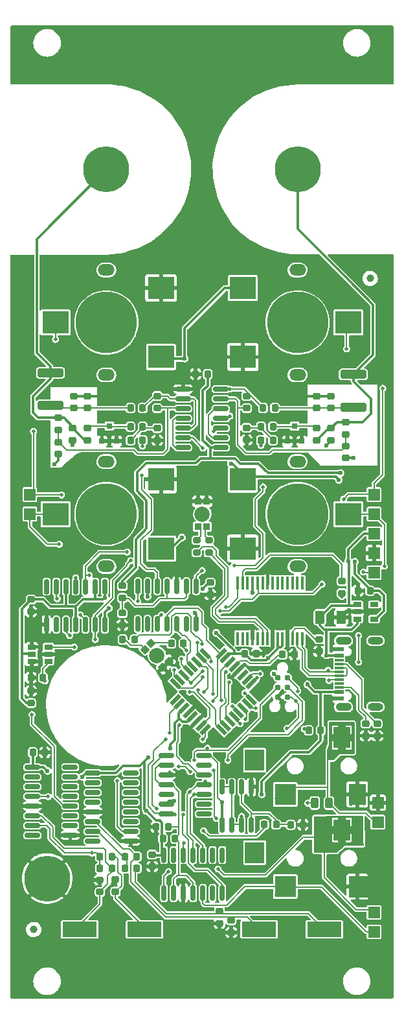
<source format=gbr>
%TF.GenerationSoftware,KiCad,Pcbnew,6.0.10+dfsg-1~bpo11+1*%
%TF.CreationDate,2023-03-02T20:46:35+00:00*%
%TF.ProjectId,OpenThereminV4,4f70656e-5468-4657-9265-6d696e56342e,rev?*%
%TF.SameCoordinates,Original*%
%TF.FileFunction,Copper,L2,Bot*%
%TF.FilePolarity,Positive*%
%FSLAX46Y46*%
G04 Gerber Fmt 4.6, Leading zero omitted, Abs format (unit mm)*
G04 Created by KiCad (PCBNEW 6.0.10+dfsg-1~bpo11+1) date 2023-03-02 20:46:35*
%MOMM*%
%LPD*%
G01*
G04 APERTURE LIST*
G04 Aperture macros list*
%AMRoundRect*
0 Rectangle with rounded corners*
0 $1 Rounding radius*
0 $2 $3 $4 $5 $6 $7 $8 $9 X,Y pos of 4 corners*
0 Add a 4 corners polygon primitive as box body*
4,1,4,$2,$3,$4,$5,$6,$7,$8,$9,$2,$3,0*
0 Add four circle primitives for the rounded corners*
1,1,$1+$1,$2,$3*
1,1,$1+$1,$4,$5*
1,1,$1+$1,$6,$7*
1,1,$1+$1,$8,$9*
0 Add four rect primitives between the rounded corners*
20,1,$1+$1,$2,$3,$4,$5,0*
20,1,$1+$1,$4,$5,$6,$7,0*
20,1,$1+$1,$6,$7,$8,$9,0*
20,1,$1+$1,$8,$9,$2,$3,0*%
%AMRotRect*
0 Rectangle, with rotation*
0 The origin of the aperture is its center*
0 $1 length*
0 $2 width*
0 $3 Rotation angle, in degrees counterclockwise*
0 Add horizontal line*
21,1,$1,$2,0,0,$3*%
G04 Aperture macros list end*
%TA.AperFunction,ComponentPad*%
%ADD10C,6.000000*%
%TD*%
%TA.AperFunction,ComponentPad*%
%ADD11C,0.800000*%
%TD*%
%TA.AperFunction,ComponentPad*%
%ADD12O,2.200000X1.500000*%
%TD*%
%TA.AperFunction,ComponentPad*%
%ADD13C,8.000000*%
%TD*%
%TA.AperFunction,SMDPad,CuDef*%
%ADD14R,3.500000X3.000000*%
%TD*%
%TA.AperFunction,SMDPad,CuDef*%
%ADD15R,1.150000X0.600000*%
%TD*%
%TA.AperFunction,SMDPad,CuDef*%
%ADD16R,1.150000X0.300000*%
%TD*%
%TA.AperFunction,ComponentPad*%
%ADD17O,2.000000X1.000000*%
%TD*%
%TA.AperFunction,ComponentPad*%
%ADD18O,2.100000X1.050000*%
%TD*%
%TA.AperFunction,SMDPad,CuDef*%
%ADD19RoundRect,0.250000X-1.450000X0.312500X-1.450000X-0.312500X1.450000X-0.312500X1.450000X0.312500X0*%
%TD*%
%TA.AperFunction,SMDPad,CuDef*%
%ADD20R,0.800100X0.800100*%
%TD*%
%TA.AperFunction,SMDPad,CuDef*%
%ADD21RoundRect,0.218750X0.256250X-0.218750X0.256250X0.218750X-0.256250X0.218750X-0.256250X-0.218750X0*%
%TD*%
%TA.AperFunction,SMDPad,CuDef*%
%ADD22RoundRect,0.218750X-0.256250X0.218750X-0.256250X-0.218750X0.256250X-0.218750X0.256250X0.218750X0*%
%TD*%
%TA.AperFunction,SMDPad,CuDef*%
%ADD23RoundRect,0.218750X0.218750X0.256250X-0.218750X0.256250X-0.218750X-0.256250X0.218750X-0.256250X0*%
%TD*%
%TA.AperFunction,SMDPad,CuDef*%
%ADD24RoundRect,0.218750X-0.218750X-0.256250X0.218750X-0.256250X0.218750X0.256250X-0.218750X0.256250X0*%
%TD*%
%TA.AperFunction,SMDPad,CuDef*%
%ADD25R,0.450000X1.750000*%
%TD*%
%TA.AperFunction,SMDPad,CuDef*%
%ADD26RoundRect,0.150000X-0.825000X-0.150000X0.825000X-0.150000X0.825000X0.150000X-0.825000X0.150000X0*%
%TD*%
%TA.AperFunction,SMDPad,CuDef*%
%ADD27RoundRect,0.150000X0.825000X0.150000X-0.825000X0.150000X-0.825000X-0.150000X0.825000X-0.150000X0*%
%TD*%
%TA.AperFunction,SMDPad,CuDef*%
%ADD28RoundRect,0.150000X0.150000X-0.825000X0.150000X0.825000X-0.150000X0.825000X-0.150000X-0.825000X0*%
%TD*%
%TA.AperFunction,SMDPad,CuDef*%
%ADD29R,1.060000X0.650000*%
%TD*%
%TA.AperFunction,SMDPad,CuDef*%
%ADD30R,4.500000X2.000000*%
%TD*%
%TA.AperFunction,ComponentPad*%
%ADD31C,2.000000*%
%TD*%
%TA.AperFunction,SMDPad,CuDef*%
%ADD32RotRect,0.900000X0.850000X135.000000*%
%TD*%
%TA.AperFunction,SMDPad,CuDef*%
%ADD33R,1.500000X1.500000*%
%TD*%
%TA.AperFunction,SMDPad,CuDef*%
%ADD34RoundRect,0.150000X-0.150000X0.825000X-0.150000X-0.825000X0.150000X-0.825000X0.150000X0.825000X0*%
%TD*%
%TA.AperFunction,ConnectorPad*%
%ADD35C,0.787400*%
%TD*%
%TA.AperFunction,SMDPad,CuDef*%
%ADD36R,2.600000X2.800000*%
%TD*%
%TA.AperFunction,SMDPad,CuDef*%
%ADD37R,2.200000X2.800000*%
%TD*%
%TA.AperFunction,SMDPad,CuDef*%
%ADD38R,2.800000X2.800000*%
%TD*%
%TA.AperFunction,SMDPad,CuDef*%
%ADD39C,1.000000*%
%TD*%
%TA.AperFunction,SMDPad,CuDef*%
%ADD40RoundRect,0.243750X-0.243750X-0.456250X0.243750X-0.456250X0.243750X0.456250X-0.243750X0.456250X0*%
%TD*%
%TA.AperFunction,SMDPad,CuDef*%
%ADD41RoundRect,0.250000X-0.375000X-0.625000X0.375000X-0.625000X0.375000X0.625000X-0.375000X0.625000X0*%
%TD*%
%TA.AperFunction,SMDPad,CuDef*%
%ADD42RotRect,1.600000X0.550000X45.000000*%
%TD*%
%TA.AperFunction,SMDPad,CuDef*%
%ADD43RotRect,1.600000X0.550000X315.000000*%
%TD*%
%TA.AperFunction,SMDPad,CuDef*%
%ADD44RoundRect,0.200000X-0.275000X0.200000X-0.275000X-0.200000X0.275000X-0.200000X0.275000X0.200000X0*%
%TD*%
%TA.AperFunction,SMDPad,CuDef*%
%ADD45R,0.850000X0.900000*%
%TD*%
%TA.AperFunction,ViaPad*%
%ADD46C,0.600000*%
%TD*%
%TA.AperFunction,ViaPad*%
%ADD47C,0.500000*%
%TD*%
%TA.AperFunction,Conductor*%
%ADD48C,0.200000*%
%TD*%
%TA.AperFunction,Conductor*%
%ADD49C,0.300000*%
%TD*%
%TA.AperFunction,Conductor*%
%ADD50C,0.500000*%
%TD*%
G04 APERTURE END LIST*
D10*
%TO.P,Y1,1*%
%TO.N,Net-(C2-Pad1)*%
X38500000Y109250000D03*
%TD*%
%TO.P,Y2,1*%
%TO.N,Net-(C11-Pad1)*%
X13500000Y109250000D03*
%TD*%
D11*
%TO.P,GND1,1,1*%
%TO.N,GND*%
X3500000Y16650000D03*
X5750000Y14400000D03*
X5750000Y18900000D03*
D10*
X5750000Y16650000D03*
D11*
X4159010Y18240990D03*
X7340990Y15059010D03*
X7340990Y18240990D03*
X4159010Y15059010D03*
X8000000Y16650000D03*
%TD*%
D12*
%TO.P,P4,*%
%TO.N,*%
X13500000Y71100000D03*
D13*
X13500000Y64250000D03*
D12*
X13500000Y57400000D03*
D14*
%TO.P,P4,1,1*%
%TO.N,GND*%
X20650000Y68750000D03*
%TO.P,P4,2,2*%
%TO.N,A2*%
X6850000Y64250000D03*
%TO.P,P4,3,3*%
%TO.N,VCC*%
X20650000Y59750000D03*
%TD*%
D12*
%TO.P,P2,*%
%TO.N,*%
X38500000Y82400000D03*
X38500000Y96100000D03*
D13*
X38500000Y89250000D03*
D14*
%TO.P,P2,1,1*%
%TO.N,GND*%
X31350000Y84750000D03*
%TO.P,P2,2,2*%
%TO.N,A0*%
X45150000Y89250000D03*
%TO.P,P2,3,3*%
%TO.N,VCC*%
X31350000Y93750000D03*
%TD*%
D15*
%TO.P,J1,A1,GND*%
%TO.N,GND*%
X43945000Y46600000D03*
%TO.P,J1,A4,VBUS*%
%TO.N,VCC*%
X43945000Y45800000D03*
D16*
%TO.P,J1,A5,CC1*%
%TO.N,Net-(J1-PadA5)*%
X43945000Y44650000D03*
%TO.P,J1,A6,D+*%
%TO.N,D+*%
X43945000Y43650000D03*
%TO.P,J1,A7,D-*%
%TO.N,D-*%
X43945000Y43150000D03*
%TO.P,J1,A8,SBU1*%
%TO.N,unconnected-(J1-PadA8)*%
X43945000Y42150000D03*
D15*
%TO.P,J1,B1,GND*%
%TO.N,GND*%
X43945000Y40200000D03*
%TO.P,J1,B4,VBUS*%
%TO.N,VCC*%
X43945000Y41000000D03*
D16*
%TO.P,J1,B5,CC2*%
%TO.N,Net-(J1-PadB5)*%
X43945000Y41650000D03*
%TO.P,J1,B6,D+*%
%TO.N,D+*%
X43945000Y42650000D03*
%TO.P,J1,B7,D-*%
%TO.N,D-*%
X43945000Y44150000D03*
%TO.P,J1,B8,SBU2*%
%TO.N,unconnected-(J1-PadB8)*%
X43945000Y45150000D03*
D17*
%TO.P,J1,G1*%
%TO.N,N/C*%
X48700000Y47720000D03*
%TO.P,J1,G2*%
X48700000Y39080000D03*
D18*
%TO.P,J1,G3*%
X44520000Y47720000D03*
%TO.P,J1,G4*%
X44520000Y39080000D03*
%TD*%
D19*
%TO.P,L2,1,1*%
%TO.N,Net-(C11-Pad1)*%
X6200000Y82675000D03*
%TO.P,L2,2,2*%
%TO.N,Net-(C7-Pad1)*%
X6200000Y78400000D03*
%TD*%
D20*
%TO.P,D2,1*%
%TO.N,GND*%
X14824000Y73763000D03*
%TO.P,D2,2*%
X12924000Y73763000D03*
%TO.P,D2,3*%
%TO.N,Net-(C12-Pad2)*%
X13874000Y75761980D03*
%TD*%
D21*
%TO.P,C7,1*%
%TO.N,Net-(C7-Pad1)*%
X11014000Y78081000D03*
%TO.P,C7,2*%
%TO.N,GND*%
X11014000Y79656000D03*
%TD*%
%TO.P,C8,1*%
%TO.N,Net-(C7-Pad1)*%
X9236000Y78081000D03*
%TO.P,C8,2*%
%TO.N,GND*%
X9236000Y79656000D03*
%TD*%
D22*
%TO.P,C9,1*%
%TO.N,Net-(C11-Pad1)*%
X7204000Y76836500D03*
%TO.P,C9,2*%
%TO.N,Net-(C10-Pad1)*%
X7204000Y75261500D03*
%TD*%
%TO.P,C11,1*%
%TO.N,Net-(C11-Pad1)*%
X9109000Y75465000D03*
%TO.P,C11,2*%
%TO.N,GND*%
X9109000Y73890000D03*
%TD*%
D21*
%TO.P,C16,1*%
%TO.N,Net-(C16-Pad1)*%
X14697000Y14936500D03*
%TO.P,C16,2*%
%TO.N,GND*%
X14697000Y16511500D03*
%TD*%
D22*
%TO.P,C24,1*%
%TO.N,VCC*%
X19500000Y19787500D03*
%TO.P,C24,2*%
%TO.N,GND*%
X19500000Y18212500D03*
%TD*%
%TO.P,C26,1*%
%TO.N,VCC*%
X3648000Y53087500D03*
%TO.P,C26,2*%
%TO.N,GND*%
X3648000Y51512500D03*
%TD*%
%TO.P,C27,1*%
%TO.N,VCC*%
X27079500Y55310000D03*
%TO.P,C27,2*%
%TO.N,GND*%
X27079500Y53735000D03*
%TD*%
D23*
%TO.P,C28,1*%
%TO.N,VDD*%
X26762000Y82526000D03*
%TO.P,C28,2*%
%TO.N,GND*%
X25187000Y82526000D03*
%TD*%
%TO.P,R2,1*%
%TO.N,Net-(C1-Pad1)*%
X35550500Y78081000D03*
%TO.P,R2,2*%
%TO.N,Net-(R1-Pad1)*%
X33975500Y78081000D03*
%TD*%
%TO.P,R4,1*%
%TO.N,Net-(C6-Pad1)*%
X35296500Y73890000D03*
%TO.P,R4,2*%
%TO.N,Net-(R4-Pad2)*%
X33721500Y73890000D03*
%TD*%
D22*
%TO.P,R5,1*%
%TO.N,Net-(R5-Pad1)*%
X20158000Y79656000D03*
%TO.P,R5,2*%
%TO.N,Net-(C10-Pad1)*%
X20158000Y78081000D03*
%TD*%
D23*
%TO.P,R7,1*%
%TO.N,Net-(C13-Pad1)*%
X18253000Y75668000D03*
%TO.P,R7,2*%
%TO.N,Net-(C12-Pad2)*%
X16678000Y75668000D03*
%TD*%
D24*
%TO.P,R8,1*%
%TO.N,Net-(C13-Pad1)*%
X16678000Y73890000D03*
%TO.P,R8,2*%
%TO.N,VoutB*%
X18253000Y73890000D03*
%TD*%
D23*
%TO.P,R12,1*%
%TO.N,Net-(C16-Pad1)*%
X14214500Y19534000D03*
%TO.P,R12,2*%
%TO.N,EX_CLK*%
X12639500Y19534000D03*
%TD*%
%TO.P,R14,1*%
%TO.N,Net-(C18-Pad1)*%
X17487500Y18010000D03*
%TO.P,R14,2*%
%TO.N,Net-(R13-Pad1)*%
X15912500Y18010000D03*
%TD*%
D24*
%TO.P,R17,1*%
%TO.N,Net-(R17-Pad1)*%
X34142500Y23710000D03*
%TO.P,R17,2*%
%TO.N,Net-(C22-Pad1)*%
X35717500Y23710000D03*
%TD*%
D19*
%TO.P,L1,1,1*%
%TO.N,Net-(C2-Pad1)*%
X45800000Y82475000D03*
%TO.P,L1,2,2*%
%TO.N,Net-(C1-Pad1)*%
X45800000Y78200000D03*
%TD*%
D20*
%TO.P,D1,1*%
%TO.N,GND*%
X39076000Y73749240D03*
%TO.P,D1,2*%
X37176000Y73749240D03*
%TO.P,D1,3*%
%TO.N,Net-(C5-Pad2)*%
X38126000Y75748220D03*
%TD*%
D24*
%TO.P,R6,1*%
%TO.N,Net-(C7-Pad1)*%
X16678000Y78081000D03*
%TO.P,R6,2*%
%TO.N,Net-(R5-Pad1)*%
X18253000Y78081000D03*
%TD*%
D22*
%TO.P,C2,1*%
%TO.N,Net-(C2-Pad1)*%
X44796000Y76227000D03*
%TO.P,C2,2*%
%TO.N,Net-(C2-Pad2)*%
X44796000Y74652000D03*
%TD*%
D21*
%TO.P,C1,1*%
%TO.N,Net-(C1-Pad1)*%
X40986000Y78081000D03*
%TO.P,C1,2*%
%TO.N,GND*%
X40986000Y79656000D03*
%TD*%
D12*
%TO.P,P3,*%
%TO.N,*%
X38500000Y57400000D03*
X38500000Y71100000D03*
D13*
X38500000Y64250000D03*
D14*
%TO.P,P3,1,1*%
%TO.N,GND*%
X31350000Y59750000D03*
%TO.P,P3,2,2*%
%TO.N,A3*%
X45150000Y64250000D03*
%TO.P,P3,3,3*%
%TO.N,VCC*%
X31350000Y68750000D03*
%TD*%
D22*
%TO.P,C4,1*%
%TO.N,Net-(C2-Pad1)*%
X42891000Y75439500D03*
%TO.P,C4,2*%
%TO.N,GND*%
X42891000Y73864500D03*
%TD*%
D21*
%TO.P,C5,1*%
%TO.N,Net-(C2-Pad1)*%
X40986000Y73864500D03*
%TO.P,C5,2*%
%TO.N,Net-(C5-Pad2)*%
X40986000Y75439500D03*
%TD*%
%TO.P,C14,1*%
%TO.N,Net-(C1-Pad1)*%
X42891000Y78081000D03*
%TO.P,C14,2*%
%TO.N,GND*%
X42891000Y79656000D03*
%TD*%
D25*
%TO.P,U10,1,TXD*%
%TO.N,TXD*%
X30675000Y55200000D03*
%TO.P,U10,2,DTR*%
%TO.N,Net-(C32-Pad2)*%
X31325000Y55200000D03*
%TO.P,U10,3,RTS*%
%TO.N,unconnected-(U10-Pad3)*%
X31975000Y55200000D03*
%TO.P,U10,4,VCCIO*%
%TO.N,VCC*%
X32625000Y55200000D03*
%TO.P,U10,5,RXD*%
%TO.N,RXD*%
X33275000Y55200000D03*
%TO.P,U10,6,RI*%
%TO.N,unconnected-(U10-Pad6)*%
X33925000Y55200000D03*
%TO.P,U10,7,GND*%
%TO.N,GND*%
X34575000Y55200000D03*
%TO.P,U10,8*%
%TO.N,N/C*%
X35225000Y55200000D03*
%TO.P,U10,9,DCR*%
%TO.N,unconnected-(U10-Pad9)*%
X35875000Y55200000D03*
%TO.P,U10,10,DCD*%
%TO.N,unconnected-(U10-Pad10)*%
X36525000Y55200000D03*
%TO.P,U10,11,CTS*%
%TO.N,unconnected-(U10-Pad11)*%
X37175000Y55200000D03*
%TO.P,U10,12,CBUS4*%
%TO.N,unconnected-(U10-Pad12)*%
X37825000Y55200000D03*
%TO.P,U10,13,CBUS2*%
%TO.N,unconnected-(U10-Pad13)*%
X38475000Y55200000D03*
%TO.P,U10,14,CBUS3*%
%TO.N,unconnected-(U10-Pad14)*%
X39125000Y55200000D03*
%TO.P,U10,15,USBD+*%
%TO.N,D+*%
X39125000Y48000000D03*
%TO.P,U10,16,USBD-*%
%TO.N,D-*%
X38475000Y48000000D03*
%TO.P,U10,17,3V3OUT*%
%TO.N,Net-(C30-Pad1)*%
X37825000Y48000000D03*
%TO.P,U10,18,GND*%
%TO.N,GND*%
X37175000Y48000000D03*
%TO.P,U10,19,~{RESET}*%
%TO.N,VCC*%
X36525000Y48000000D03*
%TO.P,U10,20,VCC*%
X35875000Y48000000D03*
%TO.P,U10,21,GND*%
%TO.N,GND*%
X35225000Y48000000D03*
%TO.P,U10,22,CBUS1*%
%TO.N,Net-(R23-Pad2)*%
X34575000Y48000000D03*
%TO.P,U10,23,CBUS0*%
%TO.N,Net-(R24-Pad2)*%
X33925000Y48000000D03*
%TO.P,U10,24*%
%TO.N,N/C*%
X33275000Y48000000D03*
%TO.P,U10,25,AGND*%
%TO.N,GND*%
X32625000Y48000000D03*
%TO.P,U10,26,TEST*%
%TO.N,unconnected-(U10-Pad26)*%
X31975000Y48000000D03*
%TO.P,U10,27,OSCI*%
%TO.N,unconnected-(U10-Pad27)*%
X31325000Y48000000D03*
%TO.P,U10,28,OSCO*%
%TO.N,unconnected-(U10-Pad28)*%
X30675000Y48000000D03*
%TD*%
D24*
%TO.P,C23,1*%
%TO.N,VCC*%
X31562500Y46000000D03*
%TO.P,C23,2*%
%TO.N,GND*%
X33137500Y46000000D03*
%TD*%
D26*
%TO.P,U5,1*%
%TO.N,Net-(U5-Pad1)*%
X23525000Y72940000D03*
%TO.P,U5,2*%
%TO.N,VO_VOL*%
X23525000Y74210000D03*
%TO.P,U5,3*%
%TO.N,Net-(R5-Pad1)*%
X23525000Y75480000D03*
%TO.P,U5,4*%
%TO.N,Net-(U5-Pad1)*%
X23525000Y76750000D03*
%TO.P,U5,5*%
%TO.N,Net-(C10-Pad1)*%
X23525000Y78020000D03*
%TO.P,U5,6*%
%TO.N,Net-(R5-Pad1)*%
X23525000Y79290000D03*
%TO.P,U5,7,VSS*%
%TO.N,GND*%
X23525000Y80560000D03*
%TO.P,U5,8*%
%TO.N,Net-(R1-Pad1)*%
X28475000Y80560000D03*
%TO.P,U5,9*%
%TO.N,Net-(C2-Pad2)*%
X28475000Y79290000D03*
%TO.P,U5,10*%
%TO.N,Net-(U5-Pad10)*%
X28475000Y78020000D03*
%TO.P,U5,11*%
%TO.N,Net-(R1-Pad1)*%
X28475000Y76750000D03*
%TO.P,U5,12*%
%TO.N,VO_PITCH*%
X28475000Y75480000D03*
%TO.P,U5,13*%
%TO.N,Net-(U5-Pad10)*%
X28475000Y74210000D03*
%TO.P,U5,14,VDD*%
%TO.N,VDD*%
X28475000Y72940000D03*
%TD*%
D27*
%TO.P,U6,1,VDD*%
%TO.N,VCC*%
X26275000Y32720000D03*
%TO.P,U6,2*%
%TO.N,N/C*%
X26275000Y31450000D03*
%TO.P,U6,3,~{CS}*%
%TO.N,DAC_CS*%
X26275000Y30180000D03*
%TO.P,U6,4,SCK*%
%TO.N,DAC_SCK*%
X26275000Y28910000D03*
%TO.P,U6,5,SDI*%
%TO.N,DAC_DI*%
X26275000Y27640000D03*
%TO.P,U6,6*%
%TO.N,N/C*%
X26275000Y26370000D03*
%TO.P,U6,7*%
X26275000Y25100000D03*
%TO.P,U6,8,~{LDAC}*%
%TO.N,DAC_LATCH*%
X21325000Y25100000D03*
%TO.P,U6,9,~{SHDN}*%
%TO.N,VCC*%
X21325000Y26370000D03*
%TO.P,U6,10,VoutB*%
%TO.N,unconnected-(U6-Pad10)*%
X21325000Y27640000D03*
%TO.P,U6,11,VrefB*%
%TO.N,VREF*%
X21325000Y28910000D03*
%TO.P,U6,12,AVSS*%
%TO.N,GND*%
X21325000Y30180000D03*
%TO.P,U6,13,VrefA*%
%TO.N,VREF*%
X21325000Y31450000D03*
%TO.P,U6,14,VoutA*%
%TO.N,Net-(R17-Pad1)*%
X21325000Y32720000D03*
%TD*%
D21*
%TO.P,C32,1*%
%TO.N,RESET*%
X44300000Y53912500D03*
%TO.P,C32,2*%
%TO.N,Net-(C32-Pad2)*%
X44300000Y55487500D03*
%TD*%
D24*
%TO.P,R20,1*%
%TO.N,RESET*%
X39960000Y36000000D03*
%TO.P,R20,2*%
%TO.N,VCC*%
X41535000Y36000000D03*
%TD*%
D28*
%TO.P,U4,1,Cd*%
%TO.N,VCC*%
X13300000Y49825000D03*
%TO.P,U4,2,D*%
%TO.N,VO_VOL*%
X12030000Y49825000D03*
%TO.P,U4,3,Cp*%
%TO.N,Net-(U3-Pad7)*%
X10760000Y49825000D03*
%TO.P,U4,4,Sd*%
%TO.N,VCC*%
X9490000Y49825000D03*
%TO.P,U4,5,Q*%
%TO.N,F_VOL*%
X8220000Y49825000D03*
%TO.P,U4,6,~{Q}*%
%TO.N,unconnected-(U4-Pad6)*%
X6950000Y49825000D03*
%TO.P,U4,7,GND*%
%TO.N,GND*%
X5680000Y49825000D03*
%TO.P,U4,8,~{Q}*%
%TO.N,unconnected-(U4-Pad8)*%
X5680000Y54775000D03*
%TO.P,U4,9,Q*%
%TO.N,F_PITCH*%
X6950000Y54775000D03*
%TO.P,U4,10,Sd*%
%TO.N,VCC*%
X8220000Y54775000D03*
%TO.P,U4,11,Cp*%
%TO.N,Net-(U2-Pad5)*%
X9490000Y54775000D03*
%TO.P,U4,12,D*%
%TO.N,VO_PITCH*%
X10760000Y54775000D03*
%TO.P,U4,13,Cd*%
%TO.N,VCC*%
X12030000Y54775000D03*
%TO.P,U4,14,VCC*%
X13300000Y54775000D03*
%TD*%
D21*
%TO.P,C35,1*%
%TO.N,VCC*%
X3648000Y39574500D03*
%TO.P,C35,2*%
%TO.N,GND*%
X3648000Y41149500D03*
%TD*%
D29*
%TO.P,U1,1,Q*%
%TO.N,BUT*%
X5934000Y46900000D03*
%TO.P,U1,2,VSS*%
%TO.N,GND*%
X5934000Y45950000D03*
%TO.P,U1,3,I*%
%TO.N,Net-(C34-Pad1)*%
X5934000Y45000000D03*
%TO.P,U1,4,AHLB*%
%TO.N,GND*%
X3734000Y45000000D03*
%TO.P,U1,5,VDD*%
%TO.N,VCC*%
X3734000Y45950000D03*
%TO.P,U1,6,TOG*%
%TO.N,GND*%
X3734000Y46900000D03*
%TD*%
D24*
%TO.P,R13,1*%
%TO.N,Net-(R13-Pad1)*%
X15912500Y19534000D03*
%TO.P,R13,2*%
%TO.N,Net-(C17-Pad1)*%
X17487500Y19534000D03*
%TD*%
D30*
%TO.P,X1,1,1*%
%TO.N,Net-(C15-Pad1)*%
X10007000Y10009000D03*
%TO.P,X1,2,2*%
%TO.N,Net-(C16-Pad1)*%
X18507000Y10009000D03*
%TD*%
D21*
%TO.P,R15,1*%
%TO.N,VrefB*%
X15586000Y53290500D03*
%TO.P,R15,2*%
%TO.N,VDD*%
X15586000Y54865500D03*
%TD*%
D31*
%TO.P,D3,*%
%TO.N,*%
X20117678Y45796967D03*
D32*
%TO.P,D3,1*%
%TO.N,GND*%
X21690990Y45036827D03*
%TO.P,D3,2*%
X20877817Y44223654D03*
%TO.P,D3,3*%
%TO.N,Net-(D3-Pad3)*%
X18544365Y46557107D03*
%TO.P,D3,4*%
%TO.N,Net-(D3-Pad4)*%
X19357538Y47370280D03*
%TD*%
D29*
%TO.P,U11,1,VIN*%
%TO.N,VCC*%
X46320000Y50530000D03*
%TO.P,U11,2,GND*%
%TO.N,GND*%
X46320000Y51480000D03*
%TO.P,U11,3,ON/~{OFF}*%
%TO.N,VCC*%
X46320000Y52430000D03*
%TO.P,U11,4,BP*%
%TO.N,unconnected-(U11-Pad4)*%
X48520000Y52430000D03*
%TO.P,U11,5,VOUT*%
%TO.N,VDD*%
X48520000Y50530000D03*
%TD*%
D24*
%TO.P,C33,1*%
%TO.N,Net-(C33-Pad1)*%
X36525000Y45900000D03*
%TO.P,C33,2*%
%TO.N,GND*%
X38100000Y45900000D03*
%TD*%
D22*
%TO.P,C20,1*%
%TO.N,VrefB*%
X15586000Y51309500D03*
%TO.P,C20,2*%
%TO.N,GND*%
X15586000Y49734500D03*
%TD*%
%TO.P,C18,1*%
%TO.N,Net-(C18-Pad1)*%
X28300000Y12400000D03*
%TO.P,C18,2*%
%TO.N,GND*%
X28300000Y10825000D03*
%TD*%
D21*
%TO.P,C15,1*%
%TO.N,Net-(C15-Pad1)*%
X12665000Y14912500D03*
%TO.P,C15,2*%
%TO.N,GND*%
X12665000Y16487500D03*
%TD*%
D24*
%TO.P,R11,1*%
%TO.N,EX_CLK*%
X12639500Y18010000D03*
%TO.P,R11,2*%
%TO.N,Net-(C15-Pad1)*%
X14214500Y18010000D03*
%TD*%
D27*
%TO.P,U2,1,Q12*%
%TO.N,unconnected-(U2-Pad1)*%
X8775000Y31218000D03*
%TO.P,U2,2,Q13*%
%TO.N,unconnected-(U2-Pad2)*%
X8775000Y29948000D03*
%TO.P,U2,3,Q14*%
%TO.N,unconnected-(U2-Pad3)*%
X8775000Y28678000D03*
%TO.P,U2,4,Q6*%
%TO.N,unconnected-(U2-Pad4)*%
X8775000Y27408000D03*
%TO.P,U2,5,Q5*%
%TO.N,Net-(U2-Pad5)*%
X8775000Y26138000D03*
%TO.P,U2,6,Q7*%
%TO.N,unconnected-(U2-Pad6)*%
X8775000Y24868000D03*
%TO.P,U2,7,Q4*%
%TO.N,unconnected-(U2-Pad7)*%
X8775000Y23598000D03*
%TO.P,U2,8,GND*%
%TO.N,GND*%
X8775000Y22328000D03*
%TO.P,U2,9,P0*%
%TO.N,unconnected-(U2-Pad9)*%
X3825000Y22328000D03*
%TO.P,U2,10,P0/*%
%TO.N,EX_CLK*%
X3825000Y23598000D03*
%TO.P,U2,11,P1*%
%TO.N,Net-(C15-Pad1)*%
X3825000Y24868000D03*
%TO.P,U2,12,RES*%
%TO.N,GND*%
X3825000Y26138000D03*
%TO.P,U2,13,Q9*%
%TO.N,SAMPLE_CLK*%
X3825000Y27408000D03*
%TO.P,U2,14,Q8*%
%TO.N,unconnected-(U2-Pad14)*%
X3825000Y28678000D03*
%TO.P,U2,15,Q10*%
%TO.N,unconnected-(U2-Pad15)*%
X3825000Y29948000D03*
%TO.P,U2,16,VCC*%
%TO.N,VCC*%
X3825000Y31218000D03*
%TD*%
D24*
%TO.P,C25,1*%
%TO.N,VCC*%
X3876500Y33123000D03*
%TO.P,C25,2*%
%TO.N,GND*%
X5451500Y33123000D03*
%TD*%
D23*
%TO.P,C21,1*%
%TO.N,VREF*%
X21587500Y23400000D03*
%TO.P,C21,2*%
%TO.N,GND*%
X20012500Y23400000D03*
%TD*%
%TO.P,R16,1*%
%TO.N,VREF*%
X22487500Y21900000D03*
%TO.P,R16,2*%
%TO.N,VCC*%
X20912500Y21900000D03*
%TD*%
D24*
%TO.P,R19,1*%
%TO.N,Net-(D3-Pad3)*%
X15624000Y47855000D03*
%TO.P,R19,2*%
%TO.N,LED_RED*%
X17199000Y47855000D03*
%TD*%
%TO.P,R18,1*%
%TO.N,Net-(D3-Pad4)*%
X21999500Y47347000D03*
%TO.P,R18,2*%
%TO.N,LED_BLUE*%
X23574500Y47347000D03*
%TD*%
%TO.P,R3,1*%
%TO.N,Net-(C6-Pad1)*%
X33721500Y75668000D03*
%TO.P,R3,2*%
%TO.N,Net-(C5-Pad2)*%
X35296500Y75668000D03*
%TD*%
D22*
%TO.P,C13,1*%
%TO.N,Net-(C13-Pad1)*%
X20158000Y75465000D03*
%TO.P,C13,2*%
%TO.N,GND*%
X20158000Y73890000D03*
%TD*%
D21*
%TO.P,C12,1*%
%TO.N,Net-(C11-Pad1)*%
X11014000Y73890000D03*
%TO.P,C12,2*%
%TO.N,Net-(C12-Pad2)*%
X11014000Y75465000D03*
%TD*%
D22*
%TO.P,C3,1*%
%TO.N,Net-(C2-Pad2)*%
X44796000Y73128000D03*
%TO.P,C3,2*%
%TO.N,GND*%
X44796000Y71553000D03*
%TD*%
D23*
%TO.P,C37,1*%
%TO.N,VDD*%
X47996400Y54255800D03*
%TO.P,C37,2*%
%TO.N,GND*%
X46421400Y54255800D03*
%TD*%
D22*
%TO.P,R1,1*%
%TO.N,Net-(R1-Pad1)*%
X31842000Y79656000D03*
%TO.P,R1,2*%
%TO.N,Net-(C2-Pad2)*%
X31842000Y78081000D03*
%TD*%
%TO.P,C6,1*%
%TO.N,Net-(C6-Pad1)*%
X31842000Y75487500D03*
%TO.P,C6,2*%
%TO.N,GND*%
X31842000Y73912500D03*
%TD*%
%TO.P,C10,1*%
%TO.N,Net-(C10-Pad1)*%
X7204000Y73636000D03*
%TO.P,C10,2*%
%TO.N,GND*%
X7204000Y72061000D03*
%TD*%
D33*
%TO.P,P11,1,P1*%
%TO.N,A3*%
X48500000Y64242500D03*
%TD*%
%TO.P,P12,1,P1*%
%TO.N,A2*%
X3500000Y64250000D03*
%TD*%
%TO.P,P13,1,P1*%
%TO.N,A1*%
X3500000Y66790000D03*
%TD*%
%TO.P,P14,1,P1*%
%TO.N,A0*%
X48500000Y66790000D03*
%TD*%
D34*
%TO.P,U12,1,VDD*%
%TO.N,VCC*%
X21047000Y19723000D03*
%TO.P,U12,2*%
%TO.N,N/C*%
X22317000Y19723000D03*
%TO.P,U12,3,~{CS}*%
%TO.N,DAC3_CS*%
X23587000Y19723000D03*
%TO.P,U12,4,SCK*%
%TO.N,DAC_SCK*%
X24857000Y19723000D03*
%TO.P,U12,5,SDI*%
%TO.N,DAC_DI*%
X26127000Y19723000D03*
%TO.P,U12,6*%
%TO.N,N/C*%
X27397000Y19723000D03*
%TO.P,U12,7*%
X28667000Y19723000D03*
%TO.P,U12,8,~{LDAC}*%
%TO.N,DAC_LATCH*%
X28667000Y14773000D03*
%TO.P,U12,9,~{SHDN}*%
%TO.N,unconnected-(U12-Pad9)*%
X27397000Y14773000D03*
%TO.P,U12,10,VoutB*%
%TO.N,Net-(P15-Pad1)*%
X26127000Y14773000D03*
%TO.P,U12,11,VrefB*%
%TO.N,VREF*%
X24857000Y14773000D03*
%TO.P,U12,12,AVSS*%
%TO.N,GND*%
X23587000Y14773000D03*
%TO.P,U12,13,VrefA*%
%TO.N,VREF*%
X22317000Y14773000D03*
%TO.P,U12,14,VoutA*%
%TO.N,Net-(P7-Pad1)*%
X21047000Y14773000D03*
%TD*%
D22*
%TO.P,R21,1*%
%TO.N,Net-(J1-PadA5)*%
X48923500Y36875000D03*
%TO.P,R21,2*%
%TO.N,GND*%
X48923500Y35300000D03*
%TD*%
D35*
%TO.P,J2,1,Pin_1*%
%TO.N,MISO*%
X37176000Y42918000D03*
%TO.P,J2,2,Pin_2*%
%TO.N,VCC*%
X35906000Y42918000D03*
%TO.P,J2,3,Pin_3*%
%TO.N,DAC_SCK*%
X37176000Y41648000D03*
%TO.P,J2,4,Pin_4*%
%TO.N,DAC_DI*%
X35906000Y41648000D03*
%TO.P,J2,5,Pin_5*%
%TO.N,RESET*%
X37176000Y40378000D03*
%TO.P,J2,6,Pin_6*%
%TO.N,GND*%
X35906000Y40378000D03*
%TD*%
D36*
%TO.P,Y3,N*%
%TO.N,N/C*%
X32900000Y20050000D03*
D37*
%TO.P,Y3,R*%
%TO.N,Net-(P7-Pad1)*%
X44300000Y23000000D03*
%TO.P,Y3,S*%
%TO.N,GND*%
X46300000Y15600000D03*
D38*
%TO.P,Y3,T*%
%TO.N,Net-(P15-Pad1)*%
X36900000Y15600000D03*
%TD*%
D23*
%TO.P,C34,1*%
%TO.N,Net-(C34-Pad1)*%
X5197500Y42902000D03*
%TO.P,C34,2*%
%TO.N,GND*%
X3622500Y42902000D03*
%TD*%
D28*
%TO.P,U7,1,VDD*%
%TO.N,VCC*%
X25238000Y49890000D03*
%TO.P,U7,2*%
%TO.N,N/C*%
X23968000Y49890000D03*
%TO.P,U7,3,~{CS}*%
%TO.N,DAC2_CS*%
X22698000Y49890000D03*
%TO.P,U7,4,SCK*%
%TO.N,DAC_SCK*%
X21428000Y49890000D03*
%TO.P,U7,5,SDI*%
%TO.N,DAC_DI*%
X20158000Y49890000D03*
%TO.P,U7,6*%
%TO.N,N/C*%
X18888000Y49890000D03*
%TO.P,U7,7*%
X17618000Y49890000D03*
%TO.P,U7,8,~{LDAC}*%
%TO.N,DAC_LATCH*%
X17618000Y54840000D03*
%TO.P,U7,9,~{SHDN}*%
%TO.N,VCC*%
X18888000Y54840000D03*
%TO.P,U7,10,VoutB*%
%TO.N,VoutB*%
X20158000Y54840000D03*
%TO.P,U7,11,VrefB*%
%TO.N,VrefB*%
X21428000Y54840000D03*
%TO.P,U7,12,AVSS*%
%TO.N,GND*%
X22698000Y54840000D03*
%TO.P,U7,13,VrefA*%
%TO.N,VrefB*%
X23968000Y54840000D03*
%TO.P,U7,14,VoutA*%
%TO.N,Net-(R4-Pad2)*%
X25238000Y54840000D03*
%TD*%
D34*
%TO.P,U8,1*%
%TO.N,Net-(C29-Pad1)*%
X28642000Y28619500D03*
%TO.P,U8,2,-*%
X29912000Y28619500D03*
%TO.P,U8,3,+*%
%TO.N,Net-(C22-Pad1)*%
X31182000Y28619500D03*
%TO.P,U8,4,V-*%
%TO.N,GND*%
X32452000Y28619500D03*
%TO.P,U8,5,+*%
%TO.N,Net-(C22-Pad1)*%
X32452000Y23669500D03*
%TO.P,U8,6,-*%
%TO.N,Net-(C29-Pad1)*%
X31182000Y23669500D03*
%TO.P,U8,7*%
X29912000Y23669500D03*
%TO.P,U8,8,V+*%
%TO.N,VCC*%
X28642000Y23669500D03*
%TD*%
D36*
%TO.P,Y7,N*%
%TO.N,N/C*%
X32900000Y32100000D03*
D37*
%TO.P,Y7,R*%
%TO.N,Net-(C29-Pad2)*%
X44300000Y35050000D03*
%TO.P,Y7,S*%
%TO.N,GND*%
X46300000Y27650000D03*
D38*
%TO.P,Y7,T*%
%TO.N,Net-(C29-Pad2)*%
X36900000Y27650000D03*
%TD*%
D39*
%TO.P,W1,*%
%TO.N,*%
X48000000Y95000000D03*
%TD*%
%TO.P,W2,*%
%TO.N,*%
X4000000Y10000000D03*
%TD*%
D40*
%TO.P,C29,1*%
%TO.N,Net-(C29-Pad1)*%
X40747000Y26511500D03*
%TO.P,C29,2*%
%TO.N,Net-(C29-Pad2)*%
X42622000Y26511500D03*
%TD*%
D41*
%TO.P,C36,1*%
%TO.N,VCC*%
X41430000Y50780000D03*
%TO.P,C36,2*%
%TO.N,GND*%
X44230000Y50780000D03*
%TD*%
D30*
%TO.P,X2,1,1*%
%TO.N,Net-(C17-Pad1)*%
X33493000Y10009000D03*
%TO.P,X2,2,2*%
%TO.N,Net-(C18-Pad1)*%
X41993000Y10009000D03*
%TD*%
D27*
%TO.P,U3,1,Q12*%
%TO.N,unconnected-(U3-Pad1)*%
X16675000Y30456000D03*
%TO.P,U3,2,Q13*%
%TO.N,unconnected-(U3-Pad2)*%
X16675000Y29186000D03*
%TO.P,U3,3,Q14*%
%TO.N,unconnected-(U3-Pad3)*%
X16675000Y27916000D03*
%TO.P,U3,4,Q6*%
%TO.N,unconnected-(U3-Pad4)*%
X16675000Y26646000D03*
%TO.P,U3,5,Q5*%
%TO.N,unconnected-(U3-Pad5)*%
X16675000Y25376000D03*
%TO.P,U3,6,Q7*%
%TO.N,unconnected-(U3-Pad6)*%
X16675000Y24106000D03*
%TO.P,U3,7,Q4*%
%TO.N,Net-(U3-Pad7)*%
X16675000Y22836000D03*
%TO.P,U3,8,GND*%
%TO.N,GND*%
X16675000Y21566000D03*
%TO.P,U3,9,P0*%
%TO.N,unconnected-(U3-Pad9)*%
X11725000Y21566000D03*
%TO.P,U3,10,P0/*%
%TO.N,Net-(R13-Pad1)*%
X11725000Y22836000D03*
%TO.P,U3,11,P1*%
%TO.N,Net-(C17-Pad1)*%
X11725000Y24106000D03*
%TO.P,U3,12,RES*%
%TO.N,GND*%
X11725000Y25376000D03*
%TO.P,U3,13,Q9*%
%TO.N,unconnected-(U3-Pad13)*%
X11725000Y26646000D03*
%TO.P,U3,14,Q8*%
%TO.N,unconnected-(U3-Pad14)*%
X11725000Y27916000D03*
%TO.P,U3,15,Q10*%
%TO.N,unconnected-(U3-Pad15)*%
X11725000Y29186000D03*
%TO.P,U3,16,VCC*%
%TO.N,VCC*%
X11725000Y30456000D03*
%TD*%
D22*
%TO.P,C17,1*%
%TO.N,Net-(C17-Pad1)*%
X29850000Y11200000D03*
%TO.P,C17,2*%
%TO.N,GND*%
X29850000Y9625000D03*
%TD*%
D33*
%TO.P,P8,1,P1*%
%TO.N,VCC*%
X48500000Y61695000D03*
%TD*%
%TO.P,P9,1,P1*%
%TO.N,GND*%
X48500000Y59147500D03*
%TD*%
D12*
%TO.P,P1,*%
%TO.N,*%
X13500000Y96100000D03*
D13*
X13500000Y89250000D03*
D12*
X13500000Y82400000D03*
D14*
%TO.P,P1,1,1*%
%TO.N,GND*%
X20650000Y93750000D03*
%TO.P,P1,2,2*%
%TO.N,A1*%
X6850000Y89250000D03*
%TO.P,P1,3,3*%
%TO.N,VCC*%
X20650000Y84750000D03*
%TD*%
D22*
%TO.P,C30,1*%
%TO.N,Net-(C30-Pad1)*%
X41300000Y47887500D03*
%TO.P,C30,2*%
%TO.N,GND*%
X41300000Y46312500D03*
%TD*%
D24*
%TO.P,C22,1*%
%TO.N,Net-(C22-Pad1)*%
X37612500Y23690000D03*
%TO.P,C22,2*%
%TO.N,GND*%
X39187500Y23690000D03*
%TD*%
D22*
%TO.P,R22,1*%
%TO.N,Net-(J1-PadB5)*%
X47399500Y36875000D03*
%TO.P,R22,2*%
%TO.N,GND*%
X47399500Y35300000D03*
%TD*%
D33*
%TO.P,P6,1,P1*%
%TO.N,Net-(C29-Pad2)*%
X49000000Y24029800D03*
%TD*%
%TO.P,P7,1,P1*%
%TO.N,Net-(P7-Pad1)*%
X48500000Y12240000D03*
%TD*%
%TO.P,P5,1,P1*%
%TO.N,RXD*%
X48500000Y56600000D03*
%TD*%
%TO.P,P16,1,P1*%
%TO.N,GND*%
X49000000Y26569800D03*
%TD*%
%TO.P,P15,1,P1*%
%TO.N,Net-(P15-Pad1)*%
X48500000Y9700000D03*
%TD*%
D42*
%TO.P,U9,1,PD3*%
%TO.N,SAMPLE_CLK*%
X26468734Y36074144D03*
%TO.P,U9,2,PD4*%
%TO.N,VO_VOL*%
X25903049Y36639830D03*
%TO.P,U9,3,GND*%
%TO.N,GND*%
X25337363Y37205515D03*
%TO.P,U9,4,VCC*%
%TO.N,VCC*%
X24771678Y37771200D03*
%TO.P,U9,5,GND*%
%TO.N,GND*%
X24205992Y38336886D03*
%TO.P,U9,6,VCC*%
%TO.N,VCC*%
X23640307Y38902571D03*
%TO.P,U9,7,XTAL1/PB6*%
%TO.N,EX_CLK*%
X23074622Y39468257D03*
%TO.P,U9,8,XTAL2/PB7*%
%TO.N,unconnected-(U9-Pad8)*%
X22508936Y40033942D03*
D43*
%TO.P,U9,9,PD5*%
%TO.N,VO_PITCH*%
X22508936Y42084552D03*
%TO.P,U9,10,PD6*%
%TO.N,BUT*%
X23074622Y42650237D03*
%TO.P,U9,11,PD7*%
%TO.N,DAC_LATCH*%
X23640307Y43215923D03*
%TO.P,U9,12,PB0*%
%TO.N,F_PITCH*%
X24205992Y43781608D03*
%TO.P,U9,13,PB1*%
%TO.N,DAC2_CS*%
X24771678Y44347294D03*
%TO.P,U9,14,PB2*%
%TO.N,DAC_CS*%
X25337363Y44912979D03*
%TO.P,U9,15,PB3*%
%TO.N,DAC_DI*%
X25903049Y45478664D03*
%TO.P,U9,16,PB4*%
%TO.N,MISO*%
X26468734Y46044350D03*
D42*
%TO.P,U9,17,PB5*%
%TO.N,DAC_SCK*%
X28519344Y46044350D03*
%TO.P,U9,18,AVCC*%
%TO.N,VCC*%
X29085029Y45478664D03*
%TO.P,U9,19,ADC6*%
%TO.N,DAC3_CS*%
X29650715Y44912979D03*
%TO.P,U9,20,AREF*%
%TO.N,Net-(C33-Pad1)*%
X30216400Y44347294D03*
%TO.P,U9,21,GND*%
%TO.N,GND*%
X30782086Y43781608D03*
%TO.P,U9,22,ADC7*%
%TO.N,unconnected-(U9-Pad22)*%
X31347771Y43215923D03*
%TO.P,U9,23,PC0*%
%TO.N,A0*%
X31913456Y42650237D03*
%TO.P,U9,24,PC1*%
%TO.N,A1*%
X32479142Y42084552D03*
D43*
%TO.P,U9,25,PC2*%
%TO.N,A2*%
X32479142Y40033942D03*
%TO.P,U9,26,PC3*%
%TO.N,A3*%
X31913456Y39468257D03*
%TO.P,U9,27,PC4*%
%TO.N,LED_BLUE*%
X31347771Y38902571D03*
%TO.P,U9,28,PC5*%
%TO.N,LED_RED*%
X30782086Y38336886D03*
%TO.P,U9,29,~{RESET}/PC6*%
%TO.N,RESET*%
X30216400Y37771200D03*
%TO.P,U9,30,PD0*%
%TO.N,TXD*%
X29650715Y37205515D03*
%TO.P,U9,31,PD1*%
%TO.N,RXD*%
X29085029Y36639830D03*
%TO.P,U9,32,PD2*%
%TO.N,F_VOL*%
X28519344Y36074144D03*
%TD*%
D44*
%TO.P,R24,1*%
%TO.N,Net-(D4-Pad3)*%
X26900000Y60850000D03*
%TO.P,R24,2*%
%TO.N,Net-(R24-Pad2)*%
X26900000Y59200000D03*
%TD*%
D31*
%TO.P,D4,*%
%TO.N,*%
X26050000Y64250000D03*
D45*
%TO.P,D4,1*%
%TO.N,GND*%
X25475000Y65900000D03*
%TO.P,D4,2*%
X26625000Y65900000D03*
%TO.P,D4,3*%
%TO.N,Net-(D4-Pad3)*%
X26625000Y62600000D03*
%TO.P,D4,4*%
%TO.N,Net-(D4-Pad4)*%
X25475000Y62600000D03*
%TD*%
D44*
%TO.P,R23,1*%
%TO.N,Net-(D4-Pad4)*%
X25300000Y60850000D03*
%TO.P,R23,2*%
%TO.N,Net-(R23-Pad2)*%
X25300000Y59200000D03*
%TD*%
D46*
%TO.N,VDD*%
X44102600Y69597400D03*
X45989800Y58015000D03*
%TO.N,GND*%
X39208000Y77319000D03*
D47*
X26400000Y72100000D03*
X22100000Y67500000D03*
X22400000Y71900000D03*
X6300000Y43800000D03*
D46*
X47031200Y59183400D03*
D47*
X47150000Y26450000D03*
D46*
X22698000Y56110000D03*
X38900000Y50100000D03*
X21700000Y66200000D03*
D47*
X36400000Y37900000D03*
D46*
X26127000Y52935000D03*
X39208000Y79033500D03*
X25800000Y39000000D03*
D47*
X33800000Y46000000D03*
X38600000Y43600000D03*
X21600000Y43500000D03*
X27200000Y49800000D03*
D46*
X45812000Y71604000D03*
D47*
X45550000Y14500000D03*
X21800000Y30500000D03*
X28600000Y58900000D03*
X32700000Y38100000D03*
X14300000Y16050000D03*
X45450000Y28600000D03*
X41400000Y42200000D03*
D46*
X14252500Y77192000D03*
D47*
X45550000Y16650000D03*
D46*
X13808000Y13628500D03*
D47*
X32200000Y51500000D03*
X30300000Y19800000D03*
D46*
X10760000Y16676500D03*
X42300000Y73219500D03*
X30953000Y41378000D03*
X38065000Y74525000D03*
D47*
X30300000Y13200000D03*
X23600000Y40900000D03*
X47150000Y14500000D03*
D46*
X6696000Y70715000D03*
X31969000Y72874000D03*
D47*
X26000000Y67000000D03*
X19200000Y70000000D03*
D46*
X42184500Y39800000D03*
X20285000Y72747000D03*
D47*
X47100000Y16700000D03*
D46*
X35370000Y33640000D03*
D47*
X34300000Y38200000D03*
X45450000Y26350000D03*
D46*
X9109000Y73255000D03*
D47*
X42900000Y47300000D03*
X40500000Y49100000D03*
D46*
X14252500Y79732000D03*
D47*
X5500000Y41300000D03*
D46*
X13808000Y74525000D03*
D47*
X40400000Y39900000D03*
X40200000Y47100000D03*
X32200000Y49500000D03*
X47100000Y28650000D03*
X23300000Y33800000D03*
X40100000Y19200000D03*
X25700000Y12800000D03*
X23500000Y28750000D03*
D46*
X39730000Y24760000D03*
X44250000Y26400000D03*
X24500000Y35100000D03*
X30400000Y31350000D03*
X14570000Y49125000D03*
X42000000Y13700000D03*
D47*
X26800000Y57900000D03*
%TO.N,Net-(R1-Pad1)*%
X29659000Y77041000D03*
X29661000Y80560000D03*
%TO.N,VoutB*%
X18200000Y73100000D03*
X18100000Y69318000D03*
D46*
%TO.N,VCC*%
X26127000Y54459000D03*
X32600000Y54000000D03*
X18888000Y53488000D03*
X23383800Y61190000D03*
X35398000Y43426000D03*
X18700000Y25500000D03*
X43907700Y68707700D03*
X19015000Y32488000D03*
X22400500Y26800000D03*
X29784600Y70800000D03*
X13844500Y51955500D03*
X23739400Y84558000D03*
X21870600Y33609500D03*
X5807000Y30710000D03*
X27856000Y48744000D03*
X25100000Y51338000D03*
X42300000Y45800000D03*
X45126200Y58091200D03*
X33830000Y27670000D03*
X39790000Y42000000D03*
X28642000Y26658000D03*
X34639000Y45439000D03*
X13300000Y53316000D03*
X10348000Y29948000D03*
D47*
%TO.N,Net-(U3-Pad7)*%
X14951000Y29440000D03*
X10100000Y51060000D03*
%TO.N,BUT*%
X9300000Y46900000D03*
X22394601Y43894601D03*
%TO.N,VO_PITCH*%
X11268000Y56268000D03*
X26102125Y42941987D03*
X27524000Y75033000D03*
X16221000Y59285000D03*
%TO.N,VO_VOL*%
X12050000Y47850500D03*
X26134556Y72866444D03*
X24397000Y40997000D03*
X16678200Y58167400D03*
%TO.N,F_PITCH*%
X7077000Y53189000D03*
X23333000Y45315000D03*
%TO.N,F_VOL*%
X25533500Y41300000D03*
X8700000Y48400000D03*
%TO.N,DAC_LATCH*%
X21229737Y34800000D03*
X22450500Y25000000D03*
X26133527Y43750500D03*
X17600000Y52849500D03*
X24571500Y42171500D03*
X23550500Y25000000D03*
%TO.N,DAC_DI*%
X27447442Y40796351D03*
X25000000Y32100000D03*
X25377056Y47477056D03*
X26717549Y33680476D03*
X25000000Y27600000D03*
X20700000Y51100000D03*
%TO.N,DAC_SCK*%
X27438556Y39838556D03*
X24434465Y28011672D03*
X26400000Y29300000D03*
X29400000Y32100000D03*
%TO.N,DAC_CS*%
X26242749Y41034363D03*
X23050700Y36698800D03*
%TO.N,Net-(R17-Pad1)*%
X26213556Y22913556D03*
X20062820Y25762821D03*
%TO.N,A0*%
X33605426Y43407629D03*
X49647400Y80671800D03*
X44526700Y66199502D03*
X44923000Y85828000D03*
%TO.N,A1*%
X33200000Y42837600D03*
X3978200Y75058400D03*
X6850000Y87050000D03*
X7635800Y66727200D03*
%TO.N,A2*%
X7331000Y60301000D03*
X31588000Y40870000D03*
%TO.N,A3*%
X49850600Y57430800D03*
X33050500Y38871310D03*
%TO.N,LED_RED*%
X26039613Y47252730D03*
X29958500Y39160472D03*
%TO.N,Net-(C29-Pad2)*%
X35800000Y28650000D03*
X38050000Y27150000D03*
X38050000Y28650000D03*
X35750000Y27150000D03*
%TO.N,Net-(R4-Pad2)*%
X33721500Y73178500D03*
X34001000Y67800000D03*
X30200000Y57500000D03*
X26028000Y56872000D03*
%TO.N,SAMPLE_CLK*%
X22950500Y31250000D03*
X26101600Y34800000D03*
X5870500Y27344500D03*
X24450000Y30600000D03*
%TO.N,Net-(C29-Pad1)*%
X31182000Y24782000D03*
X39830000Y26500000D03*
%TO.N,RESET*%
X44288000Y53468400D03*
X46472400Y48372400D03*
X38300000Y39800000D03*
X30980000Y36880000D03*
X46472400Y44927600D03*
X37130000Y36280000D03*
X39380000Y36170000D03*
%TO.N,D+*%
X42500000Y43850500D03*
X42600732Y42500337D03*
%TO.N,TXD*%
X29150500Y52149500D03*
X29549500Y42300000D03*
%TO.N,RXD*%
X28350500Y51600000D03*
X41700000Y55100000D03*
X29129744Y43667132D03*
X47100000Y56678100D03*
%TO.N,Net-(C34-Pad1)*%
X5467500Y42470000D03*
%TO.N,MISO*%
X27179412Y44979412D03*
X38527465Y41127465D03*
%TO.N,LED_BLUE*%
X23968000Y46458000D03*
X31692575Y37480314D03*
%TO.N,EX_CLK*%
X21793700Y35674265D03*
X11585500Y19978500D03*
%TO.N,Net-(U2-Pad5)*%
X3775000Y38076000D03*
X9490000Y55910000D03*
%TO.N,DAC3_CS*%
X27500000Y30800000D03*
X27892537Y24501201D03*
X28549500Y39923021D03*
X23600000Y21300000D03*
%TO.N,Net-(P15-Pad1)*%
X37900000Y16550000D03*
X35750000Y14500000D03*
X35900000Y16500000D03*
X37950000Y14550000D03*
%TO.N,Net-(P7-Pad1)*%
X21620000Y17560000D03*
X28100000Y17920000D03*
%TD*%
D48*
%TO.N,Net-(U5-Pad10)*%
X27720000Y78020000D02*
X28475000Y78020000D01*
X26889000Y74711000D02*
X26889000Y77189000D01*
X27390000Y74210000D02*
X26889000Y74711000D01*
X28475000Y74210000D02*
X27390000Y74210000D01*
X26889000Y77189000D02*
X27720000Y78020000D01*
D49*
%TO.N,Net-(C2-Pad1)*%
X48352000Y85027000D02*
X45800000Y82475000D01*
X42891000Y75439500D02*
X42561000Y75439500D01*
X44796000Y76227000D02*
X43678500Y76227000D01*
X48352000Y91568400D02*
X45100800Y94845000D01*
X45800000Y82475000D02*
X45800000Y81600000D01*
X45800000Y81600000D02*
X48100000Y79300000D01*
X48100000Y79300000D02*
X48100000Y77300000D01*
X48100000Y77300000D02*
X47027000Y76227000D01*
X47027000Y76227000D02*
X44796000Y76227000D01*
X42561000Y75439500D02*
X40986000Y73864500D01*
X43678500Y76227000D02*
X42891000Y75439500D01*
X38500000Y109250000D02*
X38500000Y101445800D01*
X48352000Y91568400D02*
X48352000Y85027000D01*
X38500000Y101445800D02*
X45100800Y94845000D01*
D48*
%TO.N,Net-(C1-Pad1)*%
X42891000Y78081000D02*
X45681000Y78081000D01*
X40986000Y78081000D02*
X42891000Y78081000D01*
X35550500Y78081000D02*
X40986000Y78081000D01*
X45681000Y78081000D02*
X45800000Y78200000D01*
%TO.N,Net-(C6-Pad1)*%
X33721500Y75465000D02*
X35296500Y73890000D01*
X33541000Y75487500D02*
X33721500Y75668000D01*
X33721500Y75668000D02*
X33721500Y75465000D01*
X31842000Y75487500D02*
X33541000Y75487500D01*
D49*
%TO.N,VDD*%
X49164800Y54255800D02*
X49774400Y53646200D01*
X30300000Y71500000D02*
X25800000Y71500000D01*
X17500000Y69700000D02*
X17500000Y67277000D01*
X17364000Y60936000D02*
X17364000Y57253000D01*
X47996400Y54255800D02*
X47996400Y54382800D01*
X17500000Y67277000D02*
X18761000Y66016000D01*
X33400000Y70800000D02*
X31000000Y70800000D01*
X15586000Y55475000D02*
X15586000Y54865500D01*
X26762000Y81002000D02*
X26762000Y82526000D01*
X25800000Y71500000D02*
X25200000Y70900000D01*
X18700000Y70900000D02*
X17500000Y69700000D01*
X26127000Y73890000D02*
X26127000Y80367000D01*
X31000000Y70800000D02*
X30300000Y71500000D01*
X45989800Y56389400D02*
X45989800Y58015000D01*
X48715600Y50530000D02*
X49774400Y51588800D01*
X18761000Y66016000D02*
X18761000Y62333000D01*
X47996400Y54382800D02*
X45989800Y56389400D01*
X27077000Y72940000D02*
X27077000Y71523000D01*
X18761000Y62333000D02*
X17364000Y60936000D01*
X49774400Y51588800D02*
X49774400Y53646200D01*
X27077000Y72940000D02*
X26127000Y73890000D01*
X17364000Y57253000D02*
X15586000Y55475000D01*
X28475000Y72940000D02*
X27077000Y72940000D01*
X25200000Y70900000D02*
X18700000Y70900000D01*
X26127000Y80367000D02*
X26762000Y81002000D01*
X44102600Y69597400D02*
X34602600Y69597400D01*
X48520000Y50530000D02*
X48715600Y50530000D01*
X34602600Y69597400D02*
X33400000Y70800000D01*
X47996400Y54255800D02*
X49164800Y54255800D01*
%TO.N,GND*%
X42891000Y73810500D02*
X42891000Y73864500D01*
X5045000Y45950000D02*
X4918000Y46077000D01*
X39830500Y79656000D02*
X39208000Y79033500D01*
X7204000Y72061000D02*
X7204000Y71223000D01*
X35906000Y40378000D02*
X35932000Y40378000D01*
X4918000Y46077000D02*
X4918000Y46839000D01*
X13808000Y73763000D02*
X12924000Y73763000D01*
X3622500Y42902000D02*
X3622500Y44888500D01*
X38051240Y73749240D02*
X39076000Y73749240D01*
X15586000Y49734500D02*
X15179500Y49734500D01*
X9236000Y79656000D02*
X11014000Y79656000D01*
X3648000Y41149500D02*
X3648000Y42876500D01*
X4918000Y46839000D02*
X4857000Y46900000D01*
X38051240Y73749240D02*
X38051240Y74511240D01*
X47044600Y59170000D02*
X47031200Y59183400D01*
X24228886Y38336886D02*
X24205992Y38336886D01*
X42891000Y79656000D02*
X40986000Y79656000D01*
X11014000Y79656000D02*
X14176500Y79656000D01*
X40986000Y79656000D02*
X39830500Y79656000D01*
X13808000Y73763000D02*
X13808000Y74525000D01*
X48500000Y59170000D02*
X47044600Y59170000D01*
X14824000Y73763000D02*
X13808000Y73763000D01*
X14176500Y79656000D02*
X14252500Y79732000D01*
X9109000Y73255000D02*
X9109000Y73890000D01*
X20650000Y68750000D02*
X21870000Y68750000D01*
X38051240Y74511240D02*
X38065000Y74525000D01*
X20158000Y73890000D02*
X20158000Y72874000D01*
X3736500Y44997500D02*
X3734000Y45000000D01*
X4918000Y46077000D02*
X4918000Y45061000D01*
X37176000Y73749240D02*
X38051240Y73749240D01*
X3622500Y44888500D02*
X3734000Y45000000D01*
X4918000Y45061000D02*
X4854500Y44997500D01*
X4854500Y44997500D02*
X3736500Y44997500D01*
D50*
X44230000Y50780000D02*
X44930000Y51480000D01*
D49*
X42300000Y73219500D02*
X42891000Y73810500D01*
X44796000Y71553000D02*
X45761000Y71553000D01*
X7204000Y71223000D02*
X6696000Y70715000D01*
X22698000Y54840000D02*
X22698000Y56110000D01*
X31842000Y73001000D02*
X31969000Y72874000D01*
X5934000Y45950000D02*
X5045000Y45950000D01*
X31842000Y73912500D02*
X31842000Y73001000D01*
X45761000Y71553000D02*
X45812000Y71604000D01*
X20158000Y72874000D02*
X20285000Y72747000D01*
X4857000Y46900000D02*
X3734000Y46900000D01*
D50*
X44930000Y51480000D02*
X46320000Y51480000D01*
D49*
X3648000Y42876500D02*
X3622500Y42902000D01*
X15179500Y49734500D02*
X14570000Y49125000D01*
X48923500Y35249000D02*
X47399500Y35249000D01*
D48*
%TO.N,Net-(R1-Pad1)*%
X29659000Y77041000D02*
X29368000Y76750000D01*
X29368000Y76750000D02*
X28475000Y76750000D01*
X28475000Y80560000D02*
X31540000Y80560000D01*
X31540000Y80560000D02*
X33975500Y78124500D01*
X33975500Y78124500D02*
X33975500Y78081000D01*
%TO.N,VoutB*%
X17999000Y57761000D02*
X18761000Y56999000D01*
X20158000Y56618000D02*
X20158000Y54840000D01*
X19396000Y66143000D02*
X19396000Y62206000D01*
X18761000Y56999000D02*
X19777000Y56999000D01*
X18200000Y73100000D02*
X18253000Y73153000D01*
X19396000Y62206000D02*
X17999000Y60809000D01*
X19777000Y56999000D02*
X20158000Y56618000D01*
X18100000Y67439000D02*
X19396000Y66143000D01*
X18253000Y73153000D02*
X18253000Y73890000D01*
X17999000Y60809000D02*
X17999000Y57761000D01*
X18100000Y69318000D02*
X18100000Y67439000D01*
%TO.N,Net-(C13-Pad1)*%
X18253000Y75465000D02*
X16678000Y73890000D01*
X18253000Y75668000D02*
X18253000Y75465000D01*
X18456000Y75465000D02*
X18253000Y75668000D01*
X20158000Y75465000D02*
X18456000Y75465000D01*
%TO.N,Net-(C10-Pad1)*%
X23464000Y78081000D02*
X23525000Y78020000D01*
X17630000Y72100000D02*
X20908000Y72100000D01*
X7204000Y73636000D02*
X7331000Y73636000D01*
X20158000Y78081000D02*
X23464000Y78081000D01*
X8347000Y72620000D02*
X17110000Y72620000D01*
X20908000Y72100000D02*
X21500000Y72692000D01*
X21500000Y72692000D02*
X21500000Y78009000D01*
X17110000Y72620000D02*
X17630000Y72100000D01*
X7204000Y75261500D02*
X7204000Y73636000D01*
X7331000Y73636000D02*
X8347000Y72620000D01*
%TO.N,Net-(C16-Pad1)*%
X15000000Y19231000D02*
X15000000Y17516500D01*
X14214500Y19534000D02*
X14697000Y19534000D01*
X18507000Y10263000D02*
X14697000Y14073000D01*
X18507000Y10009000D02*
X18507000Y10263000D01*
X15472000Y15711500D02*
X14697000Y14936500D01*
X15000000Y17516500D02*
X15472000Y17044500D01*
X14697000Y19534000D02*
X15000000Y19231000D01*
X14697000Y14073000D02*
X14697000Y14936500D01*
X15472000Y17044500D02*
X15472000Y15711500D01*
%TO.N,Net-(C15-Pad1)*%
X13427000Y18797500D02*
X14214500Y18010000D01*
X13681000Y17057500D02*
X13681000Y15978000D01*
X14214500Y18010000D02*
X14214500Y17591000D01*
X4348000Y24868000D02*
X5032000Y24868000D01*
X14214500Y17591000D02*
X13681000Y17057500D01*
X6500000Y23400000D02*
X6500000Y22065686D01*
X5032000Y24868000D02*
X6500000Y23400000D01*
X13681000Y15978000D02*
X12665000Y14962000D01*
X12665000Y13311000D02*
X12665000Y14962000D01*
X13173000Y20613500D02*
X13427000Y20359500D01*
X13427000Y20359500D02*
X13427000Y18797500D01*
X7952186Y20613500D02*
X13173000Y20613500D01*
X10007000Y10653000D02*
X12665000Y13311000D01*
X6500000Y22065686D02*
X7952186Y20613500D01*
X10007000Y10009000D02*
X10007000Y10653000D01*
%TO.N,Net-(C17-Pad1)*%
X17487500Y19534000D02*
X16535000Y20486500D01*
X31902000Y11600000D02*
X21300000Y11600000D01*
X21300000Y11600000D02*
X16700000Y16200000D01*
X33493000Y10009000D02*
X31902000Y11600000D01*
X15685896Y20486500D02*
X12066396Y24106000D01*
X16700000Y18746500D02*
X17487500Y19534000D01*
X16700000Y16200000D02*
X16700000Y18746500D01*
X16535000Y20486500D02*
X15685896Y20486500D01*
%TO.N,Net-(C18-Pad1)*%
X17250000Y16215686D02*
X17250000Y17772500D01*
X39902000Y12100000D02*
X21365686Y12100000D01*
X41993000Y10009000D02*
X39902000Y12100000D01*
X21365686Y12100000D02*
X17250000Y16215686D01*
%TO.N,VCC*%
X28050000Y30572182D02*
X28050000Y31750000D01*
D49*
X47195600Y61710000D02*
X48500000Y61710000D01*
X31588000Y46025500D02*
X31562500Y46000000D01*
X41430000Y49770000D02*
X41430000Y50780000D01*
X10856000Y30456000D02*
X12668000Y30456000D01*
X18500000Y31973000D02*
X19015000Y32488000D01*
X5273500Y53087500D02*
X6188000Y52173000D01*
X2428750Y51868250D02*
X2428750Y46000750D01*
X42950000Y52300000D02*
X45224800Y52300000D01*
X28994400Y93750000D02*
X23739400Y88495000D01*
X23000000Y37600000D02*
X23000000Y38262264D01*
D48*
X26990000Y32810000D02*
X26275000Y32810000D01*
D49*
X41535000Y36000000D02*
X41535000Y40965000D01*
X34639000Y45439000D02*
X34375000Y45175000D01*
X21870600Y34175200D02*
X22451200Y34755800D01*
X3683250Y46000750D02*
X3734000Y45950000D01*
X32600000Y55175000D02*
X32625000Y55200000D01*
X8220000Y54775000D02*
X8220000Y52173000D01*
X28642000Y26658000D02*
X28642000Y23669500D01*
X32425000Y45175000D02*
X31576881Y46023119D01*
X21047000Y19723000D02*
X19535500Y19723000D01*
X13844500Y51955500D02*
X13300000Y51411000D01*
X15645000Y31345000D02*
X17872000Y31345000D01*
X36525000Y47025000D02*
X36325000Y46825000D01*
X39950000Y33120000D02*
X37620000Y33120000D01*
X24100478Y37100000D02*
X23500000Y37100000D01*
X3648000Y53087500D02*
X5273500Y53087500D01*
X23383800Y61190000D02*
X21943800Y59750000D01*
X5299000Y31218000D02*
X5807000Y30710000D01*
X12668000Y30456000D02*
X12157000Y30456000D01*
X45224800Y52300000D02*
X46190000Y52300000D01*
X9490000Y49825000D02*
X9490000Y52173000D01*
X2428750Y46000750D02*
X3683250Y46000750D01*
X41535000Y34705000D02*
X39950000Y33120000D01*
X34375000Y45175000D02*
X32425000Y45175000D01*
X42300000Y45800000D02*
X42300000Y49151600D01*
D48*
X28050000Y31750000D02*
X26990000Y32810000D01*
D49*
X42300000Y45800000D02*
X43945000Y45800000D01*
X12030000Y54775000D02*
X12030000Y53087500D01*
X20466834Y24225000D02*
X19975000Y24225000D01*
X21870600Y33609500D02*
X21870600Y34175200D01*
X3876500Y33123000D02*
X3876500Y31218000D01*
X46320000Y49920000D02*
X45575800Y49175800D01*
X45224800Y57992600D02*
X45224800Y52300000D01*
X24771678Y37771200D02*
X24100478Y37100000D01*
X18888000Y53488000D02*
X18888000Y54840000D01*
X3038500Y39574500D02*
X2428750Y40184250D01*
X6188000Y52173000D02*
X8220000Y52173000D01*
X30200000Y46400000D02*
X30200000Y46000000D01*
X33830000Y29330000D02*
X33830000Y27670000D01*
X3648000Y39574500D02*
X3038500Y39574500D01*
X10348000Y29948000D02*
X10856000Y30456000D01*
X46320000Y50530000D02*
X46320000Y49920000D01*
X12030000Y53087500D02*
X10404500Y53087500D01*
X21047000Y19723000D02*
X20800000Y19970000D01*
X42950000Y52300000D02*
X41430000Y50780000D01*
X19975000Y24225000D02*
X18700000Y25500000D01*
X45126200Y58091200D02*
X45224800Y57992600D01*
X13300000Y53316000D02*
X13300000Y54775000D01*
D48*
X28042000Y30564182D02*
X28050000Y30572182D01*
D49*
X35875000Y46675000D02*
X35875000Y46825000D01*
X27856000Y48744000D02*
X30200000Y46400000D01*
X14756000Y30456000D02*
X15645000Y31345000D01*
X23000000Y38262264D02*
X23640307Y38902571D01*
X41535000Y40965000D02*
X41500000Y41000000D01*
X43945000Y41000000D02*
X41500000Y41000000D01*
X45575800Y49175800D02*
X42275800Y49175800D01*
X12030000Y53087500D02*
X13071500Y53087500D01*
X42024200Y49175800D02*
X41430000Y49770000D01*
X22451200Y36951200D02*
X23000000Y37500000D01*
X22400500Y26800000D02*
X21665000Y26800000D01*
X42300000Y49151600D02*
X42275800Y49175800D01*
X13300000Y51411000D02*
X13300000Y49825000D01*
X43518000Y69097400D02*
X31697400Y69097400D01*
X21943800Y59750000D02*
X20650000Y59750000D01*
X22451200Y34755800D02*
X22451200Y36951200D01*
X31350000Y93750000D02*
X28994400Y93750000D01*
X3648000Y53087500D02*
X4816500Y53087500D01*
X2428750Y51868250D02*
X3648000Y53087500D01*
X36525000Y48000000D02*
X36525000Y47025000D01*
D48*
X28642000Y26658000D02*
X28042000Y27258000D01*
D49*
X45126200Y59640600D02*
X47195600Y61710000D01*
X26978000Y55310000D02*
X27079500Y55310000D01*
X3876500Y31218000D02*
X5299000Y31218000D01*
X20800000Y19970000D02*
X20800000Y23891834D01*
X35906000Y42918000D02*
X35398000Y43426000D01*
X35875000Y48000000D02*
X35875000Y46825000D01*
X29629484Y46023119D02*
X29085029Y45478664D01*
X36325000Y46825000D02*
X35875000Y46825000D01*
X13071500Y53087500D02*
X13300000Y53316000D01*
X10404500Y53087500D02*
X9490000Y52173000D01*
X17872000Y31345000D02*
X19015000Y32488000D01*
D48*
X28042000Y27258000D02*
X28042000Y30564182D01*
D49*
X4816500Y53087500D02*
X5273500Y53087500D01*
X43907700Y68707700D02*
X43518000Y69097400D01*
X18700000Y25500000D02*
X18500000Y25700000D01*
X31539381Y46023119D02*
X29629484Y46023119D01*
X29784600Y70800000D02*
X30000000Y70800000D01*
X8220000Y52173000D02*
X9490000Y52173000D01*
X34639000Y45439000D02*
X35875000Y46675000D01*
X42275800Y49175800D02*
X42024200Y49175800D01*
X21665000Y26800000D02*
X21325000Y26460000D01*
X41535000Y36170000D02*
X41535000Y34705000D01*
X12668000Y30456000D02*
X14756000Y30456000D01*
X2428750Y40184250D02*
X2428750Y46000750D01*
X23739400Y88495000D02*
X23739400Y84558000D01*
X45126200Y58091200D02*
X45126200Y59640600D01*
X23500000Y37100000D02*
X23000000Y37600000D01*
X40700000Y41000000D02*
X39790000Y41910000D01*
X20800000Y23891834D02*
X20466834Y24225000D01*
X23681400Y84500000D02*
X20900000Y84500000D01*
X41500000Y41000000D02*
X40700000Y41000000D01*
X32600000Y54000000D02*
X32600000Y55175000D01*
X25238000Y51200000D02*
X25100000Y51338000D01*
X25238000Y49890000D02*
X25238000Y51200000D01*
X37620000Y33120000D02*
X33830000Y29330000D01*
X18500000Y25700000D02*
X18500000Y31973000D01*
X30000000Y70800000D02*
X31350000Y69450000D01*
X26127000Y54459000D02*
X26978000Y55310000D01*
D48*
%TO.N,Net-(U3-Pad7)*%
X10100000Y51060000D02*
X10760000Y50400000D01*
X10760000Y50400000D02*
X10760000Y49825000D01*
X16675000Y22836000D02*
X15564000Y22836000D01*
X15564000Y22836000D02*
X14951000Y23449000D01*
X14951000Y23449000D02*
X14951000Y29440000D01*
%TO.N,BUT*%
X22394601Y43894601D02*
X22394601Y43105399D01*
X22394601Y43105399D02*
X22849763Y42650237D01*
X5934000Y46900000D02*
X9300000Y46900000D01*
%TO.N,VO_PITCH*%
X23046488Y41547000D02*
X22508936Y42084552D01*
X10760000Y54775000D02*
X10760000Y56237000D01*
X10760000Y57460000D02*
X12585000Y59285000D01*
X26102125Y42802125D02*
X24847000Y41547000D01*
X12585000Y59285000D02*
X16221000Y59285000D01*
X27971000Y75480000D02*
X27524000Y75033000D01*
X28475000Y75480000D02*
X27971000Y75480000D01*
X10760000Y56237000D02*
X10760000Y57460000D01*
X24847000Y41547000D02*
X23046488Y41547000D01*
X11237000Y56237000D02*
X10760000Y56237000D01*
X11268000Y56268000D02*
X11237000Y56237000D01*
X26102125Y42941987D02*
X26102125Y42802125D01*
%TO.N,VO_VOL*%
X24791000Y74210000D02*
X23525000Y74210000D01*
X16221000Y57710200D02*
X16678200Y58167400D01*
X12030000Y51030000D02*
X14316000Y53316000D01*
X14316000Y55602000D02*
X16221000Y57507000D01*
X16221000Y57507000D02*
X16221000Y57710200D01*
X27016000Y37752781D02*
X25903049Y36639830D01*
X24937314Y40997000D02*
X27016000Y38918314D01*
X24397000Y40997000D02*
X24937314Y40997000D01*
X27016000Y38918314D02*
X27016000Y37752781D01*
X12050000Y47850500D02*
X12030000Y47870500D01*
X14316000Y53316000D02*
X14316000Y55602000D01*
X12030000Y49825000D02*
X12030000Y51030000D01*
X12030000Y47870500D02*
X12030000Y49825000D01*
X26134556Y72866444D02*
X24791000Y74210000D01*
%TO.N,F_PITCH*%
X23333000Y45315000D02*
X23333000Y44654600D01*
X6950000Y53316000D02*
X7077000Y53189000D01*
X6950000Y54775000D02*
X6950000Y53316000D01*
X23333000Y44654600D02*
X24205992Y43781608D01*
%TO.N,F_VOL*%
X25533500Y41300000D02*
X25533500Y40966500D01*
X27778000Y38722000D02*
X27778000Y36806000D01*
X25533500Y40966500D02*
X27778000Y38722000D01*
X27778000Y36806000D02*
X28519344Y36074144D01*
X8220000Y48880000D02*
X8220000Y49825000D01*
X8700000Y48400000D02*
X8220000Y48880000D01*
%TO.N,Net-(C5-Pad2)*%
X38126000Y75748220D02*
X40677280Y75748220D01*
X40677280Y75748220D02*
X40986000Y75439500D01*
X35296500Y75668000D02*
X38045780Y75668000D01*
X38045780Y75668000D02*
X38126000Y75748220D01*
%TO.N,DAC_LATCH*%
X24571500Y42171500D02*
X23640307Y43102693D01*
X26750000Y17750000D02*
X25150000Y17750000D01*
X23640307Y43102693D02*
X23640307Y43215923D01*
X18950000Y31415686D02*
X18950000Y26098529D01*
X28667000Y14773000D02*
X28667000Y15833000D01*
X22450500Y25000000D02*
X21515000Y25000000D01*
X24257000Y21677314D02*
X23500000Y22434314D01*
X23500000Y24949500D02*
X23550500Y25000000D01*
X28667000Y15833000D02*
X26750000Y17750000D01*
X19700000Y32165686D02*
X18950000Y31415686D01*
X17618000Y52867500D02*
X17618000Y54840000D01*
X26133527Y43750500D02*
X24571500Y42188473D01*
X19858529Y25190000D02*
X21325000Y25190000D01*
X19700000Y33270263D02*
X19700000Y32165686D01*
X18950000Y26098529D02*
X19858529Y25190000D01*
X24571500Y42188473D02*
X24571500Y42171500D01*
X23500000Y22434314D02*
X23500000Y24949500D01*
X17600000Y52849500D02*
X17618000Y52867500D01*
X21229737Y34800000D02*
X19700000Y33270263D01*
X24257000Y18643000D02*
X24257000Y21677314D01*
X25150000Y17750000D02*
X24257000Y18643000D01*
%TO.N,DAC_DI*%
X25377056Y46004657D02*
X25903049Y45478664D01*
X26127000Y20938686D02*
X24500000Y22565686D01*
X27447442Y43934271D02*
X25903049Y45478664D01*
X25000000Y33146396D02*
X25291747Y33438143D01*
X20700000Y51100000D02*
X20158000Y50558000D01*
X25000000Y27600000D02*
X26235000Y27600000D01*
X33600000Y39342000D02*
X35906000Y41648000D01*
X25291747Y33438143D02*
X29438143Y33438143D01*
X33600000Y37600000D02*
X33600000Y39342000D01*
X24500000Y27100000D02*
X25000000Y27600000D01*
X29438143Y33438143D02*
X33600000Y37600000D01*
X20158000Y50558000D02*
X20158000Y49890000D01*
X24500000Y22565686D02*
X24500000Y27100000D01*
X25000000Y32100000D02*
X25000000Y33146396D01*
X27447442Y40796351D02*
X27447442Y43934271D01*
X26127000Y19723000D02*
X26127000Y20938686D01*
X25377056Y47477056D02*
X25377056Y46004657D01*
%TO.N,DAC_SCK*%
X28355650Y46044350D02*
X26608347Y47791653D01*
X24100000Y27600000D02*
X25500000Y29000000D01*
X26400000Y29300000D02*
X26400000Y29125000D01*
X27438556Y39838556D02*
X27438556Y39938556D01*
X39130000Y37330000D02*
X39130000Y39747818D01*
X24100000Y22400000D02*
X24100000Y27600000D01*
X26000000Y49887000D02*
X26000000Y51424529D01*
X27438556Y39938556D02*
X28000000Y40500000D01*
X28519344Y46044350D02*
X28355650Y46044350D01*
X28000000Y40500000D02*
X28000000Y45525006D01*
X26608347Y47791653D02*
X26608347Y49278653D01*
X39130000Y39747818D02*
X37229818Y41648000D01*
X26000000Y51424529D02*
X25486529Y51938000D01*
X25486529Y51938000D02*
X22338000Y51938000D01*
X22338000Y51938000D02*
X21428000Y51028000D01*
X29400000Y32800000D02*
X32050000Y35450000D01*
X37290000Y35450000D02*
X38750000Y36950000D01*
X28000000Y45525006D02*
X28519344Y46044350D01*
X37229818Y41648000D02*
X37176000Y41648000D01*
X26608347Y49278653D02*
X26000000Y49887000D01*
X29400000Y32100000D02*
X29400000Y32800000D01*
X38750000Y36950000D02*
X39130000Y37330000D01*
X32050000Y35450000D02*
X37290000Y35450000D01*
X24857000Y21643000D02*
X24100000Y22400000D01*
X24857000Y19723000D02*
X24857000Y21643000D01*
X21428000Y51028000D02*
X21428000Y49890000D01*
%TO.N,DAC_CS*%
X22901200Y34569404D02*
X22700000Y34368204D01*
X26242749Y41034363D02*
X26772056Y41563670D01*
X22901200Y36549300D02*
X22901200Y34569404D01*
X23050700Y36698800D02*
X22901200Y36549300D01*
X22700000Y32600000D02*
X23650000Y31650000D01*
X26772056Y41563670D02*
X26772056Y44034944D01*
X26507000Y44300000D02*
X25999000Y44300000D01*
X24250000Y31650000D02*
X25780500Y30119500D01*
X22700000Y34368204D02*
X22700000Y32600000D01*
X23650000Y31650000D02*
X24250000Y31650000D01*
X25999000Y44300000D02*
X25386021Y44912979D01*
X26772056Y44034944D02*
X26507000Y44300000D01*
X25386021Y44912979D02*
X25337363Y44912979D01*
%TO.N,DAC2_CS*%
X22698000Y49125000D02*
X23460000Y48363000D01*
X24518000Y46230182D02*
X24095000Y45807182D01*
X22698000Y49890000D02*
X22698000Y49125000D01*
X24518000Y47612123D02*
X24518000Y46230182D01*
X24095000Y45807182D02*
X24095000Y45023972D01*
X23460000Y48363000D02*
X23767123Y48363000D01*
X24095000Y45023972D02*
X24771678Y44347294D01*
X23767123Y48363000D02*
X24518000Y47612123D01*
%TO.N,VrefB*%
X15687500Y53189000D02*
X16411000Y53189000D01*
X19600000Y52300000D02*
X20489000Y53189000D01*
X23714000Y53189000D02*
X23968000Y53443000D01*
X15586000Y53290500D02*
X15586000Y51309500D01*
X15586000Y53290500D02*
X15687500Y53189000D01*
X16411000Y53189000D02*
X17300000Y52300000D01*
X21428000Y54840000D02*
X21428000Y53189000D01*
X17300000Y52300000D02*
X19600000Y52300000D01*
X21428000Y53189000D02*
X23714000Y53189000D01*
X20489000Y53189000D02*
X21428000Y53189000D01*
X23968000Y53443000D02*
X23968000Y54840000D01*
%TO.N,Net-(C22-Pad1)*%
X32477500Y25104500D02*
X32452000Y25130000D01*
X32452000Y25130000D02*
X32452000Y25257000D01*
X32452000Y23736000D02*
X32452000Y25130000D01*
X32452000Y25257000D02*
X31182000Y26527000D01*
X31182000Y28686000D02*
X31182000Y26527000D01*
X35717500Y24212500D02*
X35717500Y23710000D01*
X32477500Y25104500D02*
X34825500Y25104500D01*
X37592500Y23710000D02*
X37612500Y23690000D01*
X35717500Y23710000D02*
X37592500Y23710000D01*
X34825500Y25104500D02*
X35717500Y24212500D01*
%TO.N,Net-(R17-Pad1)*%
X34142500Y23232500D02*
X34142500Y23710000D01*
X20062820Y25762821D02*
X19500000Y26325641D01*
X33110000Y22200000D02*
X34142500Y23232500D01*
X26927112Y22200000D02*
X33110000Y22200000D01*
X20910000Y32810000D02*
X21325000Y32810000D01*
X19500000Y26325641D02*
X19500000Y31400000D01*
X26213556Y22913556D02*
X26927112Y22200000D01*
X19500000Y31400000D02*
X20910000Y32810000D01*
%TO.N,A0*%
X32600000Y43406000D02*
X31913456Y42719456D01*
X44526700Y66199502D02*
X45127198Y66800000D01*
X49622000Y69368800D02*
X49622000Y80646400D01*
X45127198Y66800000D02*
X48490000Y66800000D01*
X48490000Y66800000D02*
X48500000Y66790000D01*
X48500000Y66790000D02*
X48500000Y68246800D01*
X48500000Y68246800D02*
X49622000Y69368800D01*
X44923000Y85828000D02*
X44923000Y89023000D01*
X44923000Y89023000D02*
X45150000Y89250000D01*
X33605426Y43407629D02*
X33603797Y43406000D01*
X33603797Y43406000D02*
X32600000Y43406000D01*
X49622000Y80646400D02*
X49647400Y80671800D01*
X31913456Y42719456D02*
X31913456Y42650237D01*
%TO.N,A1*%
X32479142Y42116742D02*
X32479142Y42084552D01*
X6850000Y87050000D02*
X6850000Y89250000D01*
X32479142Y42084552D02*
X32479142Y42142142D01*
X7635800Y66727200D02*
X7573000Y66790000D01*
X3500000Y66790000D02*
X4000000Y67290000D01*
X4000000Y67290000D02*
X4000000Y75036600D01*
X7573000Y66790000D02*
X3500000Y66790000D01*
X33200000Y42837600D02*
X32479142Y42116742D01*
%TO.N,A2*%
X3500000Y62582600D02*
X5781600Y60301000D01*
X32479142Y40033942D02*
X32424058Y40033942D01*
X32424058Y40033942D02*
X31588000Y40870000D01*
X6850000Y64250000D02*
X3500000Y64250000D01*
X3500000Y64250000D02*
X3500000Y62582600D01*
X5781600Y60301000D02*
X7331000Y60301000D01*
%TO.N,A3*%
X49850600Y57430800D02*
X49876000Y57456200D01*
X33050500Y38871310D02*
X32624783Y38871310D01*
X32624783Y38871310D02*
X31913456Y39582637D01*
X45150000Y64250000D02*
X48500000Y64250000D01*
X49876000Y62874000D02*
X48500000Y64250000D01*
X49876000Y57456200D02*
X49876000Y62874000D01*
%TO.N,LED_RED*%
X17834000Y48490000D02*
X17199000Y47855000D01*
X26039613Y47592317D02*
X25431930Y48200000D01*
X25431930Y48200000D02*
X25274000Y48200000D01*
X25274000Y48200000D02*
X24603000Y48871000D01*
X21809000Y48490000D02*
X17834000Y48490000D01*
X22063000Y48744000D02*
X21809000Y48490000D01*
X29958500Y39160472D02*
X30782086Y38336886D01*
X24603000Y50866396D02*
X24169396Y51300000D01*
X22063000Y50866396D02*
X22063000Y48744000D01*
X22496604Y51300000D02*
X22063000Y50866396D01*
X24603000Y48871000D02*
X24603000Y50866396D01*
X24169396Y51300000D02*
X22496604Y51300000D01*
X26039613Y47252730D02*
X26039613Y47592317D01*
%TO.N,Net-(C7-Pad1)*%
X11014000Y78081000D02*
X9236000Y78081000D01*
X9236000Y78081000D02*
X6419000Y78081000D01*
X16678000Y78081000D02*
X11014000Y78081000D01*
%TO.N,Net-(C29-Pad2)*%
X42472000Y26511500D02*
X42472000Y28572000D01*
X42472000Y28572000D02*
X38128000Y28572000D01*
X42472000Y28572000D02*
X42472000Y33122000D01*
X48500000Y24161200D02*
X47461200Y25200000D01*
X48500000Y24029800D02*
X48500000Y24161200D01*
X43933500Y25200000D02*
X42622000Y26511500D01*
X47461200Y25200000D02*
X43933500Y25200000D01*
%TO.N,Net-(C12-Pad2)*%
X16678000Y75668000D02*
X13967980Y75668000D01*
X13967980Y75668000D02*
X13874000Y75761980D01*
X13874000Y75761980D02*
X11310980Y75761980D01*
X11310980Y75761980D02*
X11014000Y75465000D01*
%TO.N,Net-(R4-Pad2)*%
X25972000Y56872000D02*
X25238000Y56138000D01*
X34001000Y61698000D02*
X32985000Y62714000D01*
X26028000Y56872000D02*
X25972000Y56872000D01*
X32952600Y57500000D02*
X34001000Y58548400D01*
X34001000Y58548400D02*
X34001000Y61698000D01*
X34001000Y67159000D02*
X34001000Y67800000D01*
X32985000Y62714000D02*
X32985000Y66143000D01*
X32985000Y66143000D02*
X34001000Y67159000D01*
X25238000Y56138000D02*
X25238000Y54840000D01*
X33721500Y73178500D02*
X33721500Y73890000D01*
X30200000Y57500000D02*
X32952600Y57500000D01*
%TO.N,Net-(R5-Pad1)*%
X25200000Y76000000D02*
X24680000Y75480000D01*
X21504000Y79656000D02*
X20158000Y79656000D01*
X23525000Y79290000D02*
X24918000Y79290000D01*
X19828000Y79656000D02*
X18253000Y78081000D01*
X24680000Y75480000D02*
X23525000Y75480000D01*
X21870000Y79290000D02*
X21504000Y79656000D01*
X23525000Y79290000D02*
X21870000Y79290000D01*
X24918000Y79290000D02*
X25200000Y79008000D01*
X20158000Y79656000D02*
X19828000Y79656000D01*
X25200000Y79008000D02*
X25200000Y76000000D01*
%TO.N,SAMPLE_CLK*%
X23800000Y31250000D02*
X24450000Y30600000D01*
X4411500Y27344500D02*
X4348000Y27408000D01*
X5870500Y27344500D02*
X4411500Y27344500D01*
X26468734Y35167134D02*
X26101600Y34800000D01*
X26468734Y36074144D02*
X26468734Y35167134D01*
X22950500Y31250000D02*
X23800000Y31250000D01*
%TO.N,Net-(C29-Pad1)*%
X29912000Y28686000D02*
X28642000Y28686000D01*
X29912000Y23736000D02*
X29912000Y28686000D01*
X31182000Y23736000D02*
X29912000Y23736000D01*
X31182000Y24782000D02*
X31182000Y23669500D01*
X39830000Y26500000D02*
X40885500Y26500000D01*
%TO.N,Net-(C30-Pad1)*%
X38200000Y49300000D02*
X39400000Y49300000D01*
X37825000Y48000000D02*
X37825000Y48925000D01*
X39400000Y49300000D02*
X40812500Y47887500D01*
X37825000Y48925000D02*
X38200000Y49300000D01*
X40812500Y47887500D02*
X41100000Y47887500D01*
%TO.N,Net-(U5-Pad1)*%
X22200000Y76456500D02*
X22200000Y73245000D01*
X22493500Y76750000D02*
X22200000Y76456500D01*
X23525000Y76750000D02*
X22493500Y76750000D01*
X22505000Y72940000D02*
X23525000Y72940000D01*
X22200000Y73245000D02*
X22505000Y72940000D01*
%TO.N,Net-(C32-Pad2)*%
X44300000Y57700000D02*
X44300000Y55487500D01*
X43100000Y58900000D02*
X44300000Y57700000D01*
X34918286Y58900000D02*
X43100000Y58900000D01*
X31325000Y56725000D02*
X31700000Y57100000D01*
X31700000Y57100000D02*
X33118286Y57100000D01*
X31325000Y55700000D02*
X31325000Y56725000D01*
X33118286Y57100000D02*
X34918286Y58900000D01*
%TO.N,RESET*%
X38300000Y39800000D02*
X38650000Y39450000D01*
X39380000Y36170000D02*
X39960000Y36170000D01*
X38300000Y39800000D02*
X37722000Y40378000D01*
X37722000Y40378000D02*
X37176000Y40378000D01*
X44211900Y53544500D02*
X44288000Y53468400D01*
X38650000Y37650000D02*
X37280000Y36280000D01*
X37280000Y36280000D02*
X37130000Y36280000D01*
X30980000Y36880000D02*
X30216400Y37643600D01*
X46472400Y44927600D02*
X46472400Y48372400D01*
X38650000Y39450000D02*
X38650000Y37650000D01*
%TO.N,D-*%
X43945000Y43150000D02*
X44850000Y43150000D01*
X39100000Y44073474D02*
X40023474Y43150000D01*
X44850000Y43150000D02*
X45000000Y43300000D01*
X44850000Y44150000D02*
X43945000Y44150000D01*
X38475000Y48000000D02*
X38475000Y46950000D01*
X39100000Y46325000D02*
X39100000Y44073474D01*
X40023474Y43150000D02*
X43945000Y43150000D01*
X38475000Y46950000D02*
X39100000Y46325000D01*
X45000000Y43300000D02*
X45000000Y44000000D01*
X45000000Y44000000D02*
X44850000Y44150000D01*
%TO.N,D+*%
X39125000Y46865686D02*
X39500000Y46490685D01*
X42750395Y42650000D02*
X42600732Y42500337D01*
X39500000Y46490685D02*
X39500000Y44239160D01*
X39125000Y48000000D02*
X39125000Y46865686D01*
X40089160Y43650000D02*
X43945000Y43650000D01*
X39500000Y44239160D02*
X40089160Y43650000D01*
X43945000Y42650000D02*
X42750395Y42650000D01*
%TO.N,TXD*%
X29500000Y42250500D02*
X29500000Y39500000D01*
X29150500Y52149500D02*
X29549500Y52149500D01*
X29100000Y37756230D02*
X29650715Y37205515D01*
X29549500Y52149500D02*
X30675000Y53275000D01*
X30675000Y53275000D02*
X30675000Y55200000D01*
X29500000Y39500000D02*
X29100000Y39100000D01*
X29549500Y42300000D02*
X29500000Y42250500D01*
X29100000Y39100000D02*
X29100000Y37756230D01*
%TO.N,RXD*%
X47178100Y56600000D02*
X47100000Y56678100D01*
X33400000Y53900000D02*
X40500000Y53900000D01*
X31100000Y53100000D02*
X32600000Y53100000D01*
X28350500Y51600000D02*
X29600000Y51600000D01*
X33400000Y55075000D02*
X33275000Y55200000D01*
X28413000Y39008703D02*
X28413000Y37314000D01*
X28413000Y37314000D02*
X29085029Y36641971D01*
X29099500Y39695203D02*
X28413000Y39008703D01*
X29099500Y40150839D02*
X29099500Y39695203D01*
X48500000Y56600000D02*
X47178100Y56600000D01*
X32600000Y53100000D02*
X33400000Y53900000D01*
X40500000Y53900000D02*
X41700000Y55100000D01*
X29000000Y43537388D02*
X29000000Y40250339D01*
X29600000Y51600000D02*
X31100000Y53100000D01*
X29129744Y43667132D02*
X29000000Y43537388D01*
X29000000Y40250339D02*
X29099500Y40150839D01*
X33400000Y53900000D02*
X33400000Y55075000D01*
%TO.N,Net-(C34-Pad1)*%
X5467500Y42470000D02*
X5197500Y42740000D01*
X5934000Y44807000D02*
X5197500Y44070500D01*
X5197500Y44070500D02*
X5197500Y42902000D01*
X5197500Y42902000D02*
X5197500Y42876500D01*
X5934000Y45000000D02*
X5934000Y44807000D01*
%TO.N,MISO*%
X27179412Y45333672D02*
X26468734Y46044350D01*
X27179412Y44979412D02*
X27179412Y45333672D01*
X38527465Y41566535D02*
X37176000Y42918000D01*
X38527465Y41127465D02*
X38527465Y41566535D01*
%TO.N,Net-(D3-Pad4)*%
X19339860Y47423313D02*
X21923187Y47423313D01*
X21923187Y47423313D02*
X21999500Y47347000D01*
%TO.N,Net-(D3-Pad3)*%
X18526687Y46610140D02*
X18056827Y47080000D01*
X16720000Y47080000D02*
X15945000Y47855000D01*
X18056827Y47080000D02*
X16720000Y47080000D01*
%TO.N,LED_BLUE*%
X23574500Y46851500D02*
X23968000Y46458000D01*
X31692575Y37480314D02*
X31842226Y37629965D01*
X31842226Y38408116D02*
X31347771Y38902571D01*
X23574500Y47347000D02*
X23574500Y46851500D01*
X31842226Y37629965D02*
X31842226Y38408116D01*
%TO.N,EX_CLK*%
X6100000Y23150000D02*
X5652000Y23598000D01*
X5652000Y23598000D02*
X4348000Y23598000D01*
X12639500Y19534000D02*
X12639500Y18010000D01*
X21809000Y38202635D02*
X23074622Y39468257D01*
X12639500Y19534000D02*
X12195000Y19978500D01*
X21809000Y35689565D02*
X21809000Y38202635D01*
X21793700Y35674265D02*
X21809000Y35689565D01*
X8021500Y19978500D02*
X6100000Y21900001D01*
X12195000Y19978500D02*
X8021500Y19978500D01*
X6100000Y21900001D02*
X6100000Y23150000D01*
%TO.N,Net-(U2-Pad5)*%
X6696000Y27408000D02*
X7966000Y26138000D01*
X7966000Y26138000D02*
X9298000Y26138000D01*
X3775000Y36806000D02*
X3775000Y38076000D01*
X6696000Y33885000D02*
X3775000Y36806000D01*
X6696000Y27408000D02*
X6696000Y33885000D01*
X9490000Y55910000D02*
X9490000Y54775000D01*
%TO.N,VREF*%
X19900000Y29600000D02*
X19900000Y31000000D01*
X24857000Y16143000D02*
X23942500Y17057500D01*
X20500000Y29000000D02*
X19900000Y29600000D01*
X19900000Y31000000D02*
X20440000Y31540000D01*
X21587500Y23400000D02*
X23000000Y23400000D01*
X22952000Y17057500D02*
X22761500Y17057500D01*
X23000000Y22412500D02*
X23000000Y28000000D01*
X20440000Y31540000D02*
X21325000Y31540000D01*
X22952000Y17057500D02*
X22952000Y21435500D01*
X22487500Y21900000D02*
X23000000Y22412500D01*
X24857000Y14773000D02*
X24857000Y16143000D01*
X22952000Y21435500D02*
X22487500Y21900000D01*
X23942500Y17057500D02*
X22952000Y17057500D01*
X22317000Y16613000D02*
X22317000Y14773000D01*
X23000000Y28000000D02*
X22000000Y29000000D01*
X22761500Y17057500D02*
X22317000Y16613000D01*
%TO.N,DAC3_CS*%
X28549500Y39923021D02*
X28500000Y39972521D01*
X27642000Y24751738D02*
X27892537Y24501201D01*
X29598479Y44912979D02*
X29650715Y44912979D01*
X23587000Y19723000D02*
X23587000Y21287000D01*
X27642000Y30658000D02*
X27642000Y24751738D01*
X28500000Y43814500D02*
X29598479Y44912979D01*
X27500000Y30800000D02*
X27642000Y30658000D01*
X23587000Y21287000D02*
X23600000Y21300000D01*
X28500000Y39972521D02*
X28500000Y43814500D01*
%TO.N,Net-(J1-PadB5)*%
X47399500Y37782314D02*
X47399500Y36824000D01*
X45450000Y41650000D02*
X46500000Y40600000D01*
X46500000Y38681814D02*
X47399500Y37782314D01*
X43945000Y41650000D02*
X45450000Y41650000D01*
X46500000Y40600000D02*
X46500000Y38681814D01*
%TO.N,Net-(J1-PadA5)*%
X44915685Y44650000D02*
X46900000Y42665685D01*
X46900000Y38847500D02*
X48923500Y36824000D01*
X46900000Y42665685D02*
X46900000Y38847500D01*
X43945000Y44650000D02*
X44915685Y44650000D01*
%TO.N,Net-(C33-Pad1)*%
X34800000Y44700000D02*
X32263604Y44700000D01*
X32263604Y44700000D02*
X31863604Y45100000D01*
X31863604Y45100000D02*
X30969106Y45100000D01*
X36300000Y45800000D02*
X35900000Y45800000D01*
X35900000Y45800000D02*
X34800000Y44700000D01*
X30969106Y45100000D02*
X30216400Y44347294D01*
%TO.N,Net-(P15-Pad1)*%
X36900000Y15550000D02*
X36830000Y15620000D01*
X36830000Y15620000D02*
X31630000Y15620000D01*
X29210000Y13200000D02*
X26360000Y13200000D01*
X41668000Y15550000D02*
X36900000Y15550000D01*
X26127000Y13433000D02*
X26127000Y14773000D01*
X47518000Y9700000D02*
X41668000Y15550000D01*
X26360000Y13200000D02*
X26127000Y13433000D01*
X31630000Y15620000D02*
X29210000Y13200000D01*
X48500000Y9700000D02*
X47518000Y9700000D01*
%TO.N,Net-(R13-Pad1)*%
X16195500Y18010000D02*
X16195500Y19534000D01*
X15666000Y19534000D02*
X12364000Y22836000D01*
X16195500Y19534000D02*
X15666000Y19534000D01*
%TO.N,Net-(C2-Pad2)*%
X44268000Y72600000D02*
X44796000Y73128000D01*
X35200000Y72600000D02*
X44268000Y72600000D01*
X31842000Y78081000D02*
X30717000Y78081000D01*
X30379000Y79290000D02*
X28475000Y79290000D01*
X44796000Y73128000D02*
X44796000Y74652000D01*
X32627182Y72200000D02*
X32630182Y72197000D01*
X34797000Y72197000D02*
X35200000Y72600000D01*
X32630182Y72197000D02*
X34797000Y72197000D01*
X30699000Y73295471D02*
X31794471Y72200000D01*
X30699000Y78970000D02*
X30379000Y79290000D01*
X30699000Y78099000D02*
X30699000Y78970000D01*
X31794471Y72200000D02*
X32627182Y72200000D01*
X30699000Y73295471D02*
X30699000Y78099000D01*
X30717000Y78081000D02*
X30699000Y78099000D01*
D49*
%TO.N,Net-(C11-Pad1)*%
X3900000Y77500000D02*
X3900000Y79600000D01*
X4400000Y100150000D02*
X13500000Y109250000D01*
X6200000Y82675000D02*
X6200000Y83500000D01*
X9109000Y75465000D02*
X9109000Y75668000D01*
X4563500Y76836500D02*
X3900000Y77500000D01*
X9109000Y75668000D02*
X7940500Y76836500D01*
X10684000Y73890000D02*
X9109000Y75465000D01*
X3900000Y79600000D02*
X6200000Y81900000D01*
X7204000Y76836500D02*
X4563500Y76836500D01*
X4400000Y85300000D02*
X4400000Y100150000D01*
X6200000Y83500000D02*
X4400000Y85300000D01*
X11014000Y73890000D02*
X10684000Y73890000D01*
X6200000Y81900000D02*
X6200000Y82675000D01*
X7940500Y76836500D02*
X7204000Y76836500D01*
D48*
%TO.N,Net-(P7-Pad1)*%
X48500000Y12599800D02*
X46200200Y12599800D01*
X21047000Y14773000D02*
X21047000Y16987000D01*
X42000000Y16800000D02*
X42000000Y20150000D01*
X21047000Y16987000D02*
X21620000Y17560000D01*
X46200200Y12599800D02*
X42000000Y16800000D01*
X39250000Y22050000D02*
X40850000Y22050000D01*
X28100000Y17920000D02*
X28920000Y17100000D01*
X28920000Y17100000D02*
X34300000Y17100000D01*
X34300000Y17100000D02*
X39250000Y22050000D01*
%TO.N,Net-(D4-Pad4)*%
X25800000Y61350000D02*
X25475000Y61025000D01*
X25800000Y62275000D02*
X25800000Y61350000D01*
%TO.N,Net-(D4-Pad3)*%
X26400000Y62325000D02*
X26400000Y61350000D01*
X26400000Y61350000D02*
X26900000Y60850000D01*
%TO.N,Net-(R23-Pad2)*%
X29400000Y53427319D02*
X29400000Y57300000D01*
X33050000Y50600000D02*
X28400000Y50600000D01*
X27800000Y51827318D02*
X29400000Y53427319D01*
X27900000Y58800000D02*
X27900000Y59500000D01*
X27900000Y59500000D02*
X27400000Y60000000D01*
X34575000Y49075000D02*
X33050000Y50600000D01*
X27400000Y60000000D02*
X26100000Y60000000D01*
X28400000Y50600000D02*
X27800000Y51200000D01*
X29400000Y57300000D02*
X27900000Y58800000D01*
X26100000Y60000000D02*
X25300000Y59200000D01*
X34575000Y48000000D02*
X34575000Y49075000D01*
X27800000Y51200000D02*
X27800000Y51827318D01*
%TO.N,Net-(R24-Pad2)*%
X33925000Y49159314D02*
X33925000Y48000000D01*
X26900000Y59200000D02*
X29000000Y57100000D01*
X32884314Y50200000D02*
X33925000Y49159314D01*
X27400000Y51993004D02*
X27400000Y51034314D01*
X29000000Y57100000D02*
X29000000Y53593004D01*
X27400000Y51034314D02*
X28234314Y50200000D01*
X28234314Y50200000D02*
X32884314Y50200000D01*
X29000000Y53593004D02*
X27400000Y51993004D01*
%TD*%
%TA.AperFunction,Conductor*%
%TO.N,GND*%
G36*
X50869797Y128034452D02*
G01*
X50999320Y127953500D01*
X51031163Y127921435D01*
X51034813Y127915504D01*
X51049500Y127863617D01*
X51049500Y120471000D01*
X51030593Y120412809D01*
X50981093Y120376845D01*
X50950500Y120372000D01*
X38496800Y120372000D01*
X36261600Y120118000D01*
X35363250Y119846131D01*
X34335074Y119534973D01*
X34335067Y119534970D01*
X34331200Y119533800D01*
X32680200Y118721000D01*
X32676471Y118718188D01*
X31134093Y117555084D01*
X31134088Y117555079D01*
X31130800Y117552600D01*
X31127967Y117549610D01*
X31127964Y117549607D01*
X29979055Y116336869D01*
X29759200Y116104800D01*
X28768600Y114657000D01*
X28767088Y114653977D01*
X28767085Y114653971D01*
X28262231Y113644262D01*
X28260600Y113641000D01*
X28259469Y113637547D01*
X28259466Y113637540D01*
X28044262Y112980600D01*
X27778000Y112167800D01*
X27397000Y110085000D01*
X27397063Y110080193D01*
X27397063Y110080190D01*
X27419058Y108408600D01*
X27422400Y108154600D01*
X28006600Y105513000D01*
X28641600Y104141400D01*
X29937000Y102160200D01*
X31181600Y100890200D01*
X32248400Y100052000D01*
X34229600Y99010600D01*
X34233726Y99009282D01*
X36054802Y98427549D01*
X36054806Y98427548D01*
X36058400Y98426400D01*
X36744948Y98317998D01*
X37503638Y98198204D01*
X37503648Y98198203D01*
X37506200Y98197800D01*
X37837713Y98180799D01*
X38495549Y98147064D01*
X38495555Y98147064D01*
X38496800Y98147000D01*
X41262110Y98147000D01*
X41320301Y98128093D01*
X41332114Y98118004D01*
X44852393Y94597726D01*
X45442514Y94002995D01*
X47972775Y91452966D01*
X48000341Y91398341D01*
X48001500Y91383235D01*
X48001500Y85213190D01*
X47982593Y85154999D01*
X47972504Y85143186D01*
X46096314Y83266996D01*
X46041797Y83239219D01*
X46026310Y83238000D01*
X44296166Y83238000D01*
X44293865Y83237782D01*
X44293855Y83237782D01*
X44270639Y83235587D01*
X44270638Y83235587D01*
X44264631Y83235019D01*
X44136816Y83190134D01*
X44130865Y83185739D01*
X44130864Y83185738D01*
X44042068Y83120152D01*
X44027850Y83109650D01*
X44023450Y83103693D01*
X43970313Y83031751D01*
X43947366Y83000684D01*
X43902481Y82872869D01*
X43899500Y82841334D01*
X43899500Y82108666D01*
X43902481Y82077131D01*
X43947366Y81949316D01*
X43951761Y81943365D01*
X43951762Y81943364D01*
X43988893Y81893093D01*
X44027850Y81840350D01*
X44136816Y81759866D01*
X44264631Y81714981D01*
X44270638Y81714413D01*
X44270639Y81714413D01*
X44293855Y81712218D01*
X44293865Y81712218D01*
X44296166Y81712000D01*
X45347108Y81712000D01*
X45405299Y81693093D01*
X45441263Y81643593D01*
X45444872Y81616718D01*
X45445049Y81616739D01*
X45448814Y81584929D01*
X45449161Y81579037D01*
X45449164Y81579037D01*
X45449500Y81574970D01*
X45449500Y81570885D01*
X45450170Y81566859D01*
X45450171Y81566848D01*
X45452496Y81552881D01*
X45453152Y81548274D01*
X45458764Y81500862D01*
X45462118Y81493878D01*
X45462539Y81492546D01*
X45463812Y81484897D01*
X45486505Y81442840D01*
X45488605Y81438717D01*
X45506580Y81401283D01*
X45506582Y81401279D01*
X45509274Y81395674D01*
X45512592Y81391726D01*
X45514100Y81390218D01*
X45515282Y81388929D01*
X45516148Y81387903D01*
X45519222Y81382206D01*
X45525227Y81376655D01*
X45525231Y81376650D01*
X45556018Y81348191D01*
X45558821Y81345497D01*
X45606314Y81298004D01*
X45634091Y81243487D01*
X45624520Y81183055D01*
X45581255Y81139790D01*
X45536310Y81129000D01*
X39843000Y81129000D01*
X39843000Y78480500D01*
X39824093Y78422309D01*
X39774593Y78386345D01*
X39744000Y78381500D01*
X36271272Y78381500D01*
X36213081Y78400407D01*
X36177117Y78449907D01*
X36175511Y78456598D01*
X36174170Y78460727D01*
X36172951Y78468420D01*
X36166796Y78480500D01*
X36116194Y78579812D01*
X36116193Y78579814D01*
X36112658Y78586751D01*
X36018751Y78680658D01*
X36011814Y78684193D01*
X36011812Y78684194D01*
X35907360Y78737415D01*
X35907359Y78737415D01*
X35900420Y78740951D01*
X35892727Y78742170D01*
X35892725Y78742170D01*
X35806092Y78755891D01*
X35806090Y78755891D01*
X35802246Y78756500D01*
X35298754Y78756500D01*
X35294910Y78755891D01*
X35294908Y78755891D01*
X35208275Y78742170D01*
X35208273Y78742170D01*
X35200580Y78740951D01*
X35193641Y78737415D01*
X35193640Y78737415D01*
X35089188Y78684194D01*
X35089186Y78684193D01*
X35082249Y78680658D01*
X34988342Y78586751D01*
X34984807Y78579814D01*
X34984806Y78579812D01*
X34934204Y78480500D01*
X34928049Y78468420D01*
X34926830Y78460727D01*
X34926830Y78460725D01*
X34914475Y78382717D01*
X34912500Y78370246D01*
X34912500Y77791754D01*
X34913109Y77787910D01*
X34913109Y77787908D01*
X34926177Y77705402D01*
X34928049Y77693580D01*
X34931585Y77686641D01*
X34931585Y77686640D01*
X34969235Y77612749D01*
X34988342Y77575249D01*
X35082249Y77481342D01*
X35089186Y77477807D01*
X35089188Y77477806D01*
X35193640Y77424585D01*
X35200580Y77421049D01*
X35208273Y77419830D01*
X35208275Y77419830D01*
X35294908Y77406109D01*
X35294910Y77406109D01*
X35298754Y77405500D01*
X35802246Y77405500D01*
X35806090Y77406109D01*
X35806092Y77406109D01*
X35892725Y77419830D01*
X35892727Y77419830D01*
X35900420Y77421049D01*
X35907360Y77424585D01*
X36011812Y77477806D01*
X36011814Y77477807D01*
X36018751Y77481342D01*
X36112658Y77575249D01*
X36131766Y77612749D01*
X36169415Y77686640D01*
X36169415Y77686641D01*
X36172951Y77693580D01*
X36174170Y77701275D01*
X36176577Y77708684D01*
X36179041Y77707883D01*
X36201276Y77751511D01*
X36255796Y77779283D01*
X36271272Y77780500D01*
X39744000Y77780500D01*
X39802191Y77761593D01*
X39838155Y77712093D01*
X39843000Y77681500D01*
X39843000Y76147720D01*
X39824093Y76089529D01*
X39774593Y76053565D01*
X39744000Y76048720D01*
X38825550Y76048720D01*
X38767359Y76067627D01*
X38731395Y76117127D01*
X38726550Y76147720D01*
X38726550Y76168018D01*
X38714917Y76226501D01*
X38670602Y76292822D01*
X38604281Y76337137D01*
X38594718Y76339039D01*
X38594716Y76339040D01*
X38572045Y76343549D01*
X38545798Y76348770D01*
X37706202Y76348770D01*
X37679955Y76343549D01*
X37657284Y76339040D01*
X37657282Y76339039D01*
X37647719Y76337137D01*
X37581398Y76292822D01*
X37537083Y76226501D01*
X37525450Y76168018D01*
X37525450Y76067500D01*
X37506543Y76009309D01*
X37457043Y75973345D01*
X37426450Y75968500D01*
X36017272Y75968500D01*
X35959081Y75987407D01*
X35923117Y76036907D01*
X35921511Y76043598D01*
X35920170Y76047727D01*
X35918951Y76055420D01*
X35902009Y76088670D01*
X35862194Y76166812D01*
X35862193Y76166814D01*
X35858658Y76173751D01*
X35764751Y76267658D01*
X35757814Y76271193D01*
X35757812Y76271194D01*
X35653360Y76324415D01*
X35653359Y76324415D01*
X35646420Y76327951D01*
X35638727Y76329170D01*
X35638725Y76329170D01*
X35552092Y76342891D01*
X35552090Y76342891D01*
X35548246Y76343500D01*
X35044754Y76343500D01*
X35040910Y76342891D01*
X35040908Y76342891D01*
X34954275Y76329170D01*
X34954273Y76329170D01*
X34946580Y76327951D01*
X34939641Y76324415D01*
X34939640Y76324415D01*
X34835188Y76271194D01*
X34835186Y76271193D01*
X34828249Y76267658D01*
X34734342Y76173751D01*
X34730807Y76166814D01*
X34730806Y76166812D01*
X34690991Y76088670D01*
X34674049Y76055420D01*
X34672830Y76047727D01*
X34672830Y76047725D01*
X34659676Y75964671D01*
X34658500Y75957246D01*
X34658500Y75378754D01*
X34659109Y75374910D01*
X34659109Y75374908D01*
X34672177Y75292402D01*
X34674049Y75280580D01*
X34677585Y75273641D01*
X34677585Y75273640D01*
X34729802Y75171160D01*
X34734342Y75162249D01*
X34828249Y75068342D01*
X34835186Y75064807D01*
X34835188Y75064806D01*
X34910980Y75026188D01*
X34946580Y75008049D01*
X34954273Y75006830D01*
X34954275Y75006830D01*
X35040908Y74993109D01*
X35040910Y74993109D01*
X35044754Y74992500D01*
X35548246Y74992500D01*
X35552090Y74993109D01*
X35552092Y74993109D01*
X35638725Y75006830D01*
X35638727Y75006830D01*
X35646420Y75008049D01*
X35682020Y75026188D01*
X35757812Y75064806D01*
X35757814Y75064807D01*
X35764751Y75068342D01*
X35858658Y75162249D01*
X35863199Y75171160D01*
X35915415Y75273640D01*
X35915415Y75273641D01*
X35918951Y75280580D01*
X35920170Y75288275D01*
X35922577Y75295684D01*
X35925041Y75294883D01*
X35947276Y75338511D01*
X36001796Y75366283D01*
X36017272Y75367500D01*
X37436429Y75367500D01*
X37494620Y75348593D01*
X37530584Y75299093D01*
X37533526Y75287816D01*
X37535179Y75279508D01*
X37535180Y75279505D01*
X37537083Y75269939D01*
X37581398Y75203618D01*
X37647719Y75159303D01*
X37657282Y75157401D01*
X37657284Y75157400D01*
X37679955Y75152891D01*
X37706202Y75147670D01*
X38545798Y75147670D01*
X38572045Y75152891D01*
X38594716Y75157400D01*
X38594718Y75157401D01*
X38604281Y75159303D01*
X38670602Y75203618D01*
X38714917Y75269939D01*
X38716821Y75279508D01*
X38723594Y75313562D01*
X38726550Y75328422D01*
X38726550Y75348720D01*
X38745457Y75406911D01*
X38794957Y75442875D01*
X38825550Y75447720D01*
X39744000Y75447720D01*
X39802191Y75428813D01*
X39838155Y75379313D01*
X39843000Y75348720D01*
X39843000Y74445640D01*
X39824093Y74387449D01*
X39774593Y74351485D01*
X39713407Y74351485D01*
X39674058Y74375575D01*
X39654943Y74394657D01*
X39640119Y74404807D01*
X39553070Y74443290D01*
X39538865Y74447163D01*
X39523470Y74448958D01*
X39517758Y74449290D01*
X39341680Y74449290D01*
X39328995Y74445168D01*
X39326000Y74441047D01*
X39326000Y73598240D01*
X39307093Y73540049D01*
X39257593Y73504085D01*
X39227000Y73499240D01*
X38391630Y73499240D01*
X38378945Y73495118D01*
X38375950Y73490997D01*
X38375950Y73307551D01*
X38376296Y73301705D01*
X38378184Y73285837D01*
X38382078Y73271671D01*
X38420720Y73184676D01*
X38430896Y73169869D01*
X38497058Y73103823D01*
X38511881Y73093673D01*
X38520086Y73090046D01*
X38565663Y73049224D01*
X38578540Y72989409D01*
X38553800Y72933449D01*
X38500893Y72902718D01*
X38480056Y72900500D01*
X37771784Y72900500D01*
X37713593Y72919407D01*
X37677629Y72968907D01*
X37677629Y73030093D01*
X37713593Y73079593D01*
X37731595Y73089976D01*
X37740565Y73093961D01*
X37755371Y73104136D01*
X37821417Y73170298D01*
X37831567Y73185121D01*
X37870050Y73272170D01*
X37873923Y73286375D01*
X37875718Y73301770D01*
X37876050Y73307482D01*
X37876050Y73483560D01*
X37871928Y73496245D01*
X37867807Y73499240D01*
X36491630Y73499240D01*
X36478945Y73495118D01*
X36475950Y73490997D01*
X36475950Y73307551D01*
X36476296Y73301705D01*
X36478184Y73285837D01*
X36482078Y73271671D01*
X36520720Y73184676D01*
X36530896Y73169869D01*
X36597058Y73103823D01*
X36611881Y73093673D01*
X36620086Y73090046D01*
X36665663Y73049224D01*
X36678540Y72989409D01*
X36653800Y72933449D01*
X36600893Y72902718D01*
X36580056Y72900500D01*
X35253508Y72900500D01*
X35249383Y72900803D01*
X35244658Y72902425D01*
X35195239Y72900570D01*
X35191526Y72900500D01*
X35172052Y72900500D01*
X35167622Y72899675D01*
X35162429Y72899339D01*
X35146398Y72898737D01*
X35141925Y72898569D01*
X35132792Y72898226D01*
X35124398Y72894620D01*
X35124395Y72894619D01*
X35122217Y72893683D01*
X35101266Y72887317D01*
X35089947Y72885209D01*
X35082164Y72880412D01*
X35082165Y72880412D01*
X35067272Y72871232D01*
X35054404Y72864548D01*
X35036358Y72856795D01*
X35036357Y72856794D01*
X35029937Y72854036D01*
X35025051Y72850022D01*
X35020687Y72845658D01*
X35002632Y72831387D01*
X34994652Y72826468D01*
X34976982Y72803231D01*
X34968190Y72793161D01*
X34701525Y72526496D01*
X34647008Y72498719D01*
X34631521Y72497500D01*
X32704074Y72497500D01*
X32687572Y72499479D01*
X32686560Y72499883D01*
X32680267Y72500500D01*
X32674098Y72500500D01*
X32651239Y72503175D01*
X32651009Y72503230D01*
X32651007Y72503230D01*
X32642116Y72505340D01*
X32613195Y72501404D01*
X32599845Y72500500D01*
X31959950Y72500500D01*
X31901759Y72519407D01*
X31889946Y72529496D01*
X31405732Y73013710D01*
X31377955Y73068227D01*
X31387526Y73128659D01*
X31430791Y73171924D01*
X31487630Y73181997D01*
X31542484Y73175359D01*
X31548437Y73175000D01*
X31576320Y73175000D01*
X31589005Y73179122D01*
X31592000Y73183243D01*
X31592000Y73190681D01*
X32092000Y73190681D01*
X32096122Y73177996D01*
X32100243Y73175001D01*
X32135561Y73175001D01*
X32141519Y73175360D01*
X32216843Y73184474D01*
X32229061Y73187577D01*
X32349027Y73235075D01*
X32360677Y73241640D01*
X32463127Y73319404D01*
X32472596Y73328873D01*
X32550360Y73431323D01*
X32556925Y73442973D01*
X32604422Y73562936D01*
X32607526Y73575159D01*
X32616415Y73648619D01*
X32612878Y73659505D01*
X32608757Y73662500D01*
X32107680Y73662500D01*
X32094995Y73658378D01*
X32092000Y73654257D01*
X32092000Y73190681D01*
X31592000Y73190681D01*
X31592000Y74178180D01*
X32092000Y74178180D01*
X32096122Y74165495D01*
X32100243Y74162500D01*
X32601319Y74162500D01*
X32614004Y74166622D01*
X32616877Y74170576D01*
X32616640Y74174519D01*
X32607526Y74249843D01*
X32604423Y74262061D01*
X32556925Y74382027D01*
X32550360Y74393677D01*
X32472596Y74496127D01*
X32463127Y74505596D01*
X32360677Y74583360D01*
X32349027Y74589925D01*
X32229064Y74637422D01*
X32216841Y74640526D01*
X32141517Y74649641D01*
X32135563Y74650000D01*
X32107680Y74650000D01*
X32094995Y74645878D01*
X32092000Y74641757D01*
X32092000Y74178180D01*
X31592000Y74178180D01*
X31592000Y74634319D01*
X31587878Y74647004D01*
X31583757Y74649999D01*
X31548439Y74649999D01*
X31542481Y74649640D01*
X31467157Y74640526D01*
X31454939Y74637423D01*
X31334973Y74589925D01*
X31323323Y74583360D01*
X31220873Y74505596D01*
X31211409Y74496132D01*
X31177357Y74451270D01*
X31127114Y74416350D01*
X31065942Y74417632D01*
X31017206Y74454624D01*
X30999500Y74511125D01*
X30999500Y75083487D01*
X31018407Y75141678D01*
X31067907Y75177642D01*
X31129093Y75177642D01*
X31178593Y75141678D01*
X31186709Y75128432D01*
X31238803Y75026193D01*
X31238806Y75026189D01*
X31242342Y75019249D01*
X31336249Y74925342D01*
X31343186Y74921807D01*
X31343188Y74921806D01*
X31447640Y74868585D01*
X31454580Y74865049D01*
X31462273Y74863830D01*
X31462275Y74863830D01*
X31548908Y74850109D01*
X31548910Y74850109D01*
X31552754Y74849500D01*
X32131246Y74849500D01*
X32135090Y74850109D01*
X32135092Y74850109D01*
X32221725Y74863830D01*
X32221727Y74863830D01*
X32229420Y74865049D01*
X32236360Y74868585D01*
X32340812Y74921806D01*
X32340814Y74921807D01*
X32347751Y74925342D01*
X32441658Y75019249D01*
X32445197Y75026193D01*
X32488125Y75110445D01*
X32499590Y75132946D01*
X32542854Y75176210D01*
X32587799Y75187000D01*
X33093583Y75187000D01*
X33151774Y75168093D01*
X33163587Y75158004D01*
X33253249Y75068342D01*
X33260186Y75064807D01*
X33260188Y75064806D01*
X33335980Y75026188D01*
X33371580Y75008049D01*
X33379273Y75006830D01*
X33379275Y75006830D01*
X33465908Y74993109D01*
X33465910Y74993109D01*
X33469754Y74992500D01*
X33728021Y74992500D01*
X33786212Y74973593D01*
X33798025Y74963504D01*
X34027025Y74734504D01*
X34054802Y74679987D01*
X34045231Y74619555D01*
X34001966Y74576290D01*
X33957021Y74565500D01*
X33469754Y74565500D01*
X33465910Y74564891D01*
X33465908Y74564891D01*
X33379275Y74551170D01*
X33379273Y74551170D01*
X33371580Y74549951D01*
X33364641Y74546415D01*
X33364640Y74546415D01*
X33260188Y74493194D01*
X33260186Y74493193D01*
X33253249Y74489658D01*
X33159342Y74395751D01*
X33155807Y74388814D01*
X33155806Y74388812D01*
X33117361Y74313359D01*
X33099049Y74277420D01*
X33097830Y74269727D01*
X33097830Y74269725D01*
X33087530Y74204689D01*
X33083500Y74179246D01*
X33083500Y73600754D01*
X33084109Y73596910D01*
X33084109Y73596908D01*
X33097399Y73513000D01*
X33099049Y73502580D01*
X33102585Y73495641D01*
X33102585Y73495640D01*
X33134646Y73432718D01*
X33159342Y73384249D01*
X33243395Y73300196D01*
X33271172Y73245679D01*
X33271213Y73214966D01*
X33266401Y73184060D01*
X33267316Y73177063D01*
X33267316Y73177062D01*
X33269289Y73161974D01*
X33283133Y73056106D01*
X33285971Y73049655D01*
X33285972Y73049653D01*
X33318201Y72976407D01*
X33335105Y72937990D01*
X33368242Y72898569D01*
X33413600Y72844608D01*
X33413603Y72844606D01*
X33418139Y72839209D01*
X33525560Y72767704D01*
X33532288Y72765602D01*
X33532290Y72765601D01*
X33582800Y72749821D01*
X33648733Y72729222D01*
X33711635Y72728069D01*
X33770702Y72726986D01*
X33770704Y72726986D01*
X33777755Y72726857D01*
X33784558Y72728712D01*
X33784560Y72728712D01*
X33840817Y72744050D01*
X33902255Y72760800D01*
X34012224Y72828321D01*
X34020238Y72837175D01*
X34094090Y72918765D01*
X34094090Y72918766D01*
X34098822Y72923993D01*
X34146302Y73021991D01*
X34152012Y73033776D01*
X34152012Y73033777D01*
X34155088Y73040125D01*
X34174054Y73152859D01*
X34175863Y73163609D01*
X34175863Y73163614D01*
X34176497Y73167380D01*
X34176633Y73178500D01*
X34171286Y73215834D01*
X34181752Y73276117D01*
X34199282Y73299873D01*
X34283658Y73384249D01*
X34308355Y73432718D01*
X34340415Y73495640D01*
X34340415Y73495641D01*
X34343951Y73502580D01*
X34345602Y73513000D01*
X34358891Y73596908D01*
X34358891Y73596910D01*
X34359500Y73600754D01*
X34359500Y74163021D01*
X34378407Y74221211D01*
X34427907Y74257175D01*
X34489093Y74257175D01*
X34528504Y74233024D01*
X34629504Y74132024D01*
X34657281Y74077507D01*
X34658500Y74062021D01*
X34658500Y73600754D01*
X34659109Y73596910D01*
X34659109Y73596908D01*
X34672399Y73513000D01*
X34674049Y73502580D01*
X34677585Y73495641D01*
X34677585Y73495640D01*
X34709646Y73432718D01*
X34734342Y73384249D01*
X34828249Y73290342D01*
X34835186Y73286807D01*
X34835188Y73286806D01*
X34939640Y73233585D01*
X34946580Y73230049D01*
X34954273Y73228830D01*
X34954275Y73228830D01*
X35040908Y73215109D01*
X35040910Y73215109D01*
X35044754Y73214500D01*
X35548246Y73214500D01*
X35552090Y73215109D01*
X35552092Y73215109D01*
X35638725Y73228830D01*
X35638727Y73228830D01*
X35646420Y73230049D01*
X35653360Y73233585D01*
X35757812Y73286806D01*
X35757814Y73286807D01*
X35764751Y73290342D01*
X35858658Y73384249D01*
X35883355Y73432718D01*
X35915415Y73495640D01*
X35915415Y73495641D01*
X35918951Y73502580D01*
X35920602Y73513000D01*
X35933891Y73596908D01*
X35933891Y73596910D01*
X35934500Y73600754D01*
X35934500Y74014920D01*
X36475950Y74014920D01*
X36480072Y74002235D01*
X36484193Y73999240D01*
X36910320Y73999240D01*
X36923005Y74003362D01*
X36926000Y74007483D01*
X36926000Y74014920D01*
X37426000Y74014920D01*
X37430122Y74002235D01*
X37434243Y73999240D01*
X37860370Y73999240D01*
X37873055Y74003362D01*
X37876050Y74007483D01*
X37876050Y74014920D01*
X38375950Y74014920D01*
X38380072Y74002235D01*
X38384193Y73999240D01*
X38810320Y73999240D01*
X38823005Y74003362D01*
X38826000Y74007483D01*
X38826000Y74433610D01*
X38821878Y74446295D01*
X38817757Y74449290D01*
X38634311Y74449290D01*
X38628465Y74448944D01*
X38612597Y74447056D01*
X38598431Y74443162D01*
X38511436Y74404520D01*
X38496629Y74394344D01*
X38430583Y74328182D01*
X38420433Y74313359D01*
X38381950Y74226310D01*
X38378077Y74212105D01*
X38376282Y74196710D01*
X38375950Y74190998D01*
X38375950Y74014920D01*
X37876050Y74014920D01*
X37876050Y74190929D01*
X37875704Y74196775D01*
X37873816Y74212643D01*
X37869922Y74226809D01*
X37831280Y74313804D01*
X37821104Y74328611D01*
X37754942Y74394657D01*
X37740119Y74404807D01*
X37653070Y74443290D01*
X37638865Y74447163D01*
X37623470Y74448958D01*
X37617758Y74449290D01*
X37441680Y74449290D01*
X37428995Y74445168D01*
X37426000Y74441047D01*
X37426000Y74014920D01*
X36926000Y74014920D01*
X36926000Y74433610D01*
X36921878Y74446295D01*
X36917757Y74449290D01*
X36734311Y74449290D01*
X36728465Y74448944D01*
X36712597Y74447056D01*
X36698431Y74443162D01*
X36611436Y74404520D01*
X36596629Y74394344D01*
X36530583Y74328182D01*
X36520433Y74313359D01*
X36481950Y74226310D01*
X36478077Y74212105D01*
X36476282Y74196710D01*
X36475950Y74190998D01*
X36475950Y74014920D01*
X35934500Y74014920D01*
X35934500Y74179246D01*
X35930470Y74204689D01*
X35920170Y74269725D01*
X35920170Y74269727D01*
X35918951Y74277420D01*
X35900639Y74313359D01*
X35862194Y74388812D01*
X35862193Y74388814D01*
X35858658Y74395751D01*
X35764751Y74489658D01*
X35757814Y74493193D01*
X35757812Y74493194D01*
X35653360Y74546415D01*
X35653359Y74546415D01*
X35646420Y74549951D01*
X35638727Y74551170D01*
X35638725Y74551170D01*
X35552092Y74564891D01*
X35552090Y74564891D01*
X35548246Y74565500D01*
X35086979Y74565500D01*
X35028788Y74584407D01*
X35016975Y74594496D01*
X34377833Y75233638D01*
X34350056Y75288155D01*
X34350056Y75319126D01*
X34359500Y75378754D01*
X34359500Y75957246D01*
X34358324Y75964671D01*
X34345170Y76047725D01*
X34345170Y76047727D01*
X34343951Y76055420D01*
X34327009Y76088670D01*
X34287194Y76166812D01*
X34287193Y76166814D01*
X34283658Y76173751D01*
X34189751Y76267658D01*
X34182814Y76271193D01*
X34182812Y76271194D01*
X34078360Y76324415D01*
X34078359Y76324415D01*
X34071420Y76327951D01*
X34063727Y76329170D01*
X34063725Y76329170D01*
X33977092Y76342891D01*
X33977090Y76342891D01*
X33973246Y76343500D01*
X33469754Y76343500D01*
X33465910Y76342891D01*
X33465908Y76342891D01*
X33379275Y76329170D01*
X33379273Y76329170D01*
X33371580Y76327951D01*
X33364641Y76324415D01*
X33364640Y76324415D01*
X33260188Y76271194D01*
X33260186Y76271193D01*
X33253249Y76267658D01*
X33159342Y76173751D01*
X33155807Y76166814D01*
X33155806Y76166812D01*
X33115991Y76088670D01*
X33099049Y76055420D01*
X33097830Y76047727D01*
X33097830Y76047725D01*
X33084676Y75964671D01*
X33083500Y75957246D01*
X33083500Y75887000D01*
X33064593Y75828809D01*
X33015093Y75792845D01*
X32984500Y75788000D01*
X32587799Y75788000D01*
X32529608Y75806907D01*
X32499589Y75842055D01*
X32496899Y75847336D01*
X32463369Y75913141D01*
X32445194Y75948812D01*
X32445193Y75948814D01*
X32441658Y75955751D01*
X32347751Y76049658D01*
X32340814Y76053193D01*
X32340812Y76053194D01*
X32236360Y76106415D01*
X32236359Y76106415D01*
X32229420Y76109951D01*
X32221727Y76111170D01*
X32221725Y76111170D01*
X32135092Y76124891D01*
X32135090Y76124891D01*
X32131246Y76125500D01*
X31552754Y76125500D01*
X31548910Y76124891D01*
X31548908Y76124891D01*
X31462275Y76111170D01*
X31462273Y76111170D01*
X31454580Y76109951D01*
X31447641Y76106415D01*
X31447640Y76106415D01*
X31343188Y76053194D01*
X31343186Y76053193D01*
X31336249Y76049658D01*
X31242342Y75955751D01*
X31238806Y75948811D01*
X31238803Y75948807D01*
X31186709Y75846568D01*
X31143445Y75803303D01*
X31083013Y75793732D01*
X31028496Y75821510D01*
X31000719Y75876026D01*
X30999500Y75891513D01*
X30999500Y77676987D01*
X31018407Y77735178D01*
X31067907Y77771142D01*
X31129093Y77771142D01*
X31178593Y77735178D01*
X31186709Y77721932D01*
X31238803Y77619693D01*
X31238806Y77619689D01*
X31242342Y77612749D01*
X31336249Y77518842D01*
X31343186Y77515307D01*
X31343188Y77515306D01*
X31414370Y77479037D01*
X31454580Y77458549D01*
X31462273Y77457330D01*
X31462275Y77457330D01*
X31548908Y77443609D01*
X31548910Y77443609D01*
X31552754Y77443000D01*
X32131246Y77443000D01*
X32135090Y77443609D01*
X32135092Y77443609D01*
X32221725Y77457330D01*
X32221727Y77457330D01*
X32229420Y77458549D01*
X32269630Y77479037D01*
X32340812Y77515306D01*
X32340814Y77515307D01*
X32347751Y77518842D01*
X32441658Y77612749D01*
X32445197Y77619693D01*
X32498415Y77724140D01*
X32498415Y77724141D01*
X32501951Y77731080D01*
X32506782Y77761578D01*
X32516891Y77825408D01*
X32516891Y77825410D01*
X32517500Y77829254D01*
X32517500Y78332746D01*
X32516891Y78336592D01*
X32503170Y78423225D01*
X32503170Y78423227D01*
X32501951Y78430920D01*
X32490439Y78453513D01*
X32445194Y78542312D01*
X32445193Y78542314D01*
X32441658Y78549251D01*
X32347751Y78643158D01*
X32340814Y78646693D01*
X32340812Y78646694D01*
X32236360Y78699915D01*
X32236359Y78699915D01*
X32229420Y78703451D01*
X32221727Y78704670D01*
X32221725Y78704670D01*
X32135092Y78718391D01*
X32135090Y78718391D01*
X32131246Y78719000D01*
X31552754Y78719000D01*
X31548910Y78718391D01*
X31548908Y78718391D01*
X31462275Y78704670D01*
X31462273Y78704670D01*
X31454580Y78703451D01*
X31447641Y78699915D01*
X31447640Y78699915D01*
X31343188Y78646694D01*
X31343186Y78646693D01*
X31336249Y78643158D01*
X31242342Y78549251D01*
X31238806Y78542311D01*
X31238803Y78542307D01*
X31186709Y78440068D01*
X31143445Y78396803D01*
X31083013Y78387232D01*
X31028496Y78415010D01*
X31000719Y78469526D01*
X30999500Y78485013D01*
X30999500Y78916492D01*
X30999803Y78920617D01*
X31001425Y78925342D01*
X30999570Y78974762D01*
X30999500Y78978475D01*
X30999500Y78997948D01*
X30998675Y79002378D01*
X30998338Y79007583D01*
X30998308Y79008398D01*
X30997226Y79037209D01*
X30992681Y79047788D01*
X30986317Y79068737D01*
X30985884Y79071064D01*
X30985882Y79071069D01*
X30984209Y79080053D01*
X30970232Y79102729D01*
X30963548Y79115596D01*
X30962694Y79117585D01*
X30953036Y79140063D01*
X30949022Y79144949D01*
X30944658Y79149313D01*
X30930387Y79167368D01*
X30930264Y79167567D01*
X30925468Y79175348D01*
X30902231Y79193018D01*
X30892161Y79201810D01*
X30629320Y79464651D01*
X30626620Y79467780D01*
X30624425Y79472269D01*
X30588178Y79505893D01*
X30585502Y79508469D01*
X30571723Y79522248D01*
X30568013Y79524793D01*
X30564100Y79528229D01*
X30549055Y79542185D01*
X30542354Y79548401D01*
X30531664Y79552666D01*
X30512348Y79562980D01*
X30510393Y79564321D01*
X30510390Y79564322D01*
X30502854Y79569492D01*
X30476941Y79575641D01*
X30463116Y79580014D01*
X30444868Y79587294D01*
X30444866Y79587294D01*
X30438378Y79589883D01*
X30432085Y79590500D01*
X30425916Y79590500D01*
X30403057Y79593175D01*
X30402827Y79593230D01*
X30402825Y79593230D01*
X30393934Y79595340D01*
X30365013Y79591404D01*
X30351663Y79590500D01*
X29678283Y79590500D01*
X29620092Y79609407D01*
X29599214Y79634225D01*
X29597302Y79632856D01*
X29592538Y79639510D01*
X29588932Y79646855D01*
X29506350Y79729293D01*
X29401518Y79780536D01*
X29393916Y79781645D01*
X29393913Y79781646D01*
X29336763Y79789983D01*
X29336761Y79789983D01*
X29333218Y79790500D01*
X27616782Y79790500D01*
X27613199Y79789972D01*
X27613192Y79789972D01*
X27555501Y79781479D01*
X27555499Y79781478D01*
X27547888Y79780358D01*
X27540982Y79776967D01*
X27540981Y79776967D01*
X27508821Y79761177D01*
X27443145Y79728932D01*
X27437364Y79723141D01*
X27424830Y79710585D01*
X27360707Y79646350D01*
X27309464Y79541518D01*
X27308355Y79533916D01*
X27308354Y79533913D01*
X27300017Y79476763D01*
X27299500Y79473218D01*
X27299500Y79106782D01*
X27300028Y79103199D01*
X27300028Y79103192D01*
X27308509Y79045583D01*
X27309642Y79037888D01*
X27313033Y79030982D01*
X27313033Y79030981D01*
X27326104Y79004359D01*
X27361068Y78933145D01*
X27443650Y78850707D01*
X27548482Y78799464D01*
X27556084Y78798355D01*
X27556087Y78798354D01*
X27613237Y78790017D01*
X27613239Y78790017D01*
X27616782Y78789500D01*
X29333218Y78789500D01*
X29336801Y78790028D01*
X29336808Y78790028D01*
X29394499Y78798521D01*
X29394501Y78798522D01*
X29402112Y78799642D01*
X29412050Y78804521D01*
X29448274Y78822306D01*
X29506855Y78851068D01*
X29589293Y78933650D01*
X29592886Y78941001D01*
X29597639Y78947664D01*
X29600640Y78945524D01*
X29631917Y78977912D01*
X29678395Y78989500D01*
X30213522Y78989500D01*
X30271713Y78970593D01*
X30283526Y78960503D01*
X30369504Y78874524D01*
X30397281Y78820007D01*
X30398500Y78804521D01*
X30398500Y78152508D01*
X30398197Y78148383D01*
X30396575Y78143658D01*
X30396918Y78134524D01*
X30398430Y78094239D01*
X30398500Y78090526D01*
X30398500Y73348979D01*
X30398197Y73344854D01*
X30396575Y73340129D01*
X30398199Y73296855D01*
X30398430Y73290710D01*
X30398500Y73286997D01*
X30398500Y73267523D01*
X30399325Y73263093D01*
X30399661Y73257900D01*
X30400774Y73228263D01*
X30404380Y73219869D01*
X30404381Y73219866D01*
X30405317Y73217688D01*
X30411683Y73196737D01*
X30413791Y73185418D01*
X30424416Y73168181D01*
X30427768Y73162743D01*
X30434452Y73149875D01*
X30440866Y73134947D01*
X30444964Y73125408D01*
X30448978Y73120522D01*
X30453342Y73116158D01*
X30467613Y73098103D01*
X30472532Y73090123D01*
X30495769Y73072453D01*
X30505839Y73063661D01*
X31544151Y72025349D01*
X31546851Y72022220D01*
X31549046Y72017731D01*
X31555749Y72011513D01*
X31585293Y71984107D01*
X31587969Y71981531D01*
X31601748Y71967752D01*
X31605458Y71965207D01*
X31609371Y71961771D01*
X31631117Y71941599D01*
X31639605Y71938212D01*
X31639606Y71938212D01*
X31641807Y71937334D01*
X31661123Y71927020D01*
X31663078Y71925679D01*
X31663081Y71925678D01*
X31670617Y71920508D01*
X31687136Y71916588D01*
X31696529Y71914359D01*
X31710355Y71909986D01*
X31728603Y71902706D01*
X31728605Y71902706D01*
X31735093Y71900117D01*
X31741386Y71899500D01*
X31747555Y71899500D01*
X31770414Y71896825D01*
X31770644Y71896770D01*
X31770646Y71896770D01*
X31779537Y71894660D01*
X31808459Y71898596D01*
X31821808Y71899500D01*
X32553290Y71899500D01*
X32569792Y71897521D01*
X32570804Y71897117D01*
X32577097Y71896500D01*
X32583267Y71896500D01*
X32606123Y71893825D01*
X32615248Y71891660D01*
X32644170Y71895596D01*
X32657519Y71896500D01*
X34743492Y71896500D01*
X34747617Y71896197D01*
X34752342Y71894575D01*
X34801761Y71896430D01*
X34805474Y71896500D01*
X34824948Y71896500D01*
X34829378Y71897325D01*
X34834571Y71897661D01*
X34850602Y71898263D01*
X34855075Y71898431D01*
X34864208Y71898774D01*
X34872602Y71902380D01*
X34872605Y71902381D01*
X34874783Y71903317D01*
X34895734Y71909683D01*
X34907053Y71911791D01*
X34929729Y71925768D01*
X34942596Y71932452D01*
X34960642Y71940205D01*
X34960643Y71940206D01*
X34967063Y71942964D01*
X34971949Y71946978D01*
X34976313Y71951342D01*
X34994368Y71965613D01*
X35002348Y71970532D01*
X35020018Y71993769D01*
X35028810Y72003839D01*
X35295475Y72270504D01*
X35349992Y72298281D01*
X35365479Y72299500D01*
X39858048Y72299500D01*
X39916239Y72280593D01*
X39931896Y72266436D01*
X41402623Y70619222D01*
X41430500Y70588000D01*
X48923500Y70588000D01*
X48923500Y81129000D01*
X46807690Y81129000D01*
X46749499Y81147907D01*
X46737686Y81157996D01*
X46352686Y81542996D01*
X46324909Y81597513D01*
X46334480Y81657945D01*
X46377745Y81701210D01*
X46422690Y81712000D01*
X47303834Y81712000D01*
X47306135Y81712218D01*
X47306145Y81712218D01*
X47329361Y81714413D01*
X47329362Y81714413D01*
X47335369Y81714981D01*
X47463184Y81759866D01*
X47572150Y81840350D01*
X47611107Y81893093D01*
X47648238Y81943364D01*
X47648239Y81943365D01*
X47652634Y81949316D01*
X47697519Y82077131D01*
X47700500Y82108666D01*
X47700500Y82841334D01*
X47697519Y82872869D01*
X47652634Y83000684D01*
X47629688Y83031751D01*
X47576550Y83103693D01*
X47572150Y83109650D01*
X47557932Y83120152D01*
X47469136Y83185738D01*
X47469135Y83185739D01*
X47463184Y83190134D01*
X47335369Y83235019D01*
X47329362Y83235587D01*
X47329361Y83235587D01*
X47306145Y83237782D01*
X47306135Y83237782D01*
X47303834Y83238000D01*
X47297690Y83238000D01*
X47239499Y83256907D01*
X47203535Y83306407D01*
X47203535Y83367593D01*
X47227686Y83407004D01*
X48565937Y84745255D01*
X48582240Y84758420D01*
X48584274Y84759733D01*
X48584278Y84759736D01*
X48591152Y84764175D01*
X48610985Y84789332D01*
X48614899Y84793737D01*
X48614898Y84793738D01*
X48617551Y84796869D01*
X48620428Y84799746D01*
X48631044Y84814601D01*
X48633835Y84818319D01*
X48658327Y84849386D01*
X48658327Y84849387D01*
X48663392Y84855811D01*
X48665958Y84863118D01*
X48666605Y84864363D01*
X48671111Y84870669D01*
X48684792Y84916415D01*
X48686233Y84920851D01*
X48699993Y84960033D01*
X48699994Y84960036D01*
X48702055Y84965906D01*
X48702500Y84971044D01*
X48702500Y84973182D01*
X48702574Y84974901D01*
X48702689Y84976262D01*
X48704544Y84982464D01*
X48702576Y85032554D01*
X48702500Y85036441D01*
X48702500Y91519565D01*
X48704798Y91540772D01*
X48706884Y91550279D01*
X48704028Y91575247D01*
X48703142Y91582986D01*
X48702649Y91591620D01*
X48702500Y91593424D01*
X48702500Y91597515D01*
X48699649Y91614647D01*
X48698948Y91619645D01*
X48694550Y91658080D01*
X48693620Y91666210D01*
X48690381Y91673024D01*
X48689427Y91676061D01*
X48688188Y91683503D01*
X48665930Y91724754D01*
X48663646Y91729258D01*
X48646191Y91765972D01*
X48643519Y91771593D01*
X48640216Y91775554D01*
X48638702Y91777080D01*
X48637552Y91778344D01*
X48636048Y91780133D01*
X48632778Y91786194D01*
X48596640Y91819600D01*
X48593602Y91822532D01*
X45426838Y95014037D01*
X46994757Y95014037D01*
X47011175Y94818517D01*
X47012508Y94813869D01*
X47012508Y94813868D01*
X47024320Y94772677D01*
X47065258Y94629909D01*
X47067473Y94625599D01*
X47152731Y94459704D01*
X47152734Y94459700D01*
X47154944Y94455399D01*
X47276818Y94301631D01*
X47280505Y94298493D01*
X47280507Y94298491D01*
X47422550Y94177603D01*
X47422555Y94177600D01*
X47426238Y94174465D01*
X47430460Y94172105D01*
X47430465Y94172102D01*
X47540692Y94110499D01*
X47597513Y94078743D01*
X47650926Y94061388D01*
X47779513Y94019607D01*
X47779516Y94019606D01*
X47784118Y94018111D01*
X47978946Y93994879D01*
X47983768Y93995250D01*
X47983771Y93995250D01*
X48169748Y94009560D01*
X48169753Y94009561D01*
X48174576Y94009932D01*
X48363556Y94062697D01*
X48367869Y94064876D01*
X48367875Y94064878D01*
X48534368Y94148980D01*
X48534370Y94148982D01*
X48538689Y94151163D01*
X48565490Y94172102D01*
X48689487Y94268978D01*
X48689491Y94268982D01*
X48693303Y94271960D01*
X48718915Y94301631D01*
X48818345Y94416823D01*
X48818347Y94416825D01*
X48821509Y94420489D01*
X48823902Y94424701D01*
X48916036Y94586885D01*
X48916037Y94586888D01*
X48918425Y94591091D01*
X48920542Y94597453D01*
X48978831Y94772677D01*
X48978831Y94772679D01*
X48980358Y94777268D01*
X49004949Y94971929D01*
X49005341Y95000000D01*
X49004438Y95009217D01*
X48994306Y95112542D01*
X48986194Y95195272D01*
X48929484Y95383106D01*
X48869794Y95495367D01*
X48839643Y95552073D01*
X48839641Y95552077D01*
X48837370Y95556347D01*
X48806895Y95593714D01*
X48716422Y95704645D01*
X48716421Y95704646D01*
X48713361Y95708398D01*
X48562180Y95833465D01*
X48389585Y95926787D01*
X48202152Y95984807D01*
X48197342Y95985313D01*
X48197340Y95985313D01*
X48011835Y96004811D01*
X48011833Y96004811D01*
X48007019Y96005317D01*
X47942891Y95999481D01*
X47816438Y95987973D01*
X47816435Y95987972D01*
X47811618Y95987534D01*
X47806976Y95986168D01*
X47806972Y95986167D01*
X47628040Y95933504D01*
X47628037Y95933503D01*
X47623393Y95932136D01*
X47449512Y95841233D01*
X47445743Y95838203D01*
X47445742Y95838202D01*
X47436016Y95830382D01*
X47296600Y95718289D01*
X47270186Y95686810D01*
X47173589Y95571690D01*
X47173586Y95571686D01*
X47170480Y95567984D01*
X47075956Y95396046D01*
X47074492Y95391432D01*
X47074491Y95391429D01*
X47034074Y95264019D01*
X47016628Y95209022D01*
X47016088Y95204210D01*
X47016088Y95204209D01*
X47003580Y95092692D01*
X46994757Y95014037D01*
X45426838Y95014037D01*
X45391622Y95049528D01*
X45389388Y95051870D01*
X45388208Y95053274D01*
X45349064Y95092418D01*
X45329096Y95112542D01*
X45328622Y95112883D01*
X45328312Y95113170D01*
X42463486Y97977996D01*
X42435709Y98032513D01*
X42445280Y98092945D01*
X42488545Y98136210D01*
X42533490Y98147000D01*
X50950500Y98147000D01*
X51008691Y98128093D01*
X51044655Y98078593D01*
X51049500Y98048000D01*
X51049500Y1217252D01*
X51027806Y1155408D01*
X50962209Y1073412D01*
X50929411Y1032414D01*
X50900641Y1007973D01*
X50821069Y963214D01*
X50772534Y950500D01*
X1204455Y950500D01*
X1150920Y966223D01*
X1050104Y1031033D01*
X1020117Y1061159D01*
X965978Y1146234D01*
X950500Y1199385D01*
X950500Y3297264D01*
X3945070Y3297264D01*
X3945698Y3284193D01*
X3957909Y3029959D01*
X4010118Y2767488D01*
X4011358Y2764033D01*
X4011359Y2764031D01*
X4021851Y2734810D01*
X4100549Y2515617D01*
X4227215Y2279879D01*
X4387335Y2065453D01*
X4389953Y2062858D01*
X4573323Y1881082D01*
X4577390Y1877050D01*
X4793205Y1718808D01*
X5030039Y1594203D01*
X5033510Y1592991D01*
X5033512Y1592990D01*
X5121927Y1562114D01*
X5282690Y1505974D01*
X5545606Y1456057D01*
X5679310Y1450804D01*
X5809343Y1445695D01*
X5809346Y1445695D01*
X5813013Y1445551D01*
X5949669Y1460517D01*
X6075394Y1474286D01*
X6075397Y1474287D01*
X6079035Y1474685D01*
X6337829Y1542820D01*
X6341204Y1544270D01*
X6341207Y1544271D01*
X6461412Y1595915D01*
X6583710Y1648458D01*
X6586827Y1650387D01*
X6586833Y1650390D01*
X6808149Y1787345D01*
X6808154Y1787349D01*
X6811275Y1789280D01*
X6895221Y1860345D01*
X6914953Y1877050D01*
X7015526Y1962191D01*
X7106085Y2065453D01*
X7189550Y2160626D01*
X7189554Y2160631D01*
X7191976Y2163393D01*
X7336747Y2388466D01*
X7394025Y2515617D01*
X7445153Y2629118D01*
X7445154Y2629120D01*
X7446661Y2632466D01*
X7519302Y2890031D01*
X7553075Y3155505D01*
X7555549Y3250000D01*
X7552037Y3297264D01*
X44445070Y3297264D01*
X44445698Y3284193D01*
X44457909Y3029959D01*
X44510118Y2767488D01*
X44511358Y2764033D01*
X44511359Y2764031D01*
X44521851Y2734810D01*
X44600549Y2515617D01*
X44727215Y2279879D01*
X44887335Y2065453D01*
X44889953Y2062858D01*
X45073323Y1881082D01*
X45077390Y1877050D01*
X45293205Y1718808D01*
X45530039Y1594203D01*
X45533510Y1592991D01*
X45533512Y1592990D01*
X45621927Y1562114D01*
X45782690Y1505974D01*
X46045606Y1456057D01*
X46179310Y1450804D01*
X46309343Y1445695D01*
X46309346Y1445695D01*
X46313013Y1445551D01*
X46449669Y1460517D01*
X46575394Y1474286D01*
X46575397Y1474287D01*
X46579035Y1474685D01*
X46837829Y1542820D01*
X46841204Y1544270D01*
X46841207Y1544271D01*
X46961412Y1595915D01*
X47083710Y1648458D01*
X47086827Y1650387D01*
X47086833Y1650390D01*
X47308149Y1787345D01*
X47308154Y1787349D01*
X47311275Y1789280D01*
X47395221Y1860345D01*
X47414953Y1877050D01*
X47515526Y1962191D01*
X47606085Y2065453D01*
X47689550Y2160626D01*
X47689554Y2160631D01*
X47691976Y2163393D01*
X47836747Y2388466D01*
X47894025Y2515617D01*
X47945153Y2629118D01*
X47945154Y2629120D01*
X47946661Y2632466D01*
X48019302Y2890031D01*
X48053075Y3155505D01*
X48055549Y3250000D01*
X48045487Y3385407D01*
X48035989Y3513223D01*
X48035988Y3513229D01*
X48035717Y3516877D01*
X47976655Y3777891D01*
X47957831Y3826299D01*
X47880992Y4023889D01*
X47879662Y4027309D01*
X47746868Y4259650D01*
X47718728Y4295346D01*
X47583469Y4466920D01*
X47581190Y4469811D01*
X47578517Y4472325D01*
X47578512Y4472331D01*
X47388941Y4650661D01*
X47386269Y4653175D01*
X47166385Y4805714D01*
X46926371Y4924076D01*
X46671497Y5005662D01*
X46667880Y5006251D01*
X46667876Y5006252D01*
X46410983Y5048089D01*
X46410978Y5048089D01*
X46407364Y5048678D01*
X46403699Y5048726D01*
X46303651Y5050036D01*
X46139774Y5052181D01*
X46136146Y5051687D01*
X46136142Y5051687D01*
X46007190Y5034137D01*
X45874605Y5016093D01*
X45617683Y4941208D01*
X45374652Y4829169D01*
X45371585Y4827158D01*
X45371581Y4827156D01*
X45153918Y4684449D01*
X45150851Y4682438D01*
X45148119Y4679999D01*
X45148117Y4679998D01*
X44991427Y4540147D01*
X44951197Y4504240D01*
X44948850Y4501418D01*
X44948849Y4501417D01*
X44922563Y4469811D01*
X44780075Y4298488D01*
X44641244Y4069702D01*
X44537755Y3822909D01*
X44471881Y3563530D01*
X44445070Y3297264D01*
X7552037Y3297264D01*
X7545487Y3385407D01*
X7535989Y3513223D01*
X7535988Y3513229D01*
X7535717Y3516877D01*
X7476655Y3777891D01*
X7457831Y3826299D01*
X7380992Y4023889D01*
X7379662Y4027309D01*
X7246868Y4259650D01*
X7218728Y4295346D01*
X7083469Y4466920D01*
X7081190Y4469811D01*
X7078517Y4472325D01*
X7078512Y4472331D01*
X6888941Y4650661D01*
X6886269Y4653175D01*
X6666385Y4805714D01*
X6426371Y4924076D01*
X6171497Y5005662D01*
X6167880Y5006251D01*
X6167876Y5006252D01*
X5910983Y5048089D01*
X5910978Y5048089D01*
X5907364Y5048678D01*
X5903699Y5048726D01*
X5803651Y5050036D01*
X5639774Y5052181D01*
X5636146Y5051687D01*
X5636142Y5051687D01*
X5507190Y5034137D01*
X5374605Y5016093D01*
X5117683Y4941208D01*
X4874652Y4829169D01*
X4871585Y4827158D01*
X4871581Y4827156D01*
X4653918Y4684449D01*
X4650851Y4682438D01*
X4648119Y4679999D01*
X4648117Y4679998D01*
X4491427Y4540147D01*
X4451197Y4504240D01*
X4448850Y4501418D01*
X4448849Y4501417D01*
X4422563Y4469811D01*
X4280075Y4298488D01*
X4141244Y4069702D01*
X4037755Y3822909D01*
X3971881Y3563530D01*
X3945070Y3297264D01*
X950500Y3297264D01*
X950500Y10014037D01*
X2994757Y10014037D01*
X2998060Y9974704D01*
X3006181Y9877995D01*
X3011175Y9818517D01*
X3012508Y9813869D01*
X3012508Y9813868D01*
X3024320Y9772677D01*
X3065258Y9629909D01*
X3067473Y9625599D01*
X3152731Y9459704D01*
X3152734Y9459700D01*
X3154944Y9455399D01*
X3276818Y9301631D01*
X3280505Y9298493D01*
X3280507Y9298491D01*
X3422550Y9177603D01*
X3422555Y9177600D01*
X3426238Y9174465D01*
X3430460Y9172105D01*
X3430465Y9172102D01*
X3540692Y9110499D01*
X3597513Y9078743D01*
X3698549Y9045914D01*
X3779513Y9019607D01*
X3779516Y9019606D01*
X3784118Y9018111D01*
X3978946Y8994879D01*
X3983768Y8995250D01*
X3983771Y8995250D01*
X4169748Y9009560D01*
X4169753Y9009561D01*
X4174576Y9009932D01*
X4363556Y9062697D01*
X4367869Y9064876D01*
X4367875Y9064878D01*
X4534368Y9148980D01*
X4534370Y9148982D01*
X4538689Y9151163D01*
X4565490Y9172102D01*
X4689487Y9268978D01*
X4689491Y9268982D01*
X4693303Y9271960D01*
X4706853Y9287657D01*
X4818345Y9416823D01*
X4818347Y9416825D01*
X4821509Y9420489D01*
X4825219Y9427019D01*
X4916036Y9586885D01*
X4916037Y9586888D01*
X4918425Y9591091D01*
X4929905Y9625599D01*
X4978831Y9772677D01*
X4978831Y9772679D01*
X4980358Y9777268D01*
X5004949Y9971929D01*
X5005341Y10000000D01*
X5004438Y10009217D01*
X4986666Y10190454D01*
X4986194Y10195272D01*
X4929484Y10383106D01*
X4873892Y10487659D01*
X4839643Y10552073D01*
X4839641Y10552077D01*
X4837370Y10556347D01*
X4831960Y10562981D01*
X4716422Y10704645D01*
X4716421Y10704646D01*
X4713361Y10708398D01*
X4562180Y10833465D01*
X4389585Y10926787D01*
X4202152Y10984807D01*
X4197342Y10985313D01*
X4197340Y10985313D01*
X4011835Y11004811D01*
X4011833Y11004811D01*
X4007019Y11005317D01*
X3942891Y10999481D01*
X3816438Y10987973D01*
X3816435Y10987972D01*
X3811618Y10987534D01*
X3806976Y10986168D01*
X3806972Y10986167D01*
X3628040Y10933504D01*
X3628037Y10933503D01*
X3623393Y10932136D01*
X3449512Y10841233D01*
X3445743Y10838203D01*
X3445742Y10838202D01*
X3436016Y10830382D01*
X3296600Y10718289D01*
X3270186Y10686810D01*
X3173589Y10571690D01*
X3173586Y10571686D01*
X3170480Y10567984D01*
X3075956Y10396046D01*
X3074492Y10391432D01*
X3074491Y10391429D01*
X3055791Y10332479D01*
X3016628Y10209022D01*
X3016088Y10204210D01*
X3016088Y10204209D01*
X3003038Y10087860D01*
X2994757Y10014037D01*
X950500Y10014037D01*
X950500Y14142377D01*
X3601759Y14142377D01*
X3602398Y14138340D01*
X3880742Y13924759D01*
X3885165Y13921731D01*
X4185998Y13738822D01*
X4190720Y13736290D01*
X4509547Y13586940D01*
X4514529Y13584927D01*
X4847622Y13470884D01*
X4852762Y13469430D01*
X5196250Y13392021D01*
X5201506Y13391132D01*
X5551343Y13351273D01*
X5556679Y13350956D01*
X5908766Y13349113D01*
X5914102Y13349374D01*
X6264340Y13385567D01*
X6269599Y13386400D01*
X6613883Y13460208D01*
X6619036Y13461608D01*
X6953320Y13572162D01*
X6958297Y13574113D01*
X7278689Y13720124D01*
X7283425Y13722600D01*
X7586172Y13902358D01*
X7590607Y13905326D01*
X7872179Y14116736D01*
X7876270Y14120169D01*
X7890655Y14133631D01*
X7897100Y14145306D01*
X7896558Y14149655D01*
X7896009Y14150438D01*
X7687475Y14358972D01*
X7687471Y14358975D01*
X7023447Y15023000D01*
X6640957Y15405489D01*
X6640955Y15405492D01*
X5761086Y16285361D01*
X5749203Y16291415D01*
X5744172Y16290619D01*
X4859046Y15405492D01*
X4476553Y15023000D01*
X3812528Y14358974D01*
X3607813Y14154260D01*
X3601759Y14142377D01*
X950500Y14142377D01*
X950500Y16658866D01*
X2445308Y16658866D01*
X2463121Y16307228D01*
X2463681Y16301902D01*
X2519367Y15954243D01*
X2520495Y15949028D01*
X2613402Y15609415D01*
X2615092Y15604334D01*
X2744133Y15276747D01*
X2746358Y15271886D01*
X2910024Y14960149D01*
X2912763Y14955554D01*
X3109138Y14663316D01*
X3112359Y14659042D01*
X3236258Y14511907D01*
X3247582Y14504858D01*
X3250575Y14505073D01*
X3253379Y14506932D01*
X3458970Y14712522D01*
X3458975Y14712529D01*
X4151939Y15405492D01*
X4505486Y15759040D01*
X4505499Y15759051D01*
X5385361Y16638914D01*
X5390602Y16649202D01*
X6108585Y16649202D01*
X6109381Y16644172D01*
X6994508Y15759045D01*
X6994512Y15759042D01*
X7348061Y15405492D01*
X8041014Y14712540D01*
X8041026Y14712527D01*
X8242445Y14511108D01*
X8254328Y14505054D01*
X8257564Y14505566D01*
X8259833Y14507348D01*
X8366650Y14631534D01*
X8369915Y14635775D01*
X8569334Y14925930D01*
X8572126Y14930504D01*
X8739042Y15240502D01*
X8741326Y15245354D01*
X8873786Y15571565D01*
X8875528Y15576623D01*
X8971984Y15915237D01*
X8973169Y15920451D01*
X9025983Y16229424D01*
X11890123Y16229424D01*
X11890360Y16225481D01*
X11899474Y16150157D01*
X11902577Y16137939D01*
X11950075Y16017973D01*
X11956640Y16006323D01*
X12034404Y15903873D01*
X12043873Y15894404D01*
X12146323Y15816640D01*
X12157973Y15810075D01*
X12277936Y15762578D01*
X12290159Y15759474D01*
X12365483Y15750359D01*
X12371437Y15750000D01*
X12399320Y15750000D01*
X12412005Y15754122D01*
X12415000Y15758243D01*
X12415000Y16221820D01*
X12410878Y16234505D01*
X12406757Y16237500D01*
X11905681Y16237500D01*
X11892996Y16233378D01*
X11890123Y16229424D01*
X9025983Y16229424D01*
X9032493Y16267508D01*
X9033109Y16272832D01*
X9054679Y16625507D01*
X9054771Y16628352D01*
X9054842Y16648578D01*
X9054770Y16651415D01*
X9035662Y17004253D01*
X9035086Y17009554D01*
X8978185Y17357021D01*
X8977033Y17362259D01*
X8882951Y17701512D01*
X8881234Y17706614D01*
X8751058Y18033732D01*
X8748812Y18038594D01*
X8584058Y18349759D01*
X8581307Y18354338D01*
X8383914Y18645887D01*
X8380674Y18650155D01*
X8263718Y18788064D01*
X8252369Y18795073D01*
X8249286Y18794842D01*
X8246620Y18793067D01*
X8041026Y18587472D01*
X7676582Y18223029D01*
X6994508Y17540954D01*
X6114641Y16661088D01*
X6108585Y16649202D01*
X5390602Y16649202D01*
X5391415Y16650797D01*
X5390619Y16655828D01*
X4505495Y17540952D01*
X4505491Y17540955D01*
X3823418Y18223029D01*
X3458977Y18587469D01*
X3458975Y18587472D01*
X3257547Y18788900D01*
X3245664Y18794954D01*
X3242519Y18794456D01*
X3240128Y18792572D01*
X3126316Y18659315D01*
X3123075Y18655076D01*
X2924666Y18364220D01*
X2921883Y18359624D01*
X2756054Y18049054D01*
X2753794Y18044209D01*
X2622469Y17717527D01*
X2620742Y17712453D01*
X2525468Y17373504D01*
X2524303Y17368294D01*
X2466193Y17021039D01*
X2465594Y17015708D01*
X2445327Y16664202D01*
X2445308Y16658866D01*
X950500Y16658866D01*
X950500Y19155073D01*
X3602541Y19155073D01*
X3603110Y19150634D01*
X3603565Y19149988D01*
X3812528Y18941025D01*
X3812532Y18941022D01*
X4162644Y18590909D01*
X4859034Y17894520D01*
X4859046Y17894507D01*
X5738914Y17014639D01*
X5750797Y17008585D01*
X5755828Y17009381D01*
X6640952Y17894504D01*
X6640957Y17894511D01*
X7337356Y18590909D01*
X7687469Y18941023D01*
X7687484Y18941036D01*
X7891767Y19145320D01*
X7897823Y19157206D01*
X7897110Y19161712D01*
X7896732Y19162218D01*
X7893877Y19164927D01*
X7889811Y19168388D01*
X7609728Y19381754D01*
X7605306Y19384759D01*
X7303828Y19566622D01*
X7299101Y19569135D01*
X6979750Y19717373D01*
X6974774Y19719364D01*
X6641279Y19832245D01*
X6636115Y19833687D01*
X6292385Y19909890D01*
X6287105Y19910764D01*
X5937137Y19949401D01*
X5931814Y19949699D01*
X5579717Y19950313D01*
X5574369Y19950033D01*
X5224288Y19912619D01*
X5219001Y19911764D01*
X4874988Y19836757D01*
X4869840Y19835339D01*
X4535938Y19723616D01*
X4530977Y19721652D01*
X4211106Y19574528D01*
X4206358Y19572025D01*
X3904245Y19391214D01*
X3899826Y19388233D01*
X3618986Y19175836D01*
X3614917Y19172397D01*
X3608947Y19166771D01*
X3602541Y19155073D01*
X950500Y19155073D01*
X950500Y22144782D01*
X2649500Y22144782D01*
X2650028Y22141199D01*
X2650028Y22141192D01*
X2653054Y22120638D01*
X2659642Y22075888D01*
X2663033Y22068982D01*
X2663033Y22068981D01*
X2668680Y22057479D01*
X2711068Y21971145D01*
X2793650Y21888707D01*
X2898482Y21837464D01*
X2906084Y21836355D01*
X2906087Y21836354D01*
X2963237Y21828017D01*
X2963239Y21828017D01*
X2966782Y21827500D01*
X4683218Y21827500D01*
X4686801Y21828028D01*
X4686808Y21828028D01*
X4744499Y21836521D01*
X4744501Y21836522D01*
X4752112Y21837642D01*
X4856855Y21889068D01*
X4864599Y21896825D01*
X4933513Y21965860D01*
X4939293Y21971650D01*
X4990536Y22076482D01*
X4991645Y22084084D01*
X4991646Y22084087D01*
X4999983Y22141237D01*
X4999983Y22141239D01*
X5000500Y22144782D01*
X5000500Y22511218D01*
X4999295Y22519407D01*
X4991479Y22572499D01*
X4991478Y22572501D01*
X4990358Y22580112D01*
X4938932Y22684855D01*
X4856350Y22767293D01*
X4751518Y22818536D01*
X4743916Y22819645D01*
X4743913Y22819646D01*
X4686763Y22827983D01*
X4686761Y22827983D01*
X4683218Y22828500D01*
X2966782Y22828500D01*
X2963199Y22827972D01*
X2963192Y22827972D01*
X2905501Y22819479D01*
X2905499Y22819478D01*
X2897888Y22818358D01*
X2890982Y22814967D01*
X2890981Y22814967D01*
X2851726Y22795694D01*
X2793145Y22766932D01*
X2787364Y22761141D01*
X2769839Y22743585D01*
X2710707Y22684350D01*
X2659464Y22579518D01*
X2658355Y22571916D01*
X2658354Y22571913D01*
X2650024Y22514808D01*
X2649500Y22511218D01*
X2649500Y22144782D01*
X950500Y22144782D01*
X950500Y25884612D01*
X2563401Y25884612D01*
X2563542Y25872642D01*
X2595362Y25782034D01*
X2602209Y25769101D01*
X2673808Y25672165D01*
X2684165Y25661808D01*
X2781101Y25590209D01*
X2794034Y25583362D01*
X2902259Y25545356D01*
X2950898Y25508236D01*
X2968430Y25449616D01*
X2948157Y25391887D01*
X2900808Y25358788D01*
X2897888Y25358358D01*
X2793145Y25306932D01*
X2710707Y25224350D01*
X2659464Y25119518D01*
X2658355Y25111916D01*
X2658354Y25111913D01*
X2650024Y25054808D01*
X2649500Y25051218D01*
X2649500Y24684782D01*
X2650028Y24681199D01*
X2650028Y24681192D01*
X2657581Y24629887D01*
X2659642Y24615888D01*
X2663033Y24608982D01*
X2663033Y24608981D01*
X2670614Y24593541D01*
X2711068Y24511145D01*
X2793650Y24428707D01*
X2898482Y24377464D01*
X2906084Y24376355D01*
X2906087Y24376354D01*
X2963237Y24368017D01*
X2963239Y24368017D01*
X2966782Y24367500D01*
X4683218Y24367500D01*
X4686801Y24368028D01*
X4686808Y24368028D01*
X4744499Y24376521D01*
X4744501Y24376522D01*
X4752112Y24377642D01*
X4856855Y24429068D01*
X4881322Y24453577D01*
X4935813Y24481403D01*
X4996254Y24471884D01*
X5021390Y24453639D01*
X5407525Y24067504D01*
X5435302Y24012987D01*
X5425731Y23952555D01*
X5382466Y23909290D01*
X5337521Y23898500D01*
X5028283Y23898500D01*
X4970092Y23917407D01*
X4949214Y23942225D01*
X4947302Y23940856D01*
X4942538Y23947510D01*
X4938932Y23954855D01*
X4856350Y24037293D01*
X4751518Y24088536D01*
X4743916Y24089645D01*
X4743913Y24089646D01*
X4686763Y24097983D01*
X4686761Y24097983D01*
X4683218Y24098500D01*
X2966782Y24098500D01*
X2963199Y24097972D01*
X2963192Y24097972D01*
X2905501Y24089479D01*
X2905499Y24089478D01*
X2897888Y24088358D01*
X2890982Y24084967D01*
X2890981Y24084967D01*
X2871699Y24075500D01*
X2793145Y24036932D01*
X2787364Y24031141D01*
X2769242Y24012987D01*
X2710707Y23954350D01*
X2659464Y23849518D01*
X2658355Y23841916D01*
X2658354Y23841913D01*
X2652167Y23799500D01*
X2649500Y23781218D01*
X2649500Y23414782D01*
X2650028Y23411199D01*
X2650028Y23411192D01*
X2657015Y23363733D01*
X2659642Y23345888D01*
X2663033Y23338982D01*
X2663033Y23338981D01*
X2680729Y23302939D01*
X2711068Y23241145D01*
X2793650Y23158707D01*
X2898482Y23107464D01*
X2906084Y23106355D01*
X2906087Y23106354D01*
X2963237Y23098017D01*
X2963239Y23098017D01*
X2966782Y23097500D01*
X4683218Y23097500D01*
X4686801Y23098028D01*
X4686808Y23098028D01*
X4744499Y23106521D01*
X4744501Y23106522D01*
X4752112Y23107642D01*
X4856855Y23159068D01*
X4939293Y23241650D01*
X4942886Y23249001D01*
X4947639Y23255664D01*
X4950640Y23253524D01*
X4981917Y23285912D01*
X5028395Y23297500D01*
X5486521Y23297500D01*
X5544712Y23278593D01*
X5556525Y23268504D01*
X5770504Y23054525D01*
X5798281Y23000008D01*
X5799500Y22984521D01*
X5799500Y21953509D01*
X5799197Y21949384D01*
X5797575Y21944659D01*
X5799240Y21900313D01*
X5799430Y21895240D01*
X5799500Y21891527D01*
X5799500Y21872053D01*
X5800325Y21867623D01*
X5800661Y21862430D01*
X5801774Y21832793D01*
X5805380Y21824399D01*
X5805381Y21824396D01*
X5806317Y21822218D01*
X5812683Y21801267D01*
X5814791Y21789948D01*
X5819588Y21782166D01*
X5828768Y21767273D01*
X5835451Y21754406D01*
X5845964Y21729938D01*
X5849978Y21725052D01*
X5854342Y21720688D01*
X5868613Y21702633D01*
X5873532Y21694653D01*
X5896769Y21676983D01*
X5906839Y21668191D01*
X7771180Y19803849D01*
X7773880Y19800720D01*
X7776075Y19796231D01*
X7782778Y19790013D01*
X7812322Y19762607D01*
X7814998Y19760031D01*
X7828777Y19746252D01*
X7832487Y19743707D01*
X7836400Y19740271D01*
X7858146Y19720099D01*
X7866634Y19716712D01*
X7866635Y19716712D01*
X7868836Y19715834D01*
X7888152Y19705520D01*
X7890107Y19704179D01*
X7890110Y19704178D01*
X7897646Y19699008D01*
X7923558Y19692859D01*
X7937384Y19688486D01*
X7955632Y19681206D01*
X7955634Y19681206D01*
X7962122Y19678617D01*
X7968415Y19678000D01*
X7974584Y19678000D01*
X7997443Y19675325D01*
X7997673Y19675270D01*
X7997675Y19675270D01*
X8006566Y19673160D01*
X8035488Y19677096D01*
X8048837Y19678000D01*
X11203420Y19678000D01*
X11261611Y19659093D01*
X11272238Y19649191D01*
X11272343Y19649309D01*
X11277600Y19644609D01*
X11282139Y19639209D01*
X11389560Y19567704D01*
X11396288Y19565602D01*
X11396290Y19565601D01*
X11423296Y19557164D01*
X11512733Y19529222D01*
X11577244Y19528039D01*
X11634702Y19526986D01*
X11634704Y19526986D01*
X11641755Y19526857D01*
X11648558Y19528712D01*
X11648560Y19528712D01*
X11690328Y19540100D01*
X11766255Y19560800D01*
X11850700Y19612649D01*
X11910181Y19626985D01*
X11966729Y19603619D01*
X11998744Y19551478D01*
X12001500Y19528283D01*
X12001500Y19244754D01*
X12002109Y19240910D01*
X12002109Y19240908D01*
X12010018Y19190975D01*
X12017049Y19146580D01*
X12020585Y19139641D01*
X12020585Y19139640D01*
X12069910Y19042836D01*
X12077342Y19028249D01*
X12171249Y18934342D01*
X12178186Y18930807D01*
X12178188Y18930806D01*
X12235032Y18901843D01*
X12284946Y18876410D01*
X12328210Y18833146D01*
X12339000Y18788201D01*
X12339000Y18755799D01*
X12320093Y18697608D01*
X12284946Y18667590D01*
X12242352Y18645887D01*
X12178188Y18613194D01*
X12178186Y18613193D01*
X12171249Y18609658D01*
X12077342Y18515751D01*
X12073807Y18508814D01*
X12073806Y18508812D01*
X12027500Y18417931D01*
X12017049Y18397420D01*
X12015830Y18389727D01*
X12015830Y18389725D01*
X12004957Y18321074D01*
X12001500Y18299246D01*
X12001500Y17720754D01*
X12002109Y17716910D01*
X12002109Y17716908D01*
X12008891Y17674091D01*
X12017049Y17622580D01*
X12020585Y17615641D01*
X12020585Y17615640D01*
X12072040Y17514655D01*
X12077342Y17504249D01*
X12171249Y17410342D01*
X12178189Y17406806D01*
X12178193Y17406803D01*
X12241123Y17374738D01*
X12284388Y17331474D01*
X12293959Y17271042D01*
X12266181Y17216525D01*
X12232623Y17194481D01*
X12157973Y17164925D01*
X12146323Y17158360D01*
X12043873Y17080596D01*
X12034404Y17071127D01*
X11956640Y16968677D01*
X11950075Y16957027D01*
X11902578Y16837064D01*
X11899474Y16824841D01*
X11890585Y16751381D01*
X11894122Y16740495D01*
X11898243Y16737500D01*
X12816000Y16737500D01*
X12874191Y16718593D01*
X12910155Y16669093D01*
X12915000Y16638500D01*
X12915000Y15765681D01*
X12927817Y15726233D01*
X12927816Y15665047D01*
X12903666Y15625637D01*
X12857525Y15579496D01*
X12803008Y15551719D01*
X12787521Y15550500D01*
X12375754Y15550500D01*
X12371910Y15549891D01*
X12371908Y15549891D01*
X12285275Y15536170D01*
X12285273Y15536170D01*
X12277580Y15534951D01*
X12270641Y15531415D01*
X12270640Y15531415D01*
X12166188Y15478194D01*
X12166186Y15478193D01*
X12159249Y15474658D01*
X12065342Y15380751D01*
X12061807Y15373814D01*
X12061806Y15373812D01*
X12017278Y15286420D01*
X12005049Y15262420D01*
X12003830Y15254727D01*
X12003830Y15254725D01*
X11990109Y15168092D01*
X11989500Y15164246D01*
X11989500Y14660754D01*
X12005049Y14562580D01*
X12008585Y14555641D01*
X12008585Y14555640D01*
X12055919Y14462743D01*
X12065342Y14444249D01*
X12159249Y14350342D01*
X12166186Y14346807D01*
X12166188Y14346806D01*
X12270640Y14293585D01*
X12277580Y14290049D01*
X12285275Y14288830D01*
X12292684Y14286423D01*
X12291883Y14283959D01*
X12335511Y14261724D01*
X12363283Y14207204D01*
X12364500Y14191728D01*
X12364500Y13476480D01*
X12345593Y13418289D01*
X12335504Y13406476D01*
X10167525Y11238496D01*
X10113008Y11210719D01*
X10097521Y11209500D01*
X7737252Y11209500D01*
X7711005Y11204279D01*
X7688334Y11199770D01*
X7688332Y11199769D01*
X7678769Y11197867D01*
X7612448Y11153552D01*
X7568133Y11087231D01*
X7556500Y11028748D01*
X7556500Y8989252D01*
X7568133Y8930769D01*
X7612448Y8864448D01*
X7678769Y8820133D01*
X7688332Y8818231D01*
X7688334Y8818230D01*
X7711005Y8813721D01*
X7737252Y8808500D01*
X12276748Y8808500D01*
X12302995Y8813721D01*
X12325666Y8818230D01*
X12325668Y8818231D01*
X12335231Y8820133D01*
X12401552Y8864448D01*
X12445867Y8930769D01*
X12457500Y8989252D01*
X12457500Y11028748D01*
X12445867Y11087231D01*
X12401552Y11153552D01*
X12335231Y11197867D01*
X12325668Y11199769D01*
X12325666Y11199770D01*
X12302995Y11204279D01*
X12276748Y11209500D01*
X11227479Y11209500D01*
X11169288Y11228407D01*
X11133324Y11277907D01*
X11133324Y11339093D01*
X11157475Y11378504D01*
X12839651Y13060680D01*
X12842780Y13063380D01*
X12847269Y13065575D01*
X12880893Y13101822D01*
X12883469Y13104498D01*
X12897248Y13118277D01*
X12899793Y13121987D01*
X12903229Y13125900D01*
X12917187Y13140947D01*
X12923401Y13147646D01*
X12926788Y13156134D01*
X12927667Y13158337D01*
X12937978Y13177648D01*
X12939322Y13179607D01*
X12939323Y13179610D01*
X12944493Y13187146D01*
X12950644Y13213066D01*
X12955014Y13226885D01*
X12964883Y13251622D01*
X12965500Y13257915D01*
X12965500Y13264085D01*
X12968175Y13286944D01*
X12968230Y13287174D01*
X12970340Y13296066D01*
X12966404Y13324988D01*
X12965500Y13338337D01*
X12965500Y14191728D01*
X12984407Y14249919D01*
X13033907Y14285883D01*
X13040598Y14287489D01*
X13044727Y14288830D01*
X13052420Y14290049D01*
X13059360Y14293585D01*
X13163812Y14346806D01*
X13163814Y14346807D01*
X13170751Y14350342D01*
X13264658Y14444249D01*
X13274082Y14462743D01*
X13321415Y14555640D01*
X13321415Y14555641D01*
X13324951Y14562580D01*
X13340500Y14660754D01*
X13340500Y15164246D01*
X13340521Y15164246D01*
X13354556Y15222714D01*
X13368965Y15240994D01*
X13855651Y15727680D01*
X13858780Y15730380D01*
X13863269Y15732575D01*
X13896893Y15768822D01*
X13899469Y15771498D01*
X13913248Y15785277D01*
X13915793Y15788987D01*
X13919229Y15792900D01*
X13933185Y15807945D01*
X13939401Y15814646D01*
X13943666Y15825336D01*
X13953980Y15844652D01*
X13955322Y15846609D01*
X13955323Y15846610D01*
X13960492Y15854146D01*
X13961192Y15857095D01*
X13999635Y15899943D01*
X14059460Y15912771D01*
X14109142Y15893152D01*
X14178328Y15840637D01*
X14189973Y15834075D01*
X14309936Y15786578D01*
X14322159Y15783474D01*
X14397483Y15774359D01*
X14403437Y15774000D01*
X14431320Y15774000D01*
X14444005Y15778122D01*
X14447000Y15782243D01*
X14447000Y16662500D01*
X14465907Y16720691D01*
X14515407Y16756655D01*
X14546000Y16761500D01*
X14848000Y16761500D01*
X14906191Y16742593D01*
X14942155Y16693093D01*
X14947000Y16662500D01*
X14947000Y15789681D01*
X14951234Y15776650D01*
X14986792Y15727709D01*
X14986792Y15666523D01*
X14962641Y15627112D01*
X14939025Y15603496D01*
X14884508Y15575719D01*
X14869021Y15574500D01*
X14407754Y15574500D01*
X14403910Y15573891D01*
X14403908Y15573891D01*
X14317275Y15560170D01*
X14317273Y15560170D01*
X14309580Y15558951D01*
X14302641Y15555415D01*
X14302640Y15555415D01*
X14198188Y15502194D01*
X14198186Y15502193D01*
X14191249Y15498658D01*
X14097342Y15404751D01*
X14093807Y15397814D01*
X14093806Y15397812D01*
X14040585Y15293360D01*
X14037049Y15286420D01*
X14035830Y15278727D01*
X14035830Y15278725D01*
X14030545Y15245354D01*
X14021500Y15188246D01*
X14021500Y14684754D01*
X14022109Y14680910D01*
X14022109Y14680908D01*
X14024685Y14664647D01*
X14037049Y14586580D01*
X14040585Y14579641D01*
X14040585Y14579640D01*
X14092994Y14476783D01*
X14097342Y14468249D01*
X14191249Y14374342D01*
X14198186Y14370807D01*
X14198188Y14370806D01*
X14221408Y14358975D01*
X14309580Y14314049D01*
X14317275Y14312830D01*
X14324684Y14310423D01*
X14323883Y14307959D01*
X14367511Y14285724D01*
X14395283Y14231204D01*
X14396500Y14215728D01*
X14396500Y14126508D01*
X14396197Y14122383D01*
X14394575Y14117658D01*
X14394918Y14108524D01*
X14396430Y14068239D01*
X14396500Y14064526D01*
X14396500Y14045052D01*
X14397325Y14040622D01*
X14397661Y14035429D01*
X14398774Y14005792D01*
X14402380Y13997398D01*
X14402381Y13997395D01*
X14403317Y13995217D01*
X14409683Y13974266D01*
X14411791Y13962947D01*
X14416588Y13955165D01*
X14425768Y13940272D01*
X14432451Y13927405D01*
X14442964Y13902937D01*
X14446978Y13898051D01*
X14451342Y13893687D01*
X14465613Y13875632D01*
X14470532Y13867652D01*
X14493769Y13849982D01*
X14503839Y13841190D01*
X16966525Y11378504D01*
X16994302Y11323987D01*
X16984731Y11263555D01*
X16941466Y11220290D01*
X16896521Y11209500D01*
X16237252Y11209500D01*
X16211005Y11204279D01*
X16188334Y11199770D01*
X16188332Y11199769D01*
X16178769Y11197867D01*
X16112448Y11153552D01*
X16068133Y11087231D01*
X16056500Y11028748D01*
X16056500Y8989252D01*
X16068133Y8930769D01*
X16112448Y8864448D01*
X16178769Y8820133D01*
X16188332Y8818231D01*
X16188334Y8818230D01*
X16211005Y8813721D01*
X16237252Y8808500D01*
X20776748Y8808500D01*
X20802995Y8813721D01*
X20825666Y8818230D01*
X20825668Y8818231D01*
X20835231Y8820133D01*
X20901552Y8864448D01*
X20945867Y8930769D01*
X20957500Y8989252D01*
X20957500Y9366924D01*
X29075123Y9366924D01*
X29075360Y9362981D01*
X29084474Y9287657D01*
X29087577Y9275439D01*
X29135075Y9155473D01*
X29141640Y9143823D01*
X29219404Y9041373D01*
X29228873Y9031904D01*
X29331323Y8954140D01*
X29342973Y8947575D01*
X29462936Y8900078D01*
X29475159Y8896974D01*
X29550483Y8887859D01*
X29556437Y8887500D01*
X29584320Y8887500D01*
X29597005Y8891622D01*
X29600000Y8895743D01*
X29600000Y8903181D01*
X30100000Y8903181D01*
X30104122Y8890496D01*
X30108243Y8887501D01*
X30143561Y8887501D01*
X30149519Y8887860D01*
X30224843Y8896974D01*
X30237061Y8900077D01*
X30357027Y8947575D01*
X30368677Y8954140D01*
X30471127Y9031904D01*
X30480596Y9041373D01*
X30558360Y9143823D01*
X30564925Y9155473D01*
X30612422Y9275436D01*
X30615526Y9287659D01*
X30624415Y9361119D01*
X30620878Y9372005D01*
X30616757Y9375000D01*
X30115680Y9375000D01*
X30102995Y9370878D01*
X30100000Y9366757D01*
X30100000Y8903181D01*
X29600000Y8903181D01*
X29600000Y9359320D01*
X29595878Y9372005D01*
X29591757Y9375000D01*
X29090681Y9375000D01*
X29077996Y9370878D01*
X29075123Y9366924D01*
X20957500Y9366924D01*
X20957500Y9888881D01*
X29075585Y9888881D01*
X29079122Y9877995D01*
X29083243Y9875000D01*
X29584320Y9875000D01*
X29597005Y9879122D01*
X29600000Y9883243D01*
X29600000Y9890680D01*
X30100000Y9890680D01*
X30104122Y9877995D01*
X30108243Y9875000D01*
X30609319Y9875000D01*
X30622004Y9879122D01*
X30624877Y9883076D01*
X30624640Y9887019D01*
X30615526Y9962343D01*
X30612423Y9974561D01*
X30564925Y10094527D01*
X30558360Y10106177D01*
X30480596Y10208627D01*
X30471127Y10218096D01*
X30368677Y10295860D01*
X30357027Y10302425D01*
X30237064Y10349922D01*
X30224841Y10353026D01*
X30149517Y10362141D01*
X30143563Y10362500D01*
X30115680Y10362500D01*
X30102995Y10358378D01*
X30100000Y10354257D01*
X30100000Y9890680D01*
X29600000Y9890680D01*
X29600000Y10346819D01*
X29595878Y10359504D01*
X29591757Y10362499D01*
X29556439Y10362499D01*
X29550481Y10362140D01*
X29475157Y10353026D01*
X29462939Y10349923D01*
X29342973Y10302425D01*
X29331323Y10295860D01*
X29228873Y10218096D01*
X29219404Y10208627D01*
X29141640Y10106177D01*
X29135075Y10094527D01*
X29087578Y9974564D01*
X29084474Y9962341D01*
X29075585Y9888881D01*
X20957500Y9888881D01*
X20957500Y10566924D01*
X27525123Y10566924D01*
X27525360Y10562981D01*
X27534474Y10487657D01*
X27537577Y10475439D01*
X27585075Y10355473D01*
X27591640Y10343823D01*
X27669404Y10241373D01*
X27678873Y10231904D01*
X27781323Y10154140D01*
X27792973Y10147575D01*
X27912936Y10100078D01*
X27925159Y10096974D01*
X28000483Y10087859D01*
X28006437Y10087500D01*
X28034320Y10087500D01*
X28047005Y10091622D01*
X28050000Y10095743D01*
X28050000Y10559320D01*
X28045878Y10572005D01*
X28041757Y10575000D01*
X27540681Y10575000D01*
X27527996Y10570878D01*
X27525123Y10566924D01*
X20957500Y10566924D01*
X20957500Y11028748D01*
X20945867Y11087231D01*
X20901552Y11153552D01*
X20835231Y11197867D01*
X20825668Y11199769D01*
X20825666Y11199770D01*
X20802995Y11204279D01*
X20776748Y11209500D01*
X18026480Y11209500D01*
X17968289Y11228407D01*
X17956476Y11238496D01*
X15044096Y14150875D01*
X15016319Y14205392D01*
X15025890Y14265824D01*
X15069155Y14309089D01*
X15079094Y14313205D01*
X15084420Y14314049D01*
X15172592Y14358975D01*
X15195812Y14370806D01*
X15195814Y14370807D01*
X15202751Y14374342D01*
X15296658Y14468249D01*
X15301007Y14476783D01*
X15353415Y14579640D01*
X15353415Y14579641D01*
X15356951Y14586580D01*
X15369316Y14664647D01*
X15371891Y14680908D01*
X15371891Y14680910D01*
X15372500Y14684754D01*
X15372500Y15146021D01*
X15391407Y15204212D01*
X15401496Y15216025D01*
X15646651Y15461180D01*
X15649780Y15463880D01*
X15654269Y15466075D01*
X15687893Y15502322D01*
X15690469Y15504998D01*
X15704248Y15518777D01*
X15706793Y15522487D01*
X15710229Y15526400D01*
X15724187Y15541447D01*
X15730401Y15548146D01*
X15733788Y15556634D01*
X15734667Y15558837D01*
X15744978Y15578148D01*
X15746322Y15580107D01*
X15746323Y15580110D01*
X15751493Y15587646D01*
X15755255Y15603496D01*
X15757644Y15613566D01*
X15762014Y15627385D01*
X15771883Y15652122D01*
X15772500Y15658415D01*
X15772500Y15664585D01*
X15775175Y15687444D01*
X15775230Y15687674D01*
X15777340Y15696566D01*
X15773404Y15725488D01*
X15772500Y15738837D01*
X15772500Y16990992D01*
X15772803Y16995117D01*
X15774425Y16999842D01*
X15772570Y17049261D01*
X15772500Y17052974D01*
X15772500Y17072448D01*
X15771675Y17076878D01*
X15771338Y17082083D01*
X15770569Y17102575D01*
X15770226Y17111708D01*
X15766620Y17120102D01*
X15766619Y17120105D01*
X15765683Y17122283D01*
X15759317Y17143234D01*
X15757209Y17154553D01*
X15743232Y17177229D01*
X15736548Y17190096D01*
X15736259Y17190770D01*
X15733831Y17196420D01*
X15728232Y17257349D01*
X15759516Y17309932D01*
X15815732Y17334085D01*
X15824791Y17334500D01*
X16164246Y17334500D01*
X16168090Y17335109D01*
X16168092Y17335109D01*
X16254726Y17348830D01*
X16254728Y17348831D01*
X16262420Y17350049D01*
X16269361Y17353585D01*
X16269907Y17353763D01*
X16331092Y17353764D01*
X16380592Y17317800D01*
X16399500Y17259609D01*
X16399500Y16253508D01*
X16399197Y16249383D01*
X16397575Y16244658D01*
X16398091Y16230907D01*
X16399430Y16195239D01*
X16399500Y16191526D01*
X16399500Y16172052D01*
X16400325Y16167622D01*
X16400661Y16162429D01*
X16401774Y16132792D01*
X16405380Y16124398D01*
X16405381Y16124395D01*
X16406317Y16122217D01*
X16412683Y16101266D01*
X16414791Y16089947D01*
X16419588Y16082165D01*
X16428768Y16067272D01*
X16435451Y16054405D01*
X16445964Y16029937D01*
X16449978Y16025051D01*
X16454342Y16020687D01*
X16468613Y16002632D01*
X16473532Y15994652D01*
X16496769Y15976982D01*
X16506839Y15968190D01*
X21049684Y11425344D01*
X21052381Y11422219D01*
X21054575Y11417731D01*
X21061277Y11411514D01*
X21090808Y11384120D01*
X21093484Y11381544D01*
X21107276Y11367752D01*
X21110987Y11365207D01*
X21114906Y11361766D01*
X21136646Y11341599D01*
X21145134Y11338213D01*
X21145137Y11338211D01*
X21147338Y11337333D01*
X21166654Y11327019D01*
X21168609Y11325678D01*
X21168611Y11325677D01*
X21176146Y11320508D01*
X21185034Y11318399D01*
X21185036Y11318398D01*
X21202058Y11314359D01*
X21215884Y11309986D01*
X21234132Y11302706D01*
X21234134Y11302706D01*
X21240622Y11300117D01*
X21246915Y11299500D01*
X21253084Y11299500D01*
X21275943Y11296825D01*
X21276173Y11296770D01*
X21276175Y11296770D01*
X21285066Y11294660D01*
X21313988Y11298596D01*
X21327337Y11299500D01*
X27442022Y11299500D01*
X27500213Y11280593D01*
X27536177Y11231093D01*
X27537976Y11176133D01*
X27534475Y11162345D01*
X27525585Y11088881D01*
X27529122Y11077995D01*
X27533243Y11075000D01*
X28451000Y11075000D01*
X28509191Y11056093D01*
X28545155Y11006593D01*
X28550000Y10976000D01*
X28550000Y10103181D01*
X28554122Y10090496D01*
X28558243Y10087501D01*
X28593561Y10087501D01*
X28599519Y10087860D01*
X28674843Y10096974D01*
X28687061Y10100077D01*
X28807027Y10147575D01*
X28818677Y10154140D01*
X28921127Y10231904D01*
X28930596Y10241373D01*
X29008360Y10343823D01*
X29014925Y10355473D01*
X29062422Y10475436D01*
X29065526Y10487659D01*
X29074641Y10562983D01*
X29075000Y10568937D01*
X29075000Y10670469D01*
X29093907Y10728660D01*
X29143407Y10764624D01*
X29204593Y10764624D01*
X29250131Y10731538D01*
X29250342Y10731749D01*
X29344249Y10637842D01*
X29351186Y10634307D01*
X29351188Y10634306D01*
X29455640Y10581085D01*
X29462580Y10577549D01*
X29470273Y10576330D01*
X29470275Y10576330D01*
X29556908Y10562609D01*
X29556910Y10562609D01*
X29560754Y10562000D01*
X30139246Y10562000D01*
X30143090Y10562609D01*
X30143092Y10562609D01*
X30229725Y10576330D01*
X30229727Y10576330D01*
X30237420Y10577549D01*
X30244360Y10581085D01*
X30348812Y10634306D01*
X30348814Y10634307D01*
X30355751Y10637842D01*
X30449658Y10731749D01*
X30509951Y10850080D01*
X30525500Y10948254D01*
X30525500Y11200500D01*
X30544407Y11258691D01*
X30593907Y11294655D01*
X30624500Y11299500D01*
X31010751Y11299500D01*
X31068942Y11280593D01*
X31104906Y11231093D01*
X31104906Y11169907D01*
X31093066Y11145498D01*
X31054133Y11087231D01*
X31042500Y11028748D01*
X31042500Y8989252D01*
X31054133Y8930769D01*
X31098448Y8864448D01*
X31164769Y8820133D01*
X31174332Y8818231D01*
X31174334Y8818230D01*
X31197005Y8813721D01*
X31223252Y8808500D01*
X35762748Y8808500D01*
X35788995Y8813721D01*
X35811666Y8818230D01*
X35811668Y8818231D01*
X35821231Y8820133D01*
X35887552Y8864448D01*
X35931867Y8930769D01*
X35943500Y8989252D01*
X35943500Y11028748D01*
X35931867Y11087231D01*
X35887552Y11153552D01*
X35821231Y11197867D01*
X35811668Y11199769D01*
X35811666Y11199770D01*
X35788995Y11204279D01*
X35762748Y11209500D01*
X32758479Y11209500D01*
X32700288Y11228407D01*
X32688475Y11238496D01*
X32296475Y11630496D01*
X32268698Y11685013D01*
X32278269Y11745445D01*
X32321534Y11788710D01*
X32366479Y11799500D01*
X39736521Y11799500D01*
X39794712Y11780593D01*
X39806525Y11770504D01*
X40198525Y11378504D01*
X40226302Y11323987D01*
X40216731Y11263555D01*
X40173466Y11220290D01*
X40128521Y11209500D01*
X39723252Y11209500D01*
X39697005Y11204279D01*
X39674334Y11199770D01*
X39674332Y11199769D01*
X39664769Y11197867D01*
X39598448Y11153552D01*
X39554133Y11087231D01*
X39542500Y11028748D01*
X39542500Y8989252D01*
X39554133Y8930769D01*
X39598448Y8864448D01*
X39664769Y8820133D01*
X39674332Y8818231D01*
X39674334Y8818230D01*
X39697005Y8813721D01*
X39723252Y8808500D01*
X44262748Y8808500D01*
X44288995Y8813721D01*
X44311666Y8818230D01*
X44311668Y8818231D01*
X44321231Y8820133D01*
X44387552Y8864448D01*
X44431867Y8930769D01*
X44443500Y8989252D01*
X44443500Y11028748D01*
X44431867Y11087231D01*
X44387552Y11153552D01*
X44321231Y11197867D01*
X44311668Y11199769D01*
X44311666Y11199770D01*
X44288995Y11204279D01*
X44262748Y11209500D01*
X41258480Y11209500D01*
X41200289Y11228407D01*
X41188476Y11238496D01*
X40152320Y12274651D01*
X40149620Y12277780D01*
X40147425Y12282269D01*
X40111178Y12315893D01*
X40108502Y12318469D01*
X40094723Y12332248D01*
X40091013Y12334793D01*
X40087100Y12338229D01*
X40072055Y12352185D01*
X40065354Y12358401D01*
X40054664Y12362666D01*
X40035348Y12372980D01*
X40033393Y12374321D01*
X40033390Y12374322D01*
X40025854Y12379492D01*
X39999941Y12385641D01*
X39986116Y12390014D01*
X39967868Y12397294D01*
X39967866Y12397294D01*
X39961378Y12399883D01*
X39955085Y12400500D01*
X39948916Y12400500D01*
X39926057Y12403175D01*
X39925827Y12403230D01*
X39925825Y12403230D01*
X39916934Y12405340D01*
X39888013Y12401404D01*
X39874663Y12400500D01*
X29074500Y12400500D01*
X29016309Y12419407D01*
X28980345Y12468907D01*
X28975500Y12499500D01*
X28975500Y12651746D01*
X28959951Y12749920D01*
X28956415Y12756860D01*
X28954006Y12764274D01*
X28955616Y12764797D01*
X28947509Y12815989D01*
X28975288Y12870505D01*
X29029805Y12898282D01*
X29045290Y12899500D01*
X29156492Y12899500D01*
X29160617Y12899197D01*
X29165342Y12897575D01*
X29214761Y12899430D01*
X29218474Y12899500D01*
X29237948Y12899500D01*
X29242378Y12900325D01*
X29247571Y12900661D01*
X29263602Y12901263D01*
X29268075Y12901431D01*
X29277208Y12901774D01*
X29285602Y12905380D01*
X29285605Y12905381D01*
X29287783Y12906317D01*
X29308734Y12912683D01*
X29320053Y12914791D01*
X29342729Y12928768D01*
X29355596Y12935452D01*
X29373642Y12943205D01*
X29373643Y12943206D01*
X29380063Y12945964D01*
X29384949Y12949978D01*
X29389313Y12954342D01*
X29407368Y12968613D01*
X29415348Y12973532D01*
X29433018Y12996769D01*
X29441810Y13006839D01*
X31725475Y15290504D01*
X31779992Y15318281D01*
X31795479Y15319500D01*
X35200500Y15319500D01*
X35258691Y15300593D01*
X35294655Y15251093D01*
X35299500Y15220500D01*
X35299500Y14542757D01*
X35298321Y14527527D01*
X35294901Y14505560D01*
X35295816Y14498563D01*
X35295816Y14498562D01*
X35298664Y14476783D01*
X35299500Y14463947D01*
X35299500Y14180252D01*
X35300448Y14175488D01*
X35308067Y14137185D01*
X35311133Y14121769D01*
X35355448Y14055448D01*
X35421769Y14011133D01*
X35431332Y14009231D01*
X35431334Y14009230D01*
X35448620Y14005792D01*
X35480252Y13999500D01*
X38319748Y13999500D01*
X38351380Y14005792D01*
X38368666Y14009230D01*
X38368668Y14009231D01*
X38378231Y14011133D01*
X38444552Y14055448D01*
X38488867Y14121769D01*
X38491934Y14137185D01*
X38499552Y14175488D01*
X38500500Y14180252D01*
X38500500Y15150500D01*
X38519407Y15208691D01*
X38568907Y15244655D01*
X38599500Y15249500D01*
X41502521Y15249500D01*
X41560712Y15230593D01*
X41572525Y15220504D01*
X44422257Y12370771D01*
X47267684Y9525344D01*
X47270381Y9522219D01*
X47272575Y9517731D01*
X47279277Y9511514D01*
X47308808Y9484120D01*
X47311484Y9481544D01*
X47325276Y9467752D01*
X47328987Y9465207D01*
X47332906Y9461766D01*
X47343860Y9451605D01*
X47354646Y9441599D01*
X47363134Y9438213D01*
X47363137Y9438211D01*
X47365338Y9437333D01*
X47384654Y9427019D01*
X47386609Y9425678D01*
X47386611Y9425677D01*
X47394146Y9420508D01*
X47403034Y9418399D01*
X47403036Y9418398D01*
X47420058Y9414359D01*
X47433884Y9409986D01*
X47452132Y9402706D01*
X47452134Y9402706D01*
X47458622Y9400117D01*
X47464915Y9399500D01*
X47465308Y9399500D01*
X47472368Y9397782D01*
X47471676Y9394937D01*
X47516238Y9375462D01*
X47547193Y9322684D01*
X47549500Y9301438D01*
X47549500Y8930252D01*
X47550448Y8925488D01*
X47558004Y8887501D01*
X47561133Y8871769D01*
X47605448Y8805448D01*
X47671769Y8761133D01*
X47681332Y8759231D01*
X47681334Y8759230D01*
X47704005Y8754721D01*
X47730252Y8749500D01*
X49269748Y8749500D01*
X49295995Y8754721D01*
X49318666Y8759230D01*
X49318668Y8759231D01*
X49328231Y8761133D01*
X49394552Y8805448D01*
X49438867Y8871769D01*
X49441997Y8887501D01*
X49449552Y8925488D01*
X49450500Y8930252D01*
X49450500Y10469748D01*
X49438867Y10528231D01*
X49394552Y10594552D01*
X49328231Y10638867D01*
X49318668Y10640769D01*
X49318666Y10640770D01*
X49295995Y10645279D01*
X49269748Y10650500D01*
X47730252Y10650500D01*
X47704005Y10645279D01*
X47681334Y10640770D01*
X47681332Y10640769D01*
X47671769Y10638867D01*
X47605448Y10594552D01*
X47561133Y10528231D01*
X47549500Y10469748D01*
X47549500Y10332479D01*
X47530593Y10274288D01*
X47481093Y10238324D01*
X47419907Y10238324D01*
X47380496Y10262475D01*
X41918320Y15724651D01*
X41915620Y15727780D01*
X41913425Y15732269D01*
X41877178Y15765893D01*
X41874502Y15768469D01*
X41860723Y15782248D01*
X41857013Y15784793D01*
X41853100Y15788229D01*
X41838055Y15802185D01*
X41831354Y15808401D01*
X41820664Y15812666D01*
X41801348Y15822980D01*
X41799393Y15824321D01*
X41799390Y15824322D01*
X41791854Y15829492D01*
X41765941Y15835641D01*
X41752116Y15840014D01*
X41733868Y15847294D01*
X41733866Y15847294D01*
X41727378Y15849883D01*
X41721085Y15850500D01*
X41714916Y15850500D01*
X41692057Y15853175D01*
X41691827Y15853230D01*
X41691825Y15853230D01*
X41682934Y15855340D01*
X41654013Y15851404D01*
X41640663Y15850500D01*
X38599500Y15850500D01*
X38541309Y15869407D01*
X38505345Y15918907D01*
X38500500Y15949500D01*
X38500500Y17019748D01*
X38494983Y17047485D01*
X38490770Y17068666D01*
X38490769Y17068668D01*
X38488867Y17078231D01*
X38444552Y17144552D01*
X38378231Y17188867D01*
X38368668Y17190769D01*
X38368666Y17190770D01*
X38341476Y17196178D01*
X38319748Y17200500D01*
X35480252Y17200500D01*
X35458524Y17196178D01*
X35431334Y17190770D01*
X35431332Y17190769D01*
X35421769Y17188867D01*
X35355448Y17144552D01*
X35311133Y17078231D01*
X35309231Y17068668D01*
X35309230Y17068666D01*
X35305017Y17047485D01*
X35299500Y17019748D01*
X35299500Y16019500D01*
X35280593Y15961309D01*
X35231093Y15925345D01*
X35200500Y15920500D01*
X31683508Y15920500D01*
X31679383Y15920803D01*
X31674658Y15922425D01*
X31625239Y15920570D01*
X31621526Y15920500D01*
X31602052Y15920500D01*
X31597622Y15919675D01*
X31592429Y15919339D01*
X31576398Y15918737D01*
X31571925Y15918569D01*
X31562792Y15918226D01*
X31554398Y15914620D01*
X31554395Y15914619D01*
X31552217Y15913683D01*
X31531266Y15907317D01*
X31519947Y15905209D01*
X31503875Y15895302D01*
X31497272Y15891232D01*
X31484404Y15884548D01*
X31466358Y15876795D01*
X31466357Y15876794D01*
X31459937Y15874036D01*
X31455051Y15870022D01*
X31450687Y15865658D01*
X31432632Y15851387D01*
X31424652Y15846468D01*
X31406982Y15823231D01*
X31398190Y15813161D01*
X29315003Y13729974D01*
X29260486Y13702197D01*
X29200054Y13711768D01*
X29156789Y13755033D01*
X29147218Y13815465D01*
X29152459Y13832064D01*
X29151893Y13832239D01*
X29154162Y13839580D01*
X29157536Y13846482D01*
X29158645Y13854084D01*
X29158646Y13854087D01*
X29166983Y13911237D01*
X29166983Y13911239D01*
X29167500Y13914782D01*
X29167500Y15631218D01*
X29165378Y15645637D01*
X29158479Y15692499D01*
X29158478Y15692501D01*
X29157358Y15700112D01*
X29105932Y15804855D01*
X29097612Y15813161D01*
X29057528Y15853175D01*
X29023350Y15887293D01*
X29016000Y15890886D01*
X29015999Y15890887D01*
X28994878Y15901211D01*
X28952337Y15942366D01*
X28952209Y15943053D01*
X28948414Y15949210D01*
X28948412Y15949214D01*
X28938232Y15965728D01*
X28931548Y15978596D01*
X28923795Y15996642D01*
X28923794Y15996643D01*
X28921036Y16003063D01*
X28917022Y16007949D01*
X28912658Y16012313D01*
X28898387Y16030368D01*
X28898264Y16030567D01*
X28893468Y16038348D01*
X28870231Y16056018D01*
X28860161Y16064810D01*
X27000320Y17924651D01*
X26999536Y17925560D01*
X27644901Y17925560D01*
X27661633Y17797606D01*
X27664471Y17791155D01*
X27664472Y17791153D01*
X27709974Y17687741D01*
X27713605Y17679490D01*
X27754974Y17630275D01*
X27792100Y17586108D01*
X27792103Y17586106D01*
X27796639Y17580709D01*
X27904060Y17509204D01*
X27910788Y17507102D01*
X27910790Y17507101D01*
X27987127Y17483252D01*
X28027233Y17470722D01*
X28061452Y17470095D01*
X28086178Y17469641D01*
X28144013Y17449670D01*
X28154367Y17440662D01*
X28669680Y16925349D01*
X28672380Y16922220D01*
X28674575Y16917731D01*
X28681278Y16911513D01*
X28710822Y16884107D01*
X28713498Y16881531D01*
X28727277Y16867752D01*
X28730987Y16865207D01*
X28734900Y16861771D01*
X28756646Y16841599D01*
X28765134Y16838212D01*
X28765135Y16838212D01*
X28767336Y16837334D01*
X28786652Y16827020D01*
X28788607Y16825679D01*
X28788610Y16825678D01*
X28796146Y16820508D01*
X28822058Y16814359D01*
X28835884Y16809986D01*
X28854132Y16802706D01*
X28854134Y16802706D01*
X28860622Y16800117D01*
X28866915Y16799500D01*
X28873084Y16799500D01*
X28895943Y16796825D01*
X28896173Y16796770D01*
X28896175Y16796770D01*
X28905066Y16794660D01*
X28933988Y16798596D01*
X28947337Y16799500D01*
X34246492Y16799500D01*
X34250617Y16799197D01*
X34255342Y16797575D01*
X34304761Y16799430D01*
X34308474Y16799500D01*
X34327948Y16799500D01*
X34332378Y16800325D01*
X34337571Y16800661D01*
X34353602Y16801263D01*
X34358075Y16801431D01*
X34367208Y16801774D01*
X34375602Y16805380D01*
X34375605Y16805381D01*
X34377783Y16806317D01*
X34398734Y16812683D01*
X34410053Y16814791D01*
X34432729Y16828768D01*
X34445596Y16835452D01*
X34463642Y16843205D01*
X34463643Y16843206D01*
X34470063Y16845964D01*
X34474949Y16849978D01*
X34479313Y16854342D01*
X34497368Y16868613D01*
X34505348Y16873532D01*
X34523018Y16896769D01*
X34531810Y16906839D01*
X36932113Y19307142D01*
X36986630Y19334919D01*
X37047062Y19325348D01*
X37090327Y19282083D01*
X37101011Y19241715D01*
X37104565Y19164927D01*
X37105523Y19144233D01*
X37106628Y19139649D01*
X37153056Y18947004D01*
X37154724Y18940082D01*
X37156674Y18935794D01*
X37156674Y18935793D01*
X37171028Y18904223D01*
X37241640Y18748919D01*
X37363137Y18577640D01*
X37405893Y18536710D01*
X37511427Y18435683D01*
X37511431Y18435680D01*
X37514831Y18432425D01*
X37691246Y18318515D01*
X37695623Y18316751D01*
X37842326Y18257628D01*
X37886019Y18240019D01*
X37890643Y18239116D01*
X38088627Y18200452D01*
X38088634Y18200451D01*
X38092122Y18199770D01*
X38097643Y18199500D01*
X38252469Y18199500D01*
X38348540Y18208666D01*
X38404353Y18213991D01*
X38404355Y18213991D01*
X38409046Y18214439D01*
X38610549Y18273553D01*
X38797239Y18369705D01*
X38925866Y18470743D01*
X38958672Y18496512D01*
X38958673Y18496513D01*
X38962379Y18499424D01*
X39100010Y18658029D01*
X39205166Y18839799D01*
X39206710Y18844245D01*
X39272509Y19033727D01*
X39272510Y19033729D01*
X39274053Y19038174D01*
X39292272Y19163830D01*
X39303509Y19241326D01*
X39303509Y19241327D01*
X39304186Y19245996D01*
X39301051Y19313740D01*
X39294695Y19451059D01*
X39294695Y19451060D01*
X39294477Y19455767D01*
X39269164Y19560800D01*
X39246381Y19655335D01*
X39246379Y19655340D01*
X39245276Y19659918D01*
X39219454Y19716712D01*
X39184825Y19792873D01*
X39158360Y19851081D01*
X39036863Y20022360D01*
X38940185Y20114909D01*
X38888573Y20164317D01*
X38888569Y20164320D01*
X38885169Y20167575D01*
X38708754Y20281485D01*
X38639096Y20309558D01*
X38518356Y20358218D01*
X38518354Y20358219D01*
X38513981Y20359981D01*
X38508687Y20361015D01*
X38311373Y20399548D01*
X38311366Y20399549D01*
X38307878Y20400230D01*
X38302357Y20400500D01*
X38264479Y20400500D01*
X38206288Y20419407D01*
X38170324Y20468907D01*
X38170324Y20530093D01*
X38194475Y20569504D01*
X39345475Y21720504D01*
X39399992Y21748281D01*
X39415479Y21749500D01*
X40332000Y21749500D01*
X40390191Y21730593D01*
X40426155Y21681093D01*
X40431000Y21650500D01*
X40431000Y20123000D01*
X40433530Y20090856D01*
X40438375Y20060263D01*
X40440607Y20054874D01*
X40440608Y20054871D01*
X40449745Y20032812D01*
X40475092Y19971617D01*
X40511056Y19922117D01*
X40535297Y19894372D01*
X40541990Y19890373D01*
X40549575Y19885841D01*
X40613807Y19847464D01*
X40619090Y19845748D01*
X40619091Y19845747D01*
X40671998Y19828557D01*
X40675842Y19827948D01*
X40675847Y19827947D01*
X40731652Y19819109D01*
X40731657Y19819109D01*
X40735500Y19818500D01*
X41600500Y19818500D01*
X41658691Y19799593D01*
X41694655Y19750093D01*
X41699500Y19719500D01*
X41699500Y16853508D01*
X41699197Y16849383D01*
X41697575Y16844658D01*
X41699049Y16805381D01*
X41699430Y16795239D01*
X41699500Y16791526D01*
X41699500Y16772052D01*
X41700325Y16767622D01*
X41700661Y16762429D01*
X41701774Y16732792D01*
X41705380Y16724398D01*
X41705381Y16724395D01*
X41706317Y16722217D01*
X41712683Y16701266D01*
X41714791Y16689947D01*
X41728768Y16667272D01*
X41735451Y16654405D01*
X41745964Y16629937D01*
X41749978Y16625051D01*
X41754342Y16620687D01*
X41768613Y16602632D01*
X41773532Y16594652D01*
X41796769Y16576982D01*
X41806839Y16568190D01*
X45949880Y12425149D01*
X45952580Y12422020D01*
X45954775Y12417531D01*
X45961478Y12411313D01*
X45991022Y12383907D01*
X45993698Y12381331D01*
X46007477Y12367552D01*
X46011187Y12365007D01*
X46015100Y12361571D01*
X46036846Y12341399D01*
X46045332Y12338013D01*
X46045334Y12338012D01*
X46047537Y12337133D01*
X46066848Y12326822D01*
X46068807Y12325478D01*
X46068810Y12325477D01*
X46076346Y12320307D01*
X46085238Y12318197D01*
X46085240Y12318196D01*
X46102266Y12314156D01*
X46116085Y12309786D01*
X46140822Y12299917D01*
X46147115Y12299300D01*
X46153285Y12299300D01*
X46176141Y12296625D01*
X46185266Y12294460D01*
X46214188Y12298396D01*
X46227537Y12299300D01*
X47450500Y12299300D01*
X47508691Y12280393D01*
X47544655Y12230893D01*
X47549500Y12200300D01*
X47549500Y11470252D01*
X47550448Y11465488D01*
X47558433Y11425344D01*
X47561133Y11411769D01*
X47605448Y11345448D01*
X47671769Y11301133D01*
X47681332Y11299231D01*
X47681334Y11299230D01*
X47698112Y11295893D01*
X47730252Y11289500D01*
X49269748Y11289500D01*
X49301888Y11295893D01*
X49318666Y11299230D01*
X49318668Y11299231D01*
X49328231Y11301133D01*
X49394552Y11345448D01*
X49438867Y11411769D01*
X49441568Y11425344D01*
X49449552Y11465488D01*
X49450500Y11470252D01*
X49450500Y13009748D01*
X49438867Y13068231D01*
X49394552Y13134552D01*
X49328231Y13178867D01*
X49318668Y13180769D01*
X49318666Y13180770D01*
X49295995Y13185279D01*
X49269748Y13190500D01*
X47730252Y13190500D01*
X47704005Y13185279D01*
X47681334Y13180770D01*
X47681332Y13180769D01*
X47671769Y13178867D01*
X47605448Y13134552D01*
X47561133Y13068231D01*
X47549500Y13009748D01*
X47549500Y12999300D01*
X47530593Y12941109D01*
X47481093Y12905145D01*
X47450500Y12900300D01*
X46365679Y12900300D01*
X46307488Y12919207D01*
X46295675Y12929296D01*
X45493975Y13730996D01*
X45466198Y13785513D01*
X45475769Y13845945D01*
X45519034Y13889210D01*
X45563979Y13900000D01*
X46034320Y13900000D01*
X46047005Y13904122D01*
X46050000Y13908243D01*
X46050000Y13915680D01*
X46550000Y13915680D01*
X46554122Y13902995D01*
X46558243Y13900000D01*
X47441639Y13900000D01*
X47447485Y13900346D01*
X47463353Y13902234D01*
X47477519Y13906128D01*
X47564514Y13944770D01*
X47579321Y13954946D01*
X47645367Y14021108D01*
X47655517Y14035931D01*
X47694000Y14122980D01*
X47697873Y14137185D01*
X47699668Y14152580D01*
X47700000Y14158292D01*
X47700000Y15334320D01*
X47695878Y15347005D01*
X47691757Y15350000D01*
X46565680Y15350000D01*
X46552995Y15345878D01*
X46550000Y15341757D01*
X46550000Y13915680D01*
X46050000Y13915680D01*
X46050000Y15334320D01*
X46045878Y15347005D01*
X46041757Y15350000D01*
X44915680Y15350000D01*
X44902995Y15345878D01*
X44900000Y15341757D01*
X44900000Y14563979D01*
X44881093Y14505788D01*
X44831593Y14469824D01*
X44770407Y14469824D01*
X44730996Y14493975D01*
X43359291Y15865680D01*
X44900000Y15865680D01*
X44904122Y15852995D01*
X44908243Y15850000D01*
X46034320Y15850000D01*
X46047005Y15854122D01*
X46050000Y15858243D01*
X46050000Y15865680D01*
X46550000Y15865680D01*
X46554122Y15852995D01*
X46558243Y15850000D01*
X47684320Y15850000D01*
X47697005Y15854122D01*
X47700000Y15858243D01*
X47700000Y17041639D01*
X47699654Y17047485D01*
X47697766Y17063353D01*
X47693872Y17077519D01*
X47655230Y17164514D01*
X47645054Y17179321D01*
X47578892Y17245367D01*
X47564069Y17255517D01*
X47477020Y17294000D01*
X47462815Y17297873D01*
X47447420Y17299668D01*
X47441708Y17300000D01*
X46565680Y17300000D01*
X46552995Y17295878D01*
X46550000Y17291757D01*
X46550000Y15865680D01*
X46050000Y15865680D01*
X46050000Y17284320D01*
X46045878Y17297005D01*
X46041757Y17300000D01*
X45158361Y17300000D01*
X45152515Y17299654D01*
X45136647Y17297766D01*
X45122481Y17293872D01*
X45035486Y17255230D01*
X45020679Y17245054D01*
X44954633Y17178892D01*
X44944483Y17164069D01*
X44906000Y17077020D01*
X44902127Y17062815D01*
X44900332Y17047420D01*
X44900000Y17041708D01*
X44900000Y15865680D01*
X43359291Y15865680D01*
X42329496Y16895475D01*
X42301719Y16949992D01*
X42300500Y16965479D01*
X42300500Y19354004D01*
X44095814Y19354004D01*
X44096032Y19349293D01*
X44096032Y19349292D01*
X44104923Y19157206D01*
X44105523Y19144233D01*
X44106628Y19139649D01*
X44153056Y18947004D01*
X44154724Y18940082D01*
X44156674Y18935794D01*
X44156674Y18935793D01*
X44171028Y18904223D01*
X44241640Y18748919D01*
X44363137Y18577640D01*
X44405893Y18536710D01*
X44511427Y18435683D01*
X44511431Y18435680D01*
X44514831Y18432425D01*
X44691246Y18318515D01*
X44695623Y18316751D01*
X44842326Y18257628D01*
X44886019Y18240019D01*
X44890643Y18239116D01*
X45088627Y18200452D01*
X45088634Y18200451D01*
X45092122Y18199770D01*
X45097643Y18199500D01*
X45252469Y18199500D01*
X45348540Y18208666D01*
X45404353Y18213991D01*
X45404355Y18213991D01*
X45409046Y18214439D01*
X45610549Y18273553D01*
X45797239Y18369705D01*
X45925866Y18470743D01*
X45958672Y18496512D01*
X45958673Y18496513D01*
X45962379Y18499424D01*
X46100010Y18658029D01*
X46205166Y18839799D01*
X46206710Y18844245D01*
X46272509Y19033727D01*
X46272510Y19033729D01*
X46274053Y19038174D01*
X46292272Y19163830D01*
X46303509Y19241326D01*
X46303509Y19241327D01*
X46304186Y19245996D01*
X46301051Y19313740D01*
X46294695Y19451059D01*
X46294695Y19451060D01*
X46294477Y19455767D01*
X46269164Y19560800D01*
X46246381Y19655335D01*
X46246379Y19655340D01*
X46245276Y19659918D01*
X46219454Y19716712D01*
X46184825Y19792873D01*
X46158360Y19851081D01*
X46036863Y20022360D01*
X45940185Y20114909D01*
X45888573Y20164317D01*
X45888569Y20164320D01*
X45885169Y20167575D01*
X45708754Y20281485D01*
X45639096Y20309558D01*
X45518356Y20358218D01*
X45518354Y20358219D01*
X45513981Y20359981D01*
X45508687Y20361015D01*
X45311373Y20399548D01*
X45311366Y20399549D01*
X45307878Y20400230D01*
X45302357Y20400500D01*
X45147531Y20400500D01*
X45055266Y20391697D01*
X44995647Y20386009D01*
X44995645Y20386009D01*
X44990954Y20385561D01*
X44789451Y20326447D01*
X44602761Y20230295D01*
X44437621Y20100576D01*
X44299990Y19941971D01*
X44194834Y19760201D01*
X44193290Y19755756D01*
X44193290Y19755755D01*
X44129489Y19572025D01*
X44125947Y19561826D01*
X44125271Y19557164D01*
X44099838Y19381754D01*
X44095814Y19354004D01*
X42300500Y19354004D01*
X42300500Y19719500D01*
X42319407Y19777691D01*
X42368907Y19813655D01*
X42399500Y19818500D01*
X43521982Y19818500D01*
X43526182Y19819231D01*
X43526186Y19819231D01*
X43587172Y19829840D01*
X43587176Y19829841D01*
X43591378Y19830572D01*
X43595395Y19832013D01*
X43595398Y19832014D01*
X43650296Y19851710D01*
X43654313Y19853151D01*
X43675541Y19865212D01*
X43711849Y19885841D01*
X43711852Y19885843D01*
X43715555Y19887947D01*
X43746857Y19913725D01*
X44683310Y20684921D01*
X44746245Y20707500D01*
X47036092Y20707500D01*
X47038153Y20707674D01*
X47038160Y20707674D01*
X47068412Y20710224D01*
X47068413Y20710224D01*
X47070488Y20710399D01*
X47072540Y20710747D01*
X47072545Y20710748D01*
X47082665Y20712466D01*
X47103161Y20715946D01*
X47108645Y20718325D01*
X47108648Y20718326D01*
X47187725Y20752633D01*
X47193211Y20755013D01*
X47197967Y20758632D01*
X47197970Y20758634D01*
X47240126Y20790714D01*
X47240130Y20790717D01*
X47241901Y20792065D01*
X47269101Y20816913D01*
X47272948Y20823688D01*
X47272950Y20823691D01*
X47311514Y20891612D01*
X47311516Y20891616D01*
X47314257Y20896444D01*
X47328609Y20944190D01*
X47330754Y20951326D01*
X47330755Y20951330D01*
X47331870Y20955040D01*
X47333388Y20966220D01*
X47339994Y21014899D01*
X47340517Y21018751D01*
X47339852Y21048739D01*
X47258057Y24736993D01*
X47275670Y24795589D01*
X47324360Y24832641D01*
X47385531Y24833998D01*
X47427037Y24809192D01*
X48020504Y24215725D01*
X48048281Y24161208D01*
X48049500Y24145721D01*
X48049500Y23260052D01*
X48053261Y23241145D01*
X48059220Y23211188D01*
X48061133Y23201569D01*
X48105448Y23135248D01*
X48171769Y23090933D01*
X48181332Y23089031D01*
X48181334Y23089030D01*
X48204005Y23084521D01*
X48230252Y23079300D01*
X49769748Y23079300D01*
X49795995Y23084521D01*
X49818666Y23089030D01*
X49818668Y23089031D01*
X49828231Y23090933D01*
X49894552Y23135248D01*
X49938867Y23201569D01*
X49940781Y23211188D01*
X49946739Y23241145D01*
X49950500Y23260052D01*
X49950500Y24799548D01*
X49944794Y24828233D01*
X49940770Y24848466D01*
X49940769Y24848468D01*
X49938867Y24858031D01*
X49894552Y24924352D01*
X49828231Y24968667D01*
X49818668Y24970569D01*
X49818666Y24970570D01*
X49795995Y24975079D01*
X49769748Y24980300D01*
X48230252Y24980300D01*
X48178407Y24969987D01*
X48117648Y24977178D01*
X48089090Y24997081D01*
X47711520Y25374651D01*
X47708820Y25377780D01*
X47706625Y25382269D01*
X47670378Y25415893D01*
X47667702Y25418469D01*
X47653923Y25432248D01*
X47650213Y25434793D01*
X47646300Y25438229D01*
X47631255Y25452185D01*
X47624554Y25458401D01*
X47615183Y25462140D01*
X47613864Y25462666D01*
X47594548Y25472980D01*
X47592593Y25474321D01*
X47592590Y25474322D01*
X47585054Y25479492D01*
X47559141Y25485641D01*
X47545316Y25490014D01*
X47527068Y25497294D01*
X47527066Y25497294D01*
X47520578Y25499883D01*
X47514285Y25500500D01*
X47508116Y25500500D01*
X47485257Y25503175D01*
X47485027Y25503230D01*
X47485025Y25503230D01*
X47476134Y25505340D01*
X47447213Y25501404D01*
X47433863Y25500500D01*
X44098979Y25500500D01*
X44040788Y25519407D01*
X44028975Y25529496D01*
X43780310Y25778161D01*
X47950000Y25778161D01*
X47950346Y25772315D01*
X47952234Y25756447D01*
X47956128Y25742281D01*
X47994770Y25655286D01*
X48004946Y25640479D01*
X48071108Y25574433D01*
X48085931Y25564283D01*
X48172980Y25525800D01*
X48187185Y25521927D01*
X48202580Y25520132D01*
X48208292Y25519800D01*
X48734320Y25519800D01*
X48747005Y25523922D01*
X48750000Y25528043D01*
X48750000Y25535480D01*
X49250000Y25535480D01*
X49254122Y25522795D01*
X49258243Y25519800D01*
X49791639Y25519800D01*
X49797485Y25520146D01*
X49813353Y25522034D01*
X49827519Y25525928D01*
X49914514Y25564570D01*
X49929321Y25574746D01*
X49995367Y25640908D01*
X50005517Y25655731D01*
X50044000Y25742780D01*
X50047873Y25756985D01*
X50049668Y25772380D01*
X50050000Y25778092D01*
X50050000Y26304120D01*
X50045878Y26316805D01*
X50041757Y26319800D01*
X49265680Y26319800D01*
X49252995Y26315678D01*
X49250000Y26311557D01*
X49250000Y25535480D01*
X48750000Y25535480D01*
X48750000Y26304120D01*
X48745878Y26316805D01*
X48741757Y26319800D01*
X47965680Y26319800D01*
X47952995Y26315678D01*
X47950000Y26311557D01*
X47950000Y25778161D01*
X43780310Y25778161D01*
X43350110Y26208361D01*
X44900000Y26208361D01*
X44900346Y26202515D01*
X44902234Y26186647D01*
X44906128Y26172481D01*
X44944770Y26085486D01*
X44954946Y26070679D01*
X45021108Y26004633D01*
X45035931Y25994483D01*
X45122980Y25956000D01*
X45137185Y25952127D01*
X45152580Y25950332D01*
X45158292Y25950000D01*
X46034320Y25950000D01*
X46047005Y25954122D01*
X46050000Y25958243D01*
X46050000Y25965680D01*
X46550000Y25965680D01*
X46554122Y25952995D01*
X46558243Y25950000D01*
X47441639Y25950000D01*
X47447485Y25950346D01*
X47463353Y25952234D01*
X47477519Y25956128D01*
X47564514Y25994770D01*
X47579321Y26004946D01*
X47645367Y26071108D01*
X47655517Y26085931D01*
X47694000Y26172980D01*
X47697873Y26187185D01*
X47699668Y26202580D01*
X47700000Y26208292D01*
X47700000Y26835480D01*
X47950000Y26835480D01*
X47954122Y26822795D01*
X47958243Y26819800D01*
X48734320Y26819800D01*
X48747005Y26823922D01*
X48750000Y26828043D01*
X48750000Y26835480D01*
X49250000Y26835480D01*
X49254122Y26822795D01*
X49258243Y26819800D01*
X50034320Y26819800D01*
X50047005Y26823922D01*
X50050000Y26828043D01*
X50050000Y27361439D01*
X50049654Y27367285D01*
X50047766Y27383153D01*
X50043872Y27397319D01*
X50005230Y27484314D01*
X49995054Y27499121D01*
X49928892Y27565167D01*
X49914069Y27575317D01*
X49827020Y27613800D01*
X49812815Y27617673D01*
X49797420Y27619468D01*
X49791708Y27619800D01*
X49265680Y27619800D01*
X49252995Y27615678D01*
X49250000Y27611557D01*
X49250000Y26835480D01*
X48750000Y26835480D01*
X48750000Y27604120D01*
X48745878Y27616805D01*
X48741757Y27619800D01*
X48208361Y27619800D01*
X48202515Y27619454D01*
X48186647Y27617566D01*
X48172481Y27613672D01*
X48085486Y27575030D01*
X48070679Y27564854D01*
X48004633Y27498692D01*
X47994483Y27483869D01*
X47956000Y27396820D01*
X47952127Y27382615D01*
X47950332Y27367220D01*
X47950000Y27361508D01*
X47950000Y26835480D01*
X47700000Y26835480D01*
X47700000Y27384320D01*
X47695878Y27397005D01*
X47691757Y27400000D01*
X46565680Y27400000D01*
X46552995Y27395878D01*
X46550000Y27391757D01*
X46550000Y25965680D01*
X46050000Y25965680D01*
X46050000Y27384320D01*
X46045878Y27397005D01*
X46041757Y27400000D01*
X44915680Y27400000D01*
X44902995Y27395878D01*
X44900000Y27391757D01*
X44900000Y26208361D01*
X43350110Y26208361D01*
X43338996Y26219475D01*
X43311219Y26273992D01*
X43310000Y26289479D01*
X43309999Y27018505D01*
X43309999Y27020832D01*
X43307060Y27051934D01*
X43305063Y27057621D01*
X43305062Y27057625D01*
X43265249Y27170997D01*
X43265248Y27170998D01*
X43262798Y27177976D01*
X43238031Y27211508D01*
X43187827Y27279477D01*
X43183430Y27285430D01*
X43085740Y27357586D01*
X43081925Y27360404D01*
X43075976Y27364798D01*
X43068998Y27367248D01*
X43068997Y27367249D01*
X42988545Y27395501D01*
X42949934Y27409060D01*
X42943926Y27409628D01*
X42921144Y27411782D01*
X42921134Y27411782D01*
X42918833Y27412000D01*
X42871500Y27412000D01*
X42813309Y27430907D01*
X42777345Y27480407D01*
X42772500Y27511000D01*
X42772500Y27915680D01*
X44900000Y27915680D01*
X44904122Y27902995D01*
X44908243Y27900000D01*
X46034320Y27900000D01*
X46047005Y27904122D01*
X46050000Y27908243D01*
X46050000Y27915680D01*
X46550000Y27915680D01*
X46554122Y27902995D01*
X46558243Y27900000D01*
X47684320Y27900000D01*
X47697005Y27904122D01*
X47700000Y27908243D01*
X47700000Y29091639D01*
X47699654Y29097485D01*
X47697766Y29113353D01*
X47693872Y29127519D01*
X47655230Y29214514D01*
X47645054Y29229321D01*
X47578892Y29295367D01*
X47564069Y29305517D01*
X47477020Y29344000D01*
X47462815Y29347873D01*
X47447420Y29349668D01*
X47441708Y29350000D01*
X46565680Y29350000D01*
X46552995Y29345878D01*
X46550000Y29341757D01*
X46550000Y27915680D01*
X46050000Y27915680D01*
X46050000Y29334320D01*
X46045878Y29347005D01*
X46041757Y29350000D01*
X45158361Y29350000D01*
X45152515Y29349654D01*
X45136647Y29347766D01*
X45122481Y29343872D01*
X45035486Y29305230D01*
X45020679Y29295054D01*
X44954633Y29228892D01*
X44944483Y29214069D01*
X44906000Y29127020D01*
X44902127Y29112815D01*
X44900332Y29097420D01*
X44900000Y29091708D01*
X44900000Y27915680D01*
X42772500Y27915680D01*
X42772500Y28516273D01*
X42772973Y28525935D01*
X42773704Y28533391D01*
X42776246Y28542168D01*
X42775296Y28553145D01*
X42772869Y28581160D01*
X42772500Y28589702D01*
X42772500Y31404004D01*
X44095814Y31404004D01*
X44096032Y31399293D01*
X44096032Y31399292D01*
X44104883Y31208071D01*
X44105523Y31194233D01*
X44106628Y31189649D01*
X44153498Y30995171D01*
X44154724Y30990082D01*
X44156674Y30985794D01*
X44156674Y30985793D01*
X44181772Y30930593D01*
X44241640Y30798919D01*
X44363137Y30627640D01*
X44427210Y30566304D01*
X44511427Y30485683D01*
X44511431Y30485680D01*
X44514831Y30482425D01*
X44691246Y30368515D01*
X44695623Y30366751D01*
X44856328Y30301985D01*
X44886019Y30290019D01*
X44890643Y30289116D01*
X45088627Y30250452D01*
X45088634Y30250451D01*
X45092122Y30249770D01*
X45097643Y30249500D01*
X45252469Y30249500D01*
X45348540Y30258666D01*
X45404353Y30263991D01*
X45404355Y30263991D01*
X45409046Y30264439D01*
X45610549Y30323553D01*
X45770258Y30405809D01*
X45793051Y30417548D01*
X45797239Y30419705D01*
X45946374Y30536852D01*
X45958672Y30546512D01*
X45958673Y30546513D01*
X45962379Y30549424D01*
X46075906Y30680252D01*
X46096921Y30704469D01*
X46096922Y30704470D01*
X46100010Y30708029D01*
X46205166Y30889799D01*
X46206710Y30894245D01*
X46272509Y31083727D01*
X46272510Y31083729D01*
X46274053Y31088174D01*
X46285218Y31165177D01*
X46303509Y31291326D01*
X46303509Y31291327D01*
X46304186Y31295996D01*
X46302678Y31328576D01*
X46294695Y31501059D01*
X46294695Y31501060D01*
X46294477Y31505767D01*
X46270040Y31607164D01*
X46246381Y31705335D01*
X46246379Y31705342D01*
X46245276Y31709918D01*
X46158360Y31901081D01*
X46036863Y32072360D01*
X45897173Y32206084D01*
X45888573Y32214317D01*
X45888569Y32214320D01*
X45885169Y32217575D01*
X45708754Y32331485D01*
X45602539Y32374291D01*
X45518356Y32408218D01*
X45518354Y32408219D01*
X45513981Y32409981D01*
X45464623Y32419620D01*
X45311373Y32449548D01*
X45311366Y32449549D01*
X45307878Y32450230D01*
X45302357Y32450500D01*
X45147531Y32450500D01*
X45052730Y32441455D01*
X44995647Y32436009D01*
X44995645Y32436009D01*
X44990954Y32435561D01*
X44789451Y32376447D01*
X44728805Y32345212D01*
X44607600Y32282787D01*
X44602761Y32280295D01*
X44437621Y32150576D01*
X44299990Y31991971D01*
X44194834Y31810201D01*
X44193290Y31805756D01*
X44193290Y31805755D01*
X44133376Y31633218D01*
X44125947Y31611826D01*
X44125271Y31607164D01*
X44104255Y31462217D01*
X44095814Y31404004D01*
X42772500Y31404004D01*
X42772500Y31795000D01*
X42791407Y31853191D01*
X42840907Y31889155D01*
X42871500Y31894000D01*
X43167492Y31894000D01*
X43168424Y31894037D01*
X43168442Y31894037D01*
X43182662Y31894596D01*
X43182685Y31894597D01*
X43183617Y31894634D01*
X43184557Y31894708D01*
X43184574Y31894709D01*
X43194255Y31895471D01*
X43194258Y31895472D01*
X43199104Y31895853D01*
X43276272Y31917616D01*
X43290337Y31924782D01*
X43314944Y31937320D01*
X43330789Y31945393D01*
X43337648Y31950376D01*
X43379657Y31980898D01*
X43379658Y31980899D01*
X43382806Y31983186D01*
X44090124Y32690504D01*
X44144641Y32718281D01*
X44160128Y32719500D01*
X45851002Y32719500D01*
X45870904Y32721066D01*
X45881219Y32721878D01*
X45881224Y32721879D01*
X45883148Y32722030D01*
X45897419Y32724290D01*
X45907971Y32725961D01*
X45907975Y32725962D01*
X45913739Y32726875D01*
X45934756Y32735580D01*
X45996986Y32761355D01*
X45996988Y32761356D01*
X46002379Y32763589D01*
X46007463Y32767282D01*
X46050088Y32798250D01*
X46050089Y32798251D01*
X46051880Y32799552D01*
X46053548Y32801009D01*
X46053554Y32801014D01*
X46069487Y32814934D01*
X46079626Y32823792D01*
X46085579Y32833754D01*
X46109069Y32873070D01*
X46126535Y32902302D01*
X46145443Y32960492D01*
X46155502Y33023994D01*
X46155540Y35041924D01*
X46624623Y35041924D01*
X46624860Y35037981D01*
X46633974Y34962657D01*
X46637077Y34950439D01*
X46684575Y34830473D01*
X46691140Y34818823D01*
X46768904Y34716373D01*
X46778373Y34706904D01*
X46880823Y34629140D01*
X46892473Y34622575D01*
X47012436Y34575078D01*
X47024659Y34571974D01*
X47099983Y34562859D01*
X47105937Y34562500D01*
X47133820Y34562500D01*
X47146505Y34566622D01*
X47149500Y34570743D01*
X47149500Y34578181D01*
X47649500Y34578181D01*
X47653622Y34565496D01*
X47657743Y34562501D01*
X47693061Y34562501D01*
X47699019Y34562860D01*
X47774343Y34571974D01*
X47786561Y34575077D01*
X47906527Y34622575D01*
X47918177Y34629140D01*
X48020627Y34706904D01*
X48030091Y34716368D01*
X48082643Y34785603D01*
X48132886Y34820523D01*
X48194058Y34819241D01*
X48240357Y34785603D01*
X48292909Y34716368D01*
X48302373Y34706904D01*
X48404823Y34629140D01*
X48416473Y34622575D01*
X48536436Y34575078D01*
X48548659Y34571974D01*
X48623983Y34562859D01*
X48629937Y34562500D01*
X48657820Y34562500D01*
X48670505Y34566622D01*
X48673500Y34570743D01*
X48673500Y34578181D01*
X49173500Y34578181D01*
X49177622Y34565496D01*
X49181743Y34562501D01*
X49217061Y34562501D01*
X49223019Y34562860D01*
X49298343Y34571974D01*
X49310561Y34575077D01*
X49430527Y34622575D01*
X49442177Y34629140D01*
X49544627Y34706904D01*
X49554096Y34716373D01*
X49631860Y34818823D01*
X49638425Y34830473D01*
X49685922Y34950436D01*
X49689026Y34962659D01*
X49697915Y35036119D01*
X49694378Y35047005D01*
X49690257Y35050000D01*
X49189180Y35050000D01*
X49176495Y35045878D01*
X49173500Y35041757D01*
X49173500Y34578181D01*
X48673500Y34578181D01*
X48673500Y35034320D01*
X48669378Y35047005D01*
X48665257Y35050000D01*
X47665180Y35050000D01*
X47652495Y35045878D01*
X47649500Y35041757D01*
X47649500Y34578181D01*
X47149500Y34578181D01*
X47149500Y35034320D01*
X47145378Y35047005D01*
X47141257Y35050000D01*
X46640181Y35050000D01*
X46627496Y35045878D01*
X46624623Y35041924D01*
X46155540Y35041924D01*
X46155550Y35563881D01*
X46625085Y35563881D01*
X46628622Y35552995D01*
X46632743Y35550000D01*
X47133820Y35550000D01*
X47146505Y35554122D01*
X47149500Y35558243D01*
X47149500Y35565680D01*
X47649500Y35565680D01*
X47653622Y35552995D01*
X47657743Y35550000D01*
X48657820Y35550000D01*
X48670505Y35554122D01*
X48673500Y35558243D01*
X48673500Y35565680D01*
X49173500Y35565680D01*
X49177622Y35552995D01*
X49181743Y35550000D01*
X49682819Y35550000D01*
X49695504Y35554122D01*
X49698377Y35558076D01*
X49698140Y35562019D01*
X49689026Y35637343D01*
X49685923Y35649561D01*
X49638425Y35769527D01*
X49631860Y35781177D01*
X49554096Y35883627D01*
X49544627Y35893096D01*
X49442177Y35970860D01*
X49430527Y35977425D01*
X49310564Y36024922D01*
X49298341Y36028026D01*
X49223017Y36037141D01*
X49217063Y36037500D01*
X49189180Y36037500D01*
X49176495Y36033378D01*
X49173500Y36029257D01*
X49173500Y35565680D01*
X48673500Y35565680D01*
X48673500Y36021819D01*
X48669378Y36034504D01*
X48665257Y36037499D01*
X48629939Y36037499D01*
X48623981Y36037140D01*
X48548657Y36028026D01*
X48536439Y36024923D01*
X48416473Y35977425D01*
X48404823Y35970860D01*
X48302373Y35893096D01*
X48292909Y35883632D01*
X48240357Y35814397D01*
X48190114Y35779477D01*
X48128942Y35780759D01*
X48082643Y35814397D01*
X48030091Y35883632D01*
X48020627Y35893096D01*
X47918177Y35970860D01*
X47906527Y35977425D01*
X47786564Y36024922D01*
X47774341Y36028026D01*
X47699017Y36037141D01*
X47693063Y36037500D01*
X47665180Y36037500D01*
X47652495Y36033378D01*
X47649500Y36029257D01*
X47649500Y35565680D01*
X47149500Y35565680D01*
X47149500Y36021819D01*
X47145378Y36034504D01*
X47141257Y36037499D01*
X47105939Y36037499D01*
X47099981Y36037140D01*
X47024657Y36028026D01*
X47012439Y36024923D01*
X46892473Y35977425D01*
X46880823Y35970860D01*
X46778373Y35893096D01*
X46768904Y35883627D01*
X46691140Y35781177D01*
X46684575Y35769527D01*
X46637078Y35649564D01*
X46633974Y35637341D01*
X46625085Y35563881D01*
X46155550Y35563881D01*
X46155561Y36126459D01*
X46155578Y36999053D01*
X46155578Y37001001D01*
X46153834Y37023151D01*
X46153199Y37031225D01*
X46153198Y37031230D01*
X46153046Y37033166D01*
X46152741Y37035093D01*
X46149111Y37058002D01*
X46149110Y37058005D01*
X46148196Y37063774D01*
X46141731Y37079379D01*
X46113701Y37147028D01*
X46111464Y37152427D01*
X46106000Y37159945D01*
X46076802Y37200122D01*
X46076793Y37200134D01*
X46075493Y37201922D01*
X46073724Y37203947D01*
X46056375Y37223797D01*
X46056374Y37223797D01*
X46051249Y37229662D01*
X45998738Y37261026D01*
X45977506Y37273708D01*
X45977503Y37273709D01*
X45972732Y37276559D01*
X45967448Y37278275D01*
X45967446Y37278276D01*
X45918234Y37294258D01*
X45914539Y37295458D01*
X45910703Y37296065D01*
X45910699Y37296066D01*
X45866468Y37303065D01*
X45851034Y37305507D01*
X42699959Y37305045D01*
X42698041Y37304894D01*
X42698039Y37304894D01*
X42691781Y37304401D01*
X42667873Y37302520D01*
X42637341Y37297689D01*
X42548749Y37261026D01*
X42544025Y37257597D01*
X42508837Y37232058D01*
X42499232Y37225087D01*
X42497564Y37223631D01*
X42497560Y37223628D01*
X42494067Y37220579D01*
X42471475Y37200861D01*
X42424529Y37122374D01*
X42405593Y37064192D01*
X42404985Y37060365D01*
X42404984Y37060361D01*
X42396624Y37007741D01*
X42395504Y37000693D01*
X42395502Y36996808D01*
X42395502Y36996807D01*
X42394898Y35755500D01*
X42394806Y35565780D01*
X42394117Y34153133D01*
X42388300Y34119746D01*
X42239328Y33704564D01*
X42221723Y33655500D01*
X42196908Y33586340D01*
X42195392Y33582116D01*
X42186358Y33547936D01*
X42180541Y33514501D01*
X42180359Y33512389D01*
X42180358Y33512384D01*
X42177683Y33481399D01*
X42177500Y33479277D01*
X42177500Y33211223D01*
X42174697Y33187845D01*
X42172117Y33181378D01*
X42171500Y33175085D01*
X42171500Y28971500D01*
X42152593Y28913309D01*
X42103093Y28877345D01*
X42072500Y28872500D01*
X38599500Y28872500D01*
X38541309Y28891407D01*
X38505345Y28940907D01*
X38500500Y28971500D01*
X38500500Y29069748D01*
X38494359Y29100621D01*
X38490770Y29118666D01*
X38490769Y29118668D01*
X38488867Y29128231D01*
X38444552Y29194552D01*
X38378231Y29238867D01*
X38368668Y29240769D01*
X38368666Y29240770D01*
X38345995Y29245279D01*
X38319748Y29250500D01*
X35480252Y29250500D01*
X35454005Y29245279D01*
X35431334Y29240770D01*
X35431332Y29240769D01*
X35421769Y29238867D01*
X35355448Y29194552D01*
X35311133Y29128231D01*
X35309231Y29118668D01*
X35309230Y29118666D01*
X35305641Y29100621D01*
X35299500Y29069748D01*
X35299500Y27192757D01*
X35298321Y27177527D01*
X35296137Y27163501D01*
X35294901Y27155560D01*
X35295816Y27148563D01*
X35295816Y27148562D01*
X35298664Y27126783D01*
X35299500Y27113947D01*
X35299500Y26230252D01*
X35300448Y26225488D01*
X35308861Y26183192D01*
X35311133Y26171769D01*
X35355448Y26105448D01*
X35421769Y26061133D01*
X35431332Y26059231D01*
X35431334Y26059230D01*
X35454005Y26054721D01*
X35480252Y26049500D01*
X38319748Y26049500D01*
X38345995Y26054721D01*
X38368666Y26059230D01*
X38368668Y26059231D01*
X38378231Y26061133D01*
X38444552Y26105448D01*
X38488867Y26171769D01*
X38491140Y26183192D01*
X38499552Y26225488D01*
X38500500Y26230252D01*
X38500500Y26505560D01*
X39374901Y26505560D01*
X39391633Y26377606D01*
X39394471Y26371155D01*
X39394472Y26371153D01*
X39437224Y26273992D01*
X39443605Y26259490D01*
X39468182Y26230252D01*
X39522100Y26166108D01*
X39522103Y26166106D01*
X39526639Y26160709D01*
X39634060Y26089204D01*
X39640788Y26087102D01*
X39640790Y26087101D01*
X39691982Y26071108D01*
X39757233Y26050722D01*
X39821744Y26049540D01*
X39879202Y26048486D01*
X39879204Y26048486D01*
X39886255Y26048357D01*
X39893058Y26050212D01*
X39893060Y26050212D01*
X39936877Y26062158D01*
X39997992Y26059222D01*
X40045709Y26020925D01*
X40059094Y25982751D01*
X40060079Y25982967D01*
X40061373Y25977069D01*
X40061940Y25971066D01*
X40063937Y25965379D01*
X40063938Y25965375D01*
X40103685Y25852192D01*
X40106202Y25845024D01*
X40110596Y25839075D01*
X40155589Y25778161D01*
X40185570Y25737570D01*
X40293024Y25658202D01*
X40300002Y25655752D01*
X40300003Y25655751D01*
X40370773Y25630899D01*
X40419066Y25613940D01*
X40425074Y25613372D01*
X40447856Y25611218D01*
X40447866Y25611218D01*
X40450167Y25611000D01*
X40746872Y25611000D01*
X41043832Y25611001D01*
X41074934Y25613940D01*
X41080621Y25615937D01*
X41080625Y25615938D01*
X41193997Y25655751D01*
X41193998Y25655752D01*
X41200976Y25658202D01*
X41308430Y25737570D01*
X41338411Y25778161D01*
X41383404Y25839075D01*
X41387798Y25845024D01*
X41393924Y25862467D01*
X41430060Y25965371D01*
X41430061Y25965375D01*
X41432060Y25971066D01*
X41434301Y25994770D01*
X41434782Y25999856D01*
X41434782Y25999866D01*
X41435000Y26002167D01*
X41434999Y27020832D01*
X41432060Y27051934D01*
X41430063Y27057621D01*
X41430062Y27057625D01*
X41390249Y27170997D01*
X41390248Y27170998D01*
X41387798Y27177976D01*
X41363031Y27211508D01*
X41312827Y27279477D01*
X41308430Y27285430D01*
X41210740Y27357586D01*
X41206925Y27360404D01*
X41200976Y27364798D01*
X41193998Y27367248D01*
X41193997Y27367249D01*
X41113545Y27395501D01*
X41074934Y27409060D01*
X41068926Y27409628D01*
X41046144Y27411782D01*
X41046134Y27411782D01*
X41043833Y27412000D01*
X40747128Y27412000D01*
X40450168Y27411999D01*
X40419066Y27409060D01*
X40413379Y27407063D01*
X40413375Y27407062D01*
X40300003Y27367249D01*
X40300002Y27367248D01*
X40293024Y27364798D01*
X40287075Y27360404D01*
X40283260Y27357586D01*
X40185570Y27285430D01*
X40181173Y27279477D01*
X40130970Y27211508D01*
X40106202Y27177976D01*
X40103752Y27170998D01*
X40103751Y27170997D01*
X40083717Y27113947D01*
X40061940Y27051934D01*
X40061372Y27045926D01*
X40059407Y27025138D01*
X40035107Y26968984D01*
X39982442Y26937838D01*
X39932480Y26939605D01*
X39904035Y26948112D01*
X39904033Y26948112D01*
X39897273Y26950134D01*
X39820644Y26950602D01*
X39775282Y26950879D01*
X39768231Y26950922D01*
X39761454Y26948985D01*
X39761453Y26948985D01*
X39650935Y26917399D01*
X39650933Y26917398D01*
X39644155Y26915461D01*
X39638191Y26911698D01*
X39626659Y26904422D01*
X39535019Y26846601D01*
X39449596Y26749878D01*
X39394754Y26633068D01*
X39374901Y26505560D01*
X38500500Y26505560D01*
X38500500Y27103880D01*
X38501872Y27120305D01*
X38504363Y27135109D01*
X38504363Y27135114D01*
X38504997Y27138880D01*
X38505133Y27150000D01*
X38501500Y27175369D01*
X38500500Y27189403D01*
X38500500Y28172500D01*
X38519407Y28230691D01*
X38568907Y28266655D01*
X38599500Y28271500D01*
X42072500Y28271500D01*
X42130691Y28252593D01*
X42166655Y28203093D01*
X42171500Y28172500D01*
X42171500Y27417320D01*
X42152593Y27359129D01*
X42131319Y27337687D01*
X42080652Y27300263D01*
X42060570Y27285430D01*
X42056173Y27279477D01*
X42005970Y27211508D01*
X41981202Y27177976D01*
X41978752Y27170998D01*
X41978751Y27170997D01*
X41958717Y27113947D01*
X41936940Y27051934D01*
X41936372Y27045926D01*
X41934219Y27023148D01*
X41934000Y27020833D01*
X41934001Y26002168D01*
X41936940Y25971066D01*
X41938937Y25965379D01*
X41938938Y25965375D01*
X41978685Y25852192D01*
X41981202Y25845024D01*
X41985596Y25839075D01*
X42030589Y25778161D01*
X42060570Y25737570D01*
X42168024Y25658202D01*
X42175002Y25655752D01*
X42175003Y25655751D01*
X42245773Y25630899D01*
X42294066Y25613940D01*
X42300074Y25613372D01*
X42322856Y25611218D01*
X42322866Y25611218D01*
X42325167Y25611000D01*
X42621872Y25611000D01*
X42918832Y25611001D01*
X42949934Y25613940D01*
X42955624Y25615938D01*
X42955628Y25615939D01*
X42998229Y25630899D01*
X43059397Y25632340D01*
X43101034Y25607495D01*
X43512143Y25196386D01*
X43539920Y25141869D01*
X43530349Y25081437D01*
X43487084Y25038172D01*
X43442912Y25027385D01*
X42514110Y25020144D01*
X40735016Y25006275D01*
X40735009Y25006275D01*
X40733125Y25006260D01*
X40731246Y25006101D01*
X40731245Y25006101D01*
X40727263Y25005764D01*
X40701790Y25003609D01*
X40699920Y25003305D01*
X40699917Y25003305D01*
X40697799Y25002961D01*
X40671970Y24998767D01*
X40584117Y24962177D01*
X40579436Y24958776D01*
X40579434Y24958775D01*
X40569340Y24951441D01*
X40534617Y24926213D01*
X40532943Y24924750D01*
X40513884Y24908098D01*
X40506872Y24901972D01*
X40459964Y24823462D01*
X40458248Y24818179D01*
X40458247Y24818178D01*
X40450565Y24794534D01*
X40441057Y24765271D01*
X40440448Y24761427D01*
X40440447Y24761422D01*
X40431850Y24707136D01*
X40431000Y24701769D01*
X40431000Y22449500D01*
X40412093Y22391309D01*
X40362593Y22355345D01*
X40332000Y22350500D01*
X39303508Y22350500D01*
X39299383Y22350803D01*
X39294658Y22352425D01*
X39245239Y22350570D01*
X39241526Y22350500D01*
X39222052Y22350500D01*
X39217622Y22349675D01*
X39212429Y22349339D01*
X39196398Y22348737D01*
X39191925Y22348569D01*
X39182792Y22348226D01*
X39174398Y22344620D01*
X39174395Y22344619D01*
X39172217Y22343683D01*
X39151266Y22337317D01*
X39139947Y22335209D01*
X39132164Y22330412D01*
X39132165Y22330412D01*
X39117272Y22321232D01*
X39104404Y22314548D01*
X39086358Y22306795D01*
X39086357Y22306794D01*
X39079937Y22304036D01*
X39075051Y22300022D01*
X39070687Y22295658D01*
X39052632Y22281387D01*
X39044652Y22276468D01*
X39026982Y22253231D01*
X39018190Y22243161D01*
X34204525Y17429496D01*
X34150008Y17401719D01*
X34134521Y17400500D01*
X29085479Y17400500D01*
X29027288Y17419407D01*
X29015475Y17429496D01*
X28583282Y17861689D01*
X28555505Y17916206D01*
X28555128Y17919584D01*
X28555133Y17920000D01*
X28536839Y18047741D01*
X28483428Y18165212D01*
X28419749Y18239116D01*
X28403798Y18257628D01*
X28403797Y18257629D01*
X28399193Y18262972D01*
X28393276Y18266807D01*
X28393274Y18266809D01*
X28296824Y18329323D01*
X28290906Y18333159D01*
X28284150Y18335179D01*
X28284149Y18335180D01*
X28202415Y18359624D01*
X28167273Y18370134D01*
X28090644Y18370602D01*
X28045282Y18370879D01*
X28038231Y18370922D01*
X28031454Y18368985D01*
X28031453Y18368985D01*
X27920935Y18337399D01*
X27920933Y18337398D01*
X27914155Y18335461D01*
X27805019Y18266601D01*
X27719596Y18169878D01*
X27664754Y18053068D01*
X27644901Y17925560D01*
X26999536Y17925560D01*
X26997620Y17927780D01*
X26995425Y17932269D01*
X26959178Y17965893D01*
X26956502Y17968469D01*
X26942723Y17982248D01*
X26939013Y17984793D01*
X26935100Y17988229D01*
X26920055Y18002185D01*
X26913354Y18008401D01*
X26902664Y18012666D01*
X26883348Y18022980D01*
X26881393Y18024321D01*
X26881390Y18024322D01*
X26873854Y18029492D01*
X26847941Y18035641D01*
X26834116Y18040014D01*
X26815868Y18047294D01*
X26815866Y18047294D01*
X26809378Y18049883D01*
X26803085Y18050500D01*
X26796916Y18050500D01*
X26774057Y18053175D01*
X26773827Y18053230D01*
X26773825Y18053230D01*
X26764934Y18055340D01*
X26736013Y18051404D01*
X26722663Y18050500D01*
X25315480Y18050500D01*
X25257289Y18069407D01*
X25245477Y18079496D01*
X24946476Y18378496D01*
X24918698Y18433013D01*
X24928269Y18493445D01*
X24971534Y18536710D01*
X25016479Y18547500D01*
X25040218Y18547500D01*
X25043801Y18548028D01*
X25043808Y18548028D01*
X25101499Y18556521D01*
X25101501Y18556522D01*
X25109112Y18557642D01*
X25118113Y18562061D01*
X25203842Y18604152D01*
X25213855Y18609068D01*
X25227315Y18622551D01*
X25264014Y18659315D01*
X25296293Y18691650D01*
X25347536Y18796482D01*
X25348645Y18804084D01*
X25348646Y18804087D01*
X25356983Y18861237D01*
X25356983Y18861239D01*
X25357500Y18864782D01*
X25357500Y20581218D01*
X25356015Y20591310D01*
X25348479Y20642499D01*
X25348478Y20642501D01*
X25347358Y20650112D01*
X25295932Y20754855D01*
X25213350Y20837293D01*
X25205999Y20840886D01*
X25199336Y20845639D01*
X25201476Y20848640D01*
X25169088Y20879917D01*
X25157500Y20926395D01*
X25157500Y21244207D01*
X25176407Y21302398D01*
X25225907Y21338362D01*
X25287093Y21338362D01*
X25326504Y21314211D01*
X25717007Y20923708D01*
X25744784Y20869191D01*
X25735213Y20808759D01*
X25717068Y20783762D01*
X25687707Y20754350D01*
X25636464Y20649518D01*
X25635355Y20641916D01*
X25635354Y20641913D01*
X25627972Y20591310D01*
X25626500Y20581218D01*
X25626500Y18864782D01*
X25627028Y18861199D01*
X25627028Y18861192D01*
X25631157Y18833146D01*
X25636642Y18795888D01*
X25688068Y18691145D01*
X25693859Y18685364D01*
X25708078Y18671170D01*
X25770650Y18608707D01*
X25875482Y18557464D01*
X25883084Y18556355D01*
X25883087Y18556354D01*
X25940237Y18548017D01*
X25940239Y18548017D01*
X25943782Y18547500D01*
X26310218Y18547500D01*
X26313801Y18548028D01*
X26313808Y18548028D01*
X26371499Y18556521D01*
X26371501Y18556522D01*
X26379112Y18557642D01*
X26388113Y18562061D01*
X26473842Y18604152D01*
X26483855Y18609068D01*
X26497315Y18622551D01*
X26534014Y18659315D01*
X26566293Y18691650D01*
X26617536Y18796482D01*
X26618645Y18804084D01*
X26618646Y18804087D01*
X26626983Y18861237D01*
X26626983Y18861239D01*
X26627500Y18864782D01*
X26896500Y18864782D01*
X26897028Y18861199D01*
X26897028Y18861192D01*
X26901157Y18833146D01*
X26906642Y18795888D01*
X26958068Y18691145D01*
X26963859Y18685364D01*
X26978078Y18671170D01*
X27040650Y18608707D01*
X27145482Y18557464D01*
X27153084Y18556355D01*
X27153087Y18556354D01*
X27210237Y18548017D01*
X27210239Y18548017D01*
X27213782Y18547500D01*
X27580218Y18547500D01*
X27583801Y18548028D01*
X27583808Y18548028D01*
X27641499Y18556521D01*
X27641501Y18556522D01*
X27649112Y18557642D01*
X27658113Y18562061D01*
X27743842Y18604152D01*
X27753855Y18609068D01*
X27767315Y18622551D01*
X27804014Y18659315D01*
X27836293Y18691650D01*
X27887536Y18796482D01*
X27888645Y18804084D01*
X27888646Y18804087D01*
X27896983Y18861237D01*
X27896983Y18861239D01*
X27897500Y18864782D01*
X28166500Y18864782D01*
X28167028Y18861199D01*
X28167028Y18861192D01*
X28171157Y18833146D01*
X28176642Y18795888D01*
X28228068Y18691145D01*
X28233859Y18685364D01*
X28248078Y18671170D01*
X28310650Y18608707D01*
X28415482Y18557464D01*
X28423084Y18556355D01*
X28423087Y18556354D01*
X28480237Y18548017D01*
X28480239Y18548017D01*
X28483782Y18547500D01*
X28850218Y18547500D01*
X28853801Y18548028D01*
X28853808Y18548028D01*
X28911499Y18556521D01*
X28911501Y18556522D01*
X28919112Y18557642D01*
X28928113Y18562061D01*
X29013842Y18604152D01*
X29023855Y18609068D01*
X29037315Y18622551D01*
X29045002Y18630252D01*
X31399500Y18630252D01*
X31403714Y18609068D01*
X31409201Y18581483D01*
X31411133Y18571769D01*
X31455448Y18505448D01*
X31521769Y18461133D01*
X31531332Y18459231D01*
X31531334Y18459230D01*
X31550103Y18455497D01*
X31580252Y18449500D01*
X34219748Y18449500D01*
X34249897Y18455497D01*
X34268666Y18459230D01*
X34268668Y18459231D01*
X34278231Y18461133D01*
X34344552Y18505448D01*
X34388867Y18571769D01*
X34390800Y18581483D01*
X34396286Y18609068D01*
X34400500Y18630252D01*
X34400500Y21469748D01*
X34388867Y21528231D01*
X34344552Y21594552D01*
X34278231Y21638867D01*
X34268668Y21640769D01*
X34268666Y21640770D01*
X34245995Y21645279D01*
X34219748Y21650500D01*
X31580252Y21650500D01*
X31554005Y21645279D01*
X31531334Y21640770D01*
X31531332Y21640769D01*
X31521769Y21638867D01*
X31455448Y21594552D01*
X31411133Y21528231D01*
X31399500Y21469748D01*
X31399500Y18630252D01*
X29045002Y18630252D01*
X29074014Y18659315D01*
X29106293Y18691650D01*
X29157536Y18796482D01*
X29158645Y18804084D01*
X29158646Y18804087D01*
X29166983Y18861237D01*
X29166983Y18861239D01*
X29167500Y18864782D01*
X29167500Y20581218D01*
X29166015Y20591310D01*
X29158479Y20642499D01*
X29158478Y20642501D01*
X29157358Y20650112D01*
X29105932Y20754855D01*
X29023350Y20837293D01*
X28918518Y20888536D01*
X28910916Y20889645D01*
X28910913Y20889646D01*
X28853763Y20897983D01*
X28853761Y20897983D01*
X28850218Y20898500D01*
X28483782Y20898500D01*
X28480199Y20897972D01*
X28480192Y20897972D01*
X28422501Y20889479D01*
X28422499Y20889478D01*
X28414888Y20888358D01*
X28407982Y20884967D01*
X28407981Y20884967D01*
X28390056Y20876166D01*
X28310145Y20836932D01*
X28227707Y20754350D01*
X28176464Y20649518D01*
X28175355Y20641916D01*
X28175354Y20641913D01*
X28167972Y20591310D01*
X28166500Y20581218D01*
X28166500Y18864782D01*
X27897500Y18864782D01*
X27897500Y20581218D01*
X27896015Y20591310D01*
X27888479Y20642499D01*
X27888478Y20642501D01*
X27887358Y20650112D01*
X27835932Y20754855D01*
X27753350Y20837293D01*
X27648518Y20888536D01*
X27640916Y20889645D01*
X27640913Y20889646D01*
X27583763Y20897983D01*
X27583761Y20897983D01*
X27580218Y20898500D01*
X27213782Y20898500D01*
X27210199Y20897972D01*
X27210192Y20897972D01*
X27152501Y20889479D01*
X27152499Y20889478D01*
X27144888Y20888358D01*
X27137982Y20884967D01*
X27137981Y20884967D01*
X27120056Y20876166D01*
X27040145Y20836932D01*
X26957707Y20754350D01*
X26906464Y20649518D01*
X26905355Y20641916D01*
X26905354Y20641913D01*
X26897972Y20591310D01*
X26896500Y20581218D01*
X26896500Y18864782D01*
X26627500Y18864782D01*
X26627500Y20581218D01*
X26626015Y20591310D01*
X26618479Y20642499D01*
X26618478Y20642501D01*
X26617358Y20650112D01*
X26565932Y20754855D01*
X26483350Y20837293D01*
X26475997Y20840887D01*
X26469809Y20845301D01*
X26433414Y20894485D01*
X26428368Y20922184D01*
X26427696Y20940084D01*
X26427570Y20943436D01*
X26427500Y20947150D01*
X26427500Y20966634D01*
X26426675Y20971066D01*
X26426337Y20976271D01*
X26425607Y20995735D01*
X26425225Y21005895D01*
X26420683Y21016467D01*
X26414317Y21037420D01*
X26413883Y21039752D01*
X26413882Y21039754D01*
X26412209Y21048739D01*
X26398229Y21071418D01*
X26391549Y21084279D01*
X26383796Y21102325D01*
X26381036Y21108749D01*
X26377022Y21113635D01*
X26372658Y21117999D01*
X26358387Y21136054D01*
X26358264Y21136253D01*
X26353468Y21144034D01*
X26330231Y21161704D01*
X26320161Y21170496D01*
X24829496Y22661161D01*
X24801719Y22715678D01*
X24800500Y22731165D01*
X24800500Y26934521D01*
X24819407Y26992712D01*
X24829496Y27004525D01*
X24945071Y27120100D01*
X24999588Y27147877D01*
X25016887Y27149079D01*
X25032467Y27148793D01*
X25049202Y27148486D01*
X25049204Y27148486D01*
X25056255Y27148357D01*
X25063058Y27150212D01*
X25063060Y27150212D01*
X25173948Y27180444D01*
X25173949Y27180444D01*
X25180755Y27182300D01*
X25186765Y27185990D01*
X25191072Y27187854D01*
X25251986Y27193610D01*
X25273864Y27185938D01*
X25277982Y27183925D01*
X25348482Y27149464D01*
X25356084Y27148355D01*
X25356087Y27148354D01*
X25413237Y27140017D01*
X25413239Y27140017D01*
X25416782Y27139500D01*
X27133218Y27139500D01*
X27136801Y27140028D01*
X27136808Y27140028D01*
X27167601Y27144562D01*
X27202112Y27149642D01*
X27209016Y27153032D01*
X27213124Y27154308D01*
X27274305Y27153519D01*
X27323337Y27116920D01*
X27341500Y27059767D01*
X27341500Y26950250D01*
X27322593Y26892059D01*
X27273093Y26856095D01*
X27213268Y26855664D01*
X27208420Y26857162D01*
X27201518Y26860536D01*
X27164949Y26865871D01*
X27136763Y26869983D01*
X27136761Y26869983D01*
X27133218Y26870500D01*
X25416782Y26870500D01*
X25413199Y26869972D01*
X25413192Y26869972D01*
X25355501Y26861479D01*
X25355499Y26861478D01*
X25347888Y26860358D01*
X25340982Y26856967D01*
X25340981Y26856967D01*
X25319868Y26846601D01*
X25243145Y26808932D01*
X25160707Y26726350D01*
X25109464Y26621518D01*
X25108355Y26613916D01*
X25108354Y26613913D01*
X25100017Y26556763D01*
X25099500Y26553218D01*
X25099500Y26186782D01*
X25100028Y26183199D01*
X25100028Y26183192D01*
X25105499Y26146028D01*
X25109642Y26117888D01*
X25113033Y26110982D01*
X25113033Y26110981D01*
X25127115Y26082300D01*
X25161068Y26013145D01*
X25243650Y25930707D01*
X25348482Y25879464D01*
X25356084Y25878355D01*
X25356087Y25878354D01*
X25413237Y25870017D01*
X25413239Y25870017D01*
X25416782Y25869500D01*
X27133218Y25869500D01*
X27136801Y25870028D01*
X27136808Y25870028D01*
X27167601Y25874562D01*
X27202112Y25879642D01*
X27209016Y25883032D01*
X27213124Y25884308D01*
X27274305Y25883519D01*
X27323337Y25846920D01*
X27341500Y25789767D01*
X27341500Y25680250D01*
X27322593Y25622059D01*
X27273093Y25586095D01*
X27213268Y25585664D01*
X27208420Y25587162D01*
X27201518Y25590536D01*
X27147106Y25598474D01*
X27136763Y25599983D01*
X27136761Y25599983D01*
X27133218Y25600500D01*
X25416782Y25600500D01*
X25413199Y25599972D01*
X25413192Y25599972D01*
X25355501Y25591479D01*
X25355499Y25591478D01*
X25347888Y25590358D01*
X25340982Y25586967D01*
X25340981Y25586967D01*
X25322100Y25577697D01*
X25243145Y25538932D01*
X25237364Y25533141D01*
X25210447Y25506177D01*
X25160707Y25456350D01*
X25109464Y25351518D01*
X25108355Y25343916D01*
X25108354Y25343913D01*
X25102169Y25301513D01*
X25099500Y25283218D01*
X25099500Y24916782D01*
X25100028Y24913199D01*
X25100028Y24913192D01*
X25105977Y24872783D01*
X25109642Y24847888D01*
X25113033Y24840982D01*
X25113033Y24840981D01*
X25125732Y24815117D01*
X25161068Y24743145D01*
X25243650Y24660707D01*
X25348482Y24609464D01*
X25356084Y24608355D01*
X25356087Y24608354D01*
X25413237Y24600017D01*
X25413239Y24600017D01*
X25416782Y24599500D01*
X27133218Y24599500D01*
X27136801Y24600028D01*
X27136808Y24600028D01*
X27194499Y24608521D01*
X27194501Y24608522D01*
X27202112Y24609642D01*
X27231768Y24624202D01*
X27252184Y24634226D01*
X27312751Y24642901D01*
X27366850Y24614318D01*
X27380707Y24593541D01*
X27381571Y24594067D01*
X27385205Y24588097D01*
X27387964Y24581675D01*
X27391978Y24576789D01*
X27396342Y24572425D01*
X27410613Y24554370D01*
X27415532Y24546390D01*
X27416066Y24545984D01*
X27438710Y24497033D01*
X27454170Y24378807D01*
X27457008Y24372356D01*
X27457009Y24372354D01*
X27503301Y24267147D01*
X27506142Y24260691D01*
X27525810Y24237293D01*
X27584637Y24167309D01*
X27584640Y24167307D01*
X27589176Y24161910D01*
X27696597Y24090405D01*
X27703325Y24088303D01*
X27703327Y24088302D01*
X27739308Y24077061D01*
X27819770Y24051923D01*
X27884281Y24050741D01*
X27941739Y24049687D01*
X27941741Y24049687D01*
X27948792Y24049558D01*
X28016461Y24068007D01*
X28077574Y24065072D01*
X28125292Y24026775D01*
X28141500Y23972493D01*
X28141500Y22811282D01*
X28142028Y22807699D01*
X28142028Y22807692D01*
X28148881Y22761141D01*
X28151642Y22742388D01*
X28200375Y22643129D01*
X28209049Y22582564D01*
X28180465Y22528466D01*
X28125543Y22501500D01*
X28111508Y22500500D01*
X27092591Y22500500D01*
X27034400Y22519407D01*
X27022593Y22529491D01*
X26696838Y22855245D01*
X26669061Y22909762D01*
X26668684Y22913140D01*
X26668689Y22913556D01*
X26650395Y23041297D01*
X26607678Y23135248D01*
X26599905Y23152344D01*
X26599904Y23152345D01*
X26596984Y23158768D01*
X26512749Y23256528D01*
X26506832Y23260363D01*
X26506830Y23260365D01*
X26420574Y23316272D01*
X26404462Y23326715D01*
X26397706Y23328735D01*
X26397705Y23328736D01*
X26338354Y23346486D01*
X26280829Y23363690D01*
X26204200Y23364158D01*
X26158838Y23364435D01*
X26151787Y23364478D01*
X26145010Y23362541D01*
X26145009Y23362541D01*
X26034491Y23330955D01*
X26034489Y23330954D01*
X26027711Y23329017D01*
X25918575Y23260157D01*
X25833152Y23163434D01*
X25778310Y23046624D01*
X25758457Y22919116D01*
X25775189Y22791162D01*
X25778027Y22784711D01*
X25778028Y22784709D01*
X25819935Y22689468D01*
X25827161Y22673046D01*
X25854367Y22640681D01*
X25905656Y22579664D01*
X25905659Y22579662D01*
X25910195Y22574265D01*
X26017616Y22502760D01*
X26024344Y22500658D01*
X26024346Y22500657D01*
X26110119Y22473860D01*
X26140789Y22464278D01*
X26175008Y22463651D01*
X26199734Y22463197D01*
X26257569Y22443226D01*
X26267923Y22434218D01*
X26676792Y22025349D01*
X26679492Y22022220D01*
X26681687Y22017731D01*
X26688390Y22011513D01*
X26717934Y21984107D01*
X26720610Y21981531D01*
X26734389Y21967752D01*
X26738099Y21965207D01*
X26742012Y21961771D01*
X26754717Y21949986D01*
X26763758Y21941599D01*
X26772244Y21938213D01*
X26772246Y21938212D01*
X26774449Y21937333D01*
X26793760Y21927022D01*
X26795719Y21925678D01*
X26795722Y21925677D01*
X26803258Y21920507D01*
X26812150Y21918397D01*
X26812152Y21918396D01*
X26829178Y21914356D01*
X26842997Y21909986D01*
X26867734Y21900117D01*
X26874027Y21899500D01*
X26880197Y21899500D01*
X26903053Y21896825D01*
X26912178Y21894660D01*
X26941100Y21898596D01*
X26954449Y21899500D01*
X33056492Y21899500D01*
X33060617Y21899197D01*
X33065342Y21897575D01*
X33114761Y21899430D01*
X33118474Y21899500D01*
X33137948Y21899500D01*
X33142378Y21900325D01*
X33147571Y21900661D01*
X33163602Y21901263D01*
X33168075Y21901431D01*
X33177208Y21901774D01*
X33185602Y21905380D01*
X33185605Y21905381D01*
X33187783Y21906317D01*
X33208734Y21912683D01*
X33220053Y21914791D01*
X33242729Y21928768D01*
X33255596Y21935452D01*
X33273642Y21943205D01*
X33273643Y21943206D01*
X33280063Y21945964D01*
X33284949Y21949978D01*
X33289313Y21954342D01*
X33307368Y21968613D01*
X33315348Y21973532D01*
X33333018Y21996769D01*
X33341810Y22006839D01*
X34317151Y22982180D01*
X34320280Y22984880D01*
X34324769Y22987075D01*
X34341092Y23004672D01*
X34398185Y23035124D01*
X34477709Y23047719D01*
X34484724Y23048830D01*
X34484725Y23048830D01*
X34492420Y23050049D01*
X34532579Y23070511D01*
X34603812Y23106806D01*
X34603814Y23106807D01*
X34610751Y23110342D01*
X34704658Y23204249D01*
X34713666Y23221927D01*
X34761415Y23315640D01*
X34761415Y23315641D01*
X34764951Y23322580D01*
X34766278Y23330955D01*
X34779891Y23416908D01*
X34779891Y23416910D01*
X34780500Y23420754D01*
X34780500Y23999246D01*
X34778324Y24012987D01*
X34766170Y24089725D01*
X34766170Y24089727D01*
X34764951Y24097420D01*
X34740340Y24145721D01*
X34708194Y24208812D01*
X34708193Y24208814D01*
X34704658Y24215751D01*
X34610751Y24309658D01*
X34603814Y24313193D01*
X34603812Y24313194D01*
X34499360Y24366415D01*
X34499359Y24366415D01*
X34492420Y24369951D01*
X34484727Y24371170D01*
X34484725Y24371170D01*
X34398092Y24384891D01*
X34398090Y24384891D01*
X34394246Y24385500D01*
X33890754Y24385500D01*
X33886910Y24384891D01*
X33886908Y24384891D01*
X33800275Y24371170D01*
X33800273Y24371170D01*
X33792580Y24369951D01*
X33785641Y24366415D01*
X33785640Y24366415D01*
X33681188Y24313194D01*
X33681186Y24313193D01*
X33674249Y24309658D01*
X33580342Y24215751D01*
X33576807Y24208814D01*
X33576806Y24208812D01*
X33544660Y24145721D01*
X33520049Y24097420D01*
X33518830Y24089727D01*
X33518830Y24089725D01*
X33506676Y24012987D01*
X33504500Y23999246D01*
X33504500Y23420754D01*
X33505109Y23416910D01*
X33505109Y23416908D01*
X33518723Y23330955D01*
X33520049Y23322580D01*
X33577643Y23209546D01*
X33577644Y23209543D01*
X33580342Y23204249D01*
X33579504Y23203822D01*
X33596263Y23152243D01*
X33577357Y23094052D01*
X33567267Y23082238D01*
X33089006Y22603977D01*
X33034489Y22576200D01*
X32974057Y22585771D01*
X32930792Y22629036D01*
X32921221Y22689468D01*
X32930059Y22717457D01*
X32932906Y22723281D01*
X32942536Y22742982D01*
X32943645Y22750584D01*
X32943646Y22750587D01*
X32951983Y22807737D01*
X32951983Y22807739D01*
X32952500Y22811282D01*
X32952500Y24527718D01*
X32951224Y24536392D01*
X32943479Y24588999D01*
X32943478Y24589001D01*
X32942358Y24596612D01*
X32937763Y24605972D01*
X32910564Y24661369D01*
X32901890Y24721936D01*
X32930474Y24776035D01*
X32985397Y24803000D01*
X32999431Y24804000D01*
X34660021Y24804000D01*
X34718212Y24785093D01*
X34730025Y24775004D01*
X35152787Y24352242D01*
X35180564Y24297725D01*
X35170993Y24237293D01*
X35162876Y24224048D01*
X35160849Y24221258D01*
X35155342Y24215751D01*
X35095049Y24097420D01*
X35093830Y24089727D01*
X35093830Y24089725D01*
X35081676Y24012987D01*
X35079500Y23999246D01*
X35079500Y23420754D01*
X35080109Y23416910D01*
X35080109Y23416908D01*
X35093723Y23330955D01*
X35095049Y23322580D01*
X35098585Y23315641D01*
X35098585Y23315640D01*
X35146335Y23221927D01*
X35155342Y23204249D01*
X35249249Y23110342D01*
X35256186Y23106807D01*
X35256188Y23106806D01*
X35327421Y23070511D01*
X35367580Y23050049D01*
X35375273Y23048830D01*
X35375275Y23048830D01*
X35461908Y23035109D01*
X35461910Y23035109D01*
X35465754Y23034500D01*
X35969246Y23034500D01*
X35973090Y23035109D01*
X35973092Y23035109D01*
X36059725Y23048830D01*
X36059727Y23048830D01*
X36067420Y23050049D01*
X36107579Y23070511D01*
X36178812Y23106806D01*
X36178814Y23106807D01*
X36185751Y23110342D01*
X36279658Y23204249D01*
X36288666Y23221927D01*
X36336415Y23315640D01*
X36336415Y23315641D01*
X36339951Y23322580D01*
X36341170Y23330275D01*
X36343577Y23337684D01*
X36346041Y23336883D01*
X36368276Y23380511D01*
X36422796Y23408283D01*
X36438272Y23409500D01*
X36888561Y23409500D01*
X36946752Y23390593D01*
X36982716Y23341093D01*
X36986342Y23325986D01*
X36987981Y23315640D01*
X36990049Y23302580D01*
X36993585Y23295641D01*
X36993585Y23295640D01*
X37045649Y23193460D01*
X37050342Y23184249D01*
X37144249Y23090342D01*
X37151186Y23086807D01*
X37151188Y23086806D01*
X37243729Y23039654D01*
X37262580Y23030049D01*
X37270273Y23028830D01*
X37270275Y23028830D01*
X37356908Y23015109D01*
X37356910Y23015109D01*
X37360754Y23014500D01*
X37864246Y23014500D01*
X37868090Y23015109D01*
X37868092Y23015109D01*
X37954725Y23028830D01*
X37954727Y23028830D01*
X37962420Y23030049D01*
X37981271Y23039654D01*
X38073812Y23086806D01*
X38073814Y23086807D01*
X38080751Y23090342D01*
X38174658Y23184249D01*
X38179352Y23193460D01*
X38231415Y23295640D01*
X38231415Y23295641D01*
X38234951Y23302580D01*
X38236944Y23315159D01*
X38249817Y23396439D01*
X38450001Y23396439D01*
X38450360Y23390481D01*
X38459474Y23315157D01*
X38462577Y23302939D01*
X38510075Y23182973D01*
X38516640Y23171323D01*
X38594404Y23068873D01*
X38603873Y23059404D01*
X38706323Y22981640D01*
X38717973Y22975075D01*
X38837936Y22927578D01*
X38850159Y22924474D01*
X38923619Y22915585D01*
X38934505Y22919122D01*
X38937500Y22923243D01*
X38937500Y22930681D01*
X39437500Y22930681D01*
X39441622Y22917996D01*
X39445576Y22915123D01*
X39449519Y22915360D01*
X39524843Y22924474D01*
X39537061Y22927577D01*
X39657027Y22975075D01*
X39668677Y22981640D01*
X39771127Y23059404D01*
X39780596Y23068873D01*
X39858360Y23171323D01*
X39864925Y23182973D01*
X39912422Y23302936D01*
X39915526Y23315159D01*
X39924641Y23390483D01*
X39925000Y23396437D01*
X39925000Y23424320D01*
X39920878Y23437005D01*
X39916757Y23440000D01*
X39453180Y23440000D01*
X39440495Y23435878D01*
X39437500Y23431757D01*
X39437500Y22930681D01*
X38937500Y22930681D01*
X38937500Y23424320D01*
X38933378Y23437005D01*
X38929257Y234
... [513546 chars truncated]
</source>
